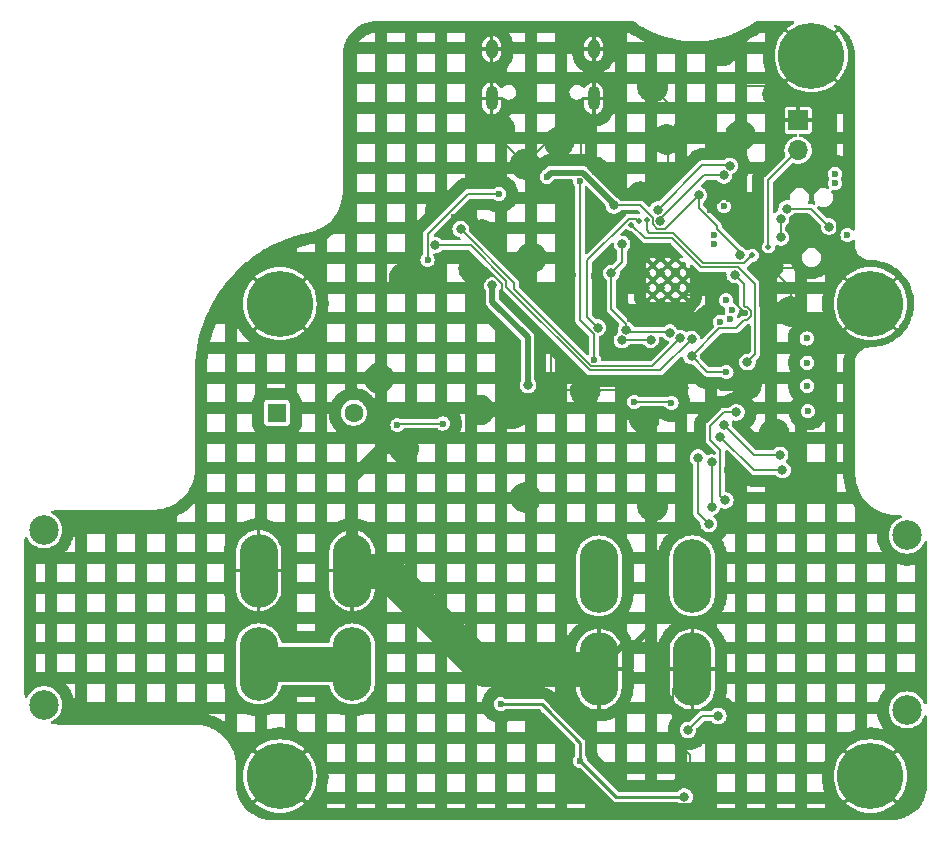
<source format=gbr>
%TF.GenerationSoftware,KiCad,Pcbnew,(6.99.0-874-g7b84e0a7d9-dirty)*%
%TF.CreationDate,2022-02-16T19:00:37-05:00*%
%TF.ProjectId,MotorcycleBatterIsolator,4d6f746f-7263-4796-936c-654261747465,rev?*%
%TF.SameCoordinates,Original*%
%TF.FileFunction,Copper,L4,Bot*%
%TF.FilePolarity,Positive*%
%FSLAX46Y46*%
G04 Gerber Fmt 4.6, Leading zero omitted, Abs format (unit mm)*
G04 Created by KiCad (PCBNEW (6.99.0-874-g7b84e0a7d9-dirty)) date 2022-02-16 19:00:37*
%MOMM*%
%LPD*%
G01*
G04 APERTURE LIST*
%TA.AperFunction,ComponentPad*%
%ADD10C,5.600000*%
%TD*%
%TA.AperFunction,ComponentPad*%
%ADD11O,1.000000X2.100000*%
%TD*%
%TA.AperFunction,ComponentPad*%
%ADD12O,1.000000X1.600000*%
%TD*%
%TA.AperFunction,ComponentPad*%
%ADD13O,3.270000X6.230000*%
%TD*%
%TA.AperFunction,ComponentPad*%
%ADD14C,2.500000*%
%TD*%
%TA.AperFunction,ComponentPad*%
%ADD15R,1.600000X1.600000*%
%TD*%
%TA.AperFunction,ComponentPad*%
%ADD16C,1.600000*%
%TD*%
%TA.AperFunction,ComponentPad*%
%ADD17R,1.700000X1.700000*%
%TD*%
%TA.AperFunction,ComponentPad*%
%ADD18O,1.700000X1.700000*%
%TD*%
%TA.AperFunction,ComponentPad*%
%ADD19C,0.600000*%
%TD*%
%TA.AperFunction,ViaPad*%
%ADD20C,0.600000*%
%TD*%
%TA.AperFunction,ViaPad*%
%ADD21C,0.800000*%
%TD*%
%TA.AperFunction,ViaPad*%
%ADD22C,0.500000*%
%TD*%
%TA.AperFunction,Conductor*%
%ADD23C,0.200000*%
%TD*%
%TA.AperFunction,Conductor*%
%ADD24C,3.000000*%
%TD*%
%TA.AperFunction,Conductor*%
%ADD25C,0.500000*%
%TD*%
%TA.AperFunction,Conductor*%
%ADD26C,1.000000*%
%TD*%
%TA.AperFunction,Conductor*%
%ADD27C,0.250000*%
%TD*%
G04 APERTURE END LIST*
D10*
%TO.P,H4,1,1*%
%TO.N,GND*%
X108000000Y-127000000D03*
%TD*%
D11*
%TO.P,J5,S1,SHIELD*%
%TO.N,GND*%
X134569999Y-109629999D03*
D12*
X134569999Y-105449999D03*
D11*
X125929999Y-109629999D03*
D12*
X125929999Y-105449999D03*
%TD*%
D13*
%TO.P,J1,1,Pin_1*%
%TO.N,/Motorcycle+*%
X114117499Y-157499999D03*
%TO.P,J1,2,Pin_2*%
X106197499Y-157499999D03*
%TO.P,J1,3,Pin_3*%
%TO.N,GND*%
X114117499Y-149599999D03*
%TO.P,J1,4,Pin_4*%
X106197499Y-149599999D03*
D14*
%TO.P,J1,5*%
%TO.N,N/C*%
X88017500Y-160940000D03*
X88017500Y-146160000D03*
%TD*%
D10*
%TO.P,H2,1,1*%
%TO.N,GND*%
X153000000Y-106000000D03*
%TD*%
D15*
%TO.P,BZ1,1,-*%
%TO.N,+12V*%
X107749999Y-136249999D03*
D16*
%TO.P,BZ1,2,+*%
%TO.N,Net-(BZ1-+)*%
X114250000Y-136250000D03*
%TD*%
D10*
%TO.P,H3,1,1*%
%TO.N,GND*%
X158000000Y-167000000D03*
%TD*%
%TO.P,H5,1,1*%
%TO.N,GND*%
X158000000Y-127000000D03*
%TD*%
D17*
%TO.P,TH1,1*%
%TO.N,GND*%
X151874999Y-111474999D03*
D18*
%TO.P,TH1,2*%
%TO.N,/Thermistor*%
X151874999Y-114014999D03*
%TD*%
D13*
%TO.P,J4,1,Pin_1*%
%TO.N,/Battery+*%
X134999999Y-150049999D03*
%TO.P,J4,2,Pin_2*%
X142919999Y-150049999D03*
%TO.P,J4,3,Pin_3*%
%TO.N,GND*%
X134999999Y-157949999D03*
%TO.P,J4,4,Pin_4*%
X142919999Y-157949999D03*
D14*
%TO.P,J4,5*%
%TO.N,N/C*%
X161100000Y-146610000D03*
X161100000Y-161390000D03*
%TD*%
D10*
%TO.P,H1,1,1*%
%TO.N,GND*%
X108000000Y-167000000D03*
%TD*%
D19*
%TO.P,U5,57,GND*%
%TO.N,GND*%
X139575000Y-126285000D03*
X140850000Y-126285000D03*
X142125000Y-126285000D03*
X139575000Y-125010000D03*
X140850000Y-125010000D03*
X142125000Y-125010000D03*
X139575000Y-123735000D03*
X140850000Y-123735000D03*
X142125000Y-123735000D03*
%TD*%
D20*
%TO.N,Net-(U5-GPIO17)*%
X156050000Y-121200000D03*
%TO.N,Net-(U5-GPIO18)*%
X155000000Y-116800000D03*
%TO.N,Net-(U5-GPIO19)*%
X155000000Y-116000000D03*
X145600000Y-118750000D03*
%TO.N,Net-(U5-GPIO18)*%
X144716649Y-121204989D03*
%TO.N,Net-(U5-GPIO17)*%
X144724988Y-121954445D03*
%TO.N,Net-(U5-GPIO12)*%
X152700000Y-136100000D03*
%TO.N,Net-(U5-GPIO14)*%
X152650000Y-132000000D03*
%TO.N,Net-(U5-GPIO15)*%
X152600000Y-129950000D03*
%TO.N,Net-(U5-GPIO13)*%
X152650000Y-133950000D03*
%TO.N,Net-(U5-GPIO15)*%
X145750000Y-126700000D03*
%TO.N,Net-(U5-GPIO14)*%
X146250000Y-127550000D03*
%TO.N,Net-(U5-GPIO13)*%
X146100000Y-128300000D03*
%TO.N,Net-(U5-GPIO12)*%
X145250000Y-128550000D03*
D21*
%TO.N,/GATE_CTRL*%
X145109266Y-161909266D03*
X144550000Y-140450000D03*
X144550000Y-144200000D03*
X142550000Y-163100000D03*
D20*
%TO.N,Net-(J2-VDD)*%
X134600000Y-131750000D03*
X133400000Y-116650000D03*
%TO.N,GND*%
X134700000Y-115850000D03*
X118550000Y-124800000D03*
X130000000Y-129650000D03*
X146029812Y-118135983D03*
X140750000Y-113100000D03*
X147500000Y-133850000D03*
X153600000Y-142650000D03*
D21*
X127650000Y-136300000D03*
D20*
X131450000Y-126600000D03*
X142850000Y-132500000D03*
X147349500Y-127811999D03*
X129300000Y-123100000D03*
X144300000Y-128400000D03*
X144438556Y-119111444D03*
X133850000Y-134350000D03*
X146414017Y-126120188D03*
X134550000Y-124650000D03*
X133500000Y-111650000D03*
X150150000Y-109250000D03*
X138000000Y-133500000D03*
X133150000Y-166900000D03*
X130975000Y-134125000D03*
X131650000Y-113300000D03*
X149850000Y-138000000D03*
X136150000Y-128550000D03*
X145400000Y-105600000D03*
X140850000Y-116450000D03*
X147000000Y-112750000D03*
X124900000Y-136000000D03*
X126600000Y-112200000D03*
X154450000Y-119350000D03*
X125100000Y-121150000D03*
X122750000Y-119650000D03*
X121600000Y-119050000D03*
X132800000Y-124550000D03*
X128750000Y-115200000D03*
X134350000Y-118450000D03*
X145850000Y-141100000D03*
X138850000Y-136700000D03*
X116400000Y-133300000D03*
D21*
X142750000Y-167750000D03*
D20*
X139550000Y-144150000D03*
X118500000Y-139250000D03*
X141300000Y-134150000D03*
X148050000Y-120650000D03*
X138550000Y-117950000D03*
X139550000Y-108650000D03*
X137100000Y-131350000D03*
X128800000Y-143400000D03*
X137650000Y-128300000D03*
X124400000Y-124000000D03*
X151250000Y-127650000D03*
X142700000Y-111900000D03*
X149350000Y-123750000D03*
D21*
%TO.N,+3V3*%
X142850000Y-131450000D03*
X146507915Y-124560500D03*
X129000000Y-133900000D03*
X143450000Y-117800000D03*
X146975897Y-122914251D03*
D20*
X145800000Y-132800000D03*
X130600000Y-116250000D03*
D21*
X137297299Y-129199500D03*
X141000000Y-129450000D03*
X136973533Y-121962732D03*
X125990734Y-125459266D03*
X136262500Y-118687500D03*
X136060000Y-124410000D03*
D20*
%TO.N,+12V*%
X117950000Y-137300000D03*
X121800000Y-137150000D03*
D21*
X144300000Y-145650000D03*
X143400000Y-140050000D03*
D20*
%TO.N,Net-(D10-A)*%
X120500000Y-123300000D03*
X126550000Y-117700000D03*
%TO.N,Net-(D11-K)*%
X141149554Y-135399875D03*
X137999500Y-135308622D03*
D22*
%TO.N,/MotorcycleVoltage3v3*%
X138405974Y-120030183D03*
D21*
X134930438Y-129020940D03*
D22*
%TO.N,/BatteryVoltage3v3*%
X137750000Y-120300000D03*
D21*
X147579224Y-131947757D03*
%TO.N,/DAT0*%
X145599500Y-116150000D03*
X140200427Y-119970923D03*
%TO.N,/DAT1*%
X139976228Y-119047164D03*
X146084102Y-115333473D03*
%TO.N,Net-(J3-Pin_2)*%
X150400000Y-121400000D03*
X150400000Y-119850000D03*
%TO.N,/RST*%
X150900000Y-118950000D03*
X154500500Y-120483020D03*
%TO.N,/Battery+*%
X146650000Y-136200000D03*
X145705000Y-143655000D03*
%TO.N,/BUZZER_CTRL*%
X136954100Y-130084807D03*
X139381090Y-130057653D03*
%TO.N,/SCL*%
X145600000Y-137250000D03*
X150350000Y-139800000D03*
%TO.N,/SDA*%
X150550000Y-141100000D03*
X145300000Y-138250000D03*
%TO.N,Net-(U5-GPIO9)*%
X121149500Y-122050000D03*
X142853736Y-130000359D03*
%TO.N,Net-(U5-GPIO8)*%
X141908545Y-129909987D03*
X123300000Y-120700000D03*
D20*
%TO.N,Net-(Q2-S)*%
X133431885Y-165721244D03*
X126700000Y-160900000D03*
D21*
X142250000Y-168750000D03*
D22*
%TO.N,/Thermistor*%
X149359300Y-122190700D03*
X148000000Y-122900000D03*
X139051426Y-119957761D03*
%TD*%
D23*
%TO.N,GND*%
X146450000Y-114300000D02*
X147000000Y-114850000D01*
X145414017Y-118135983D02*
X146029812Y-118135983D01*
X146029812Y-117470188D02*
X146029812Y-118135983D01*
X148050000Y-120650000D02*
X145977112Y-120650000D01*
X147000000Y-114850000D02*
X147000000Y-116500000D01*
X144438556Y-119111444D02*
X145414017Y-118135983D01*
X140850000Y-116450000D02*
X143000000Y-114300000D01*
X147000000Y-116500000D02*
X146029812Y-117470188D01*
X145977112Y-120650000D02*
X144438556Y-119111444D01*
X143000000Y-114300000D02*
X146450000Y-114300000D01*
%TO.N,+3V3*%
X143450000Y-118900000D02*
X144988556Y-120438556D01*
X144988556Y-120650000D02*
X146975897Y-122637341D01*
X143450000Y-117800000D02*
X143450000Y-118900000D01*
X144988556Y-120438556D02*
X144988556Y-120650000D01*
X146975897Y-122637341D02*
X146975897Y-122914251D01*
%TO.N,/Thermistor*%
X148000000Y-122900000D02*
X147321869Y-123578131D01*
X143811488Y-123561488D02*
X141250000Y-121000000D01*
X147321869Y-123578131D02*
X146938364Y-123578131D01*
X146938364Y-123578131D02*
X146921720Y-123561488D01*
X146921720Y-123561488D02*
X146383653Y-123561488D01*
X146383653Y-123561488D02*
X146383649Y-123561484D01*
X146254962Y-123561488D02*
X143811488Y-123561488D01*
X141250000Y-121000000D02*
X139250000Y-121000000D01*
X146383649Y-123561484D02*
X146254962Y-123561488D01*
X139250000Y-121000000D02*
X139051426Y-120801426D01*
X139051426Y-120801426D02*
X139051426Y-119957761D01*
%TO.N,/BatteryVoltage3v3*%
X137750000Y-120300000D02*
X138922385Y-121472385D01*
X138922385Y-121472385D02*
X141222385Y-121472385D01*
X148198512Y-127389615D02*
X148248512Y-127439614D01*
X141222385Y-121472385D02*
X143677637Y-123927637D01*
X143677637Y-123927637D02*
X146222250Y-123927637D01*
X146222250Y-123927637D02*
X146238887Y-123910999D01*
X146238887Y-123910999D02*
X146776948Y-123910999D01*
X146776948Y-123910999D02*
X148198512Y-125332563D01*
X148248512Y-127439614D02*
X148248512Y-131278469D01*
X148248512Y-131278469D02*
X147579224Y-131947757D01*
X148198512Y-125332563D02*
X148198512Y-127389615D01*
%TO.N,GND*%
X142125000Y-126285000D02*
X145287887Y-126285000D01*
X145287887Y-126285000D02*
X145572388Y-126000499D01*
X146027612Y-126000499D02*
X146280659Y-126253546D01*
X146414017Y-126876516D02*
X146414017Y-126120188D01*
X146280659Y-126253546D02*
X146414017Y-126120188D01*
X147349500Y-127811999D02*
X146414017Y-126876516D01*
X145572388Y-126000499D02*
X146027612Y-126000499D01*
%TO.N,+3V3*%
X142850000Y-131450000D02*
X145200499Y-129099501D01*
X147278622Y-127164008D02*
X147278622Y-125331207D01*
X146589125Y-129099501D02*
X147327126Y-128361500D01*
X147899001Y-128039611D02*
X147899001Y-127584387D01*
X147327126Y-128361500D02*
X147577112Y-128361500D01*
X147577112Y-128361500D02*
X147899001Y-128039611D01*
X145200499Y-129099501D02*
X146589125Y-129099501D01*
X147899001Y-127584387D02*
X147577112Y-127262498D01*
X147577112Y-127262498D02*
X147377112Y-127262498D01*
X147377112Y-127262498D02*
X147278622Y-127164008D01*
X147278622Y-125331207D02*
X146507915Y-124560500D01*
%TO.N,/GATE_CTRL*%
X144550000Y-140450000D02*
X144550000Y-144200000D01*
X143740734Y-161909266D02*
X145109266Y-161909266D01*
X142550000Y-163100000D02*
X143740734Y-161909266D01*
%TO.N,Net-(J2-VDD)*%
X133400000Y-128409036D02*
X134600000Y-129609036D01*
X134600000Y-129609036D02*
X134600000Y-131750000D01*
X133400000Y-116650000D02*
X133400000Y-128409036D01*
D24*
%TO.N,/Motorcycle+*%
X106197500Y-157500000D02*
X114117500Y-157500000D01*
D25*
%TO.N,GND*%
X127650000Y-136300000D02*
X128800000Y-136300000D01*
D23*
X154450000Y-119350000D02*
X155150000Y-120050000D01*
X137100000Y-131350000D02*
X136150000Y-130400000D01*
X125100000Y-121150000D02*
X123600000Y-119650000D01*
D25*
X138150000Y-155700000D02*
X139550000Y-154300000D01*
D23*
X126800000Y-126450000D02*
X126800000Y-125350000D01*
X133500000Y-114650000D02*
X133500000Y-111650000D01*
X154050000Y-123244758D02*
X153349937Y-123944821D01*
X140650000Y-133500000D02*
X141300000Y-134150000D01*
X137650000Y-128210000D02*
X139575000Y-126285000D01*
X133150000Y-166900000D02*
X135650000Y-169400000D01*
X140850000Y-116450000D02*
X140850000Y-113200000D01*
X132800000Y-125250000D02*
X132800000Y-124550000D01*
D26*
X114117500Y-149600000D02*
X114117500Y-141782500D01*
D23*
X143300000Y-168250000D02*
X142800000Y-167750000D01*
X142850000Y-169400000D02*
X143300000Y-168950000D01*
D25*
X127650000Y-136300000D02*
X125200000Y-136300000D01*
D23*
X130975000Y-130625000D02*
X130000000Y-129650000D01*
X119550000Y-123800000D02*
X119550000Y-121000000D01*
X139550000Y-108650000D02*
X139550000Y-108750000D01*
X128750000Y-115200000D02*
X130650000Y-113300000D01*
X133850000Y-134350000D02*
X131200000Y-134350000D01*
X155150000Y-121850000D02*
X154050000Y-122950000D01*
X151250000Y-125650000D02*
X151250000Y-127650000D01*
D24*
X125300000Y-157950000D02*
X116950000Y-149600000D01*
D23*
X136150000Y-130400000D02*
X136150000Y-128550000D01*
D25*
X135000000Y-157950000D02*
X137250000Y-155700000D01*
D23*
X141250000Y-159620000D02*
X142920000Y-157950000D01*
X137650000Y-128300000D02*
X137650000Y-128210000D01*
X147150000Y-112600000D02*
X147150000Y-108600000D01*
X147500000Y-133850000D02*
X144200000Y-133850000D01*
X142750000Y-167750000D02*
X142750000Y-165200000D01*
X139550000Y-108750000D02*
X142700000Y-111900000D01*
X138000000Y-133500000D02*
X140650000Y-133500000D01*
X153349937Y-123944821D02*
X149544821Y-123944821D01*
X130000000Y-129650000D02*
X126800000Y-126450000D01*
X138550000Y-117950000D02*
X136800000Y-117950000D01*
X119550000Y-121000000D02*
X121500000Y-119050000D01*
X141300000Y-134050000D02*
X142850000Y-132500000D01*
X149350000Y-123750000D02*
X151250000Y-125650000D01*
X126800000Y-125350000D02*
X125450000Y-124000000D01*
X131450000Y-126600000D02*
X132800000Y-125250000D01*
X135650000Y-169400000D02*
X142850000Y-169400000D01*
X126600000Y-113050000D02*
X128750000Y-115200000D01*
D25*
X139550000Y-154300000D02*
X139550000Y-144150000D01*
D23*
X134700000Y-115850000D02*
X133500000Y-114650000D01*
X155150000Y-120050000D02*
X155150000Y-121850000D01*
X149500000Y-108600000D02*
X150150000Y-109250000D01*
D25*
X137250000Y-155700000D02*
X138150000Y-155700000D01*
D23*
X126600000Y-112200000D02*
X126600000Y-113050000D01*
X144200000Y-133850000D02*
X142850000Y-132500000D01*
X116400000Y-133300000D02*
X116400000Y-139000000D01*
X142965000Y-128400000D02*
X144300000Y-128400000D01*
X143300000Y-168950000D02*
X143300000Y-168250000D01*
D25*
X125200000Y-136300000D02*
X124900000Y-136000000D01*
D23*
X131200000Y-134350000D02*
X130975000Y-134125000D01*
X137150000Y-134350000D02*
X133850000Y-134350000D01*
X142750000Y-165200000D02*
X141250000Y-163700000D01*
X134550000Y-126950000D02*
X134550000Y-124650000D01*
X123600000Y-119650000D02*
X122750000Y-119650000D01*
D24*
X135000000Y-157950000D02*
X125300000Y-157950000D01*
D25*
X128800000Y-136300000D02*
X130975000Y-134125000D01*
D23*
X130975000Y-134125000D02*
X130975000Y-130625000D01*
X126600000Y-112200000D02*
X125930000Y-111530000D01*
X147000000Y-112750000D02*
X147150000Y-112600000D01*
X138000000Y-133500000D02*
X137150000Y-134350000D01*
X147150000Y-108600000D02*
X149500000Y-108600000D01*
X154050000Y-122950000D02*
X154050000Y-123244758D01*
X136150000Y-128550000D02*
X134550000Y-126950000D01*
X125450000Y-124000000D02*
X124400000Y-124000000D01*
X136800000Y-117950000D02*
X134700000Y-115850000D01*
X141250000Y-163700000D02*
X141250000Y-159620000D01*
X118550000Y-124800000D02*
X119550000Y-123800000D01*
X149544821Y-123944821D02*
X149350000Y-123750000D01*
D26*
X116650000Y-139250000D02*
X118500000Y-139250000D01*
D23*
X130650000Y-113300000D02*
X131650000Y-113300000D01*
X125930000Y-111530000D02*
X125930000Y-109630000D01*
X116400000Y-139000000D02*
X116650000Y-139250000D01*
D24*
X116950000Y-149600000D02*
X114117500Y-149600000D01*
D23*
X140850000Y-113200000D02*
X140750000Y-113100000D01*
X140850000Y-126285000D02*
X142965000Y-128400000D01*
D26*
X114117500Y-141782500D02*
X116650000Y-139250000D01*
D23*
X142800000Y-167750000D02*
X142750000Y-167750000D01*
X121500000Y-119050000D02*
X121600000Y-119050000D01*
X141300000Y-134150000D02*
X141300000Y-134050000D01*
%TO.N,+3V3*%
X136973533Y-123496467D02*
X136973533Y-121962732D01*
D25*
X133639744Y-115900499D02*
X130949501Y-115900499D01*
D23*
X144200000Y-132800000D02*
X142850000Y-131450000D01*
X141000000Y-129450000D02*
X140939502Y-129389502D01*
D25*
X125990734Y-126840734D02*
X125990734Y-125459266D01*
D23*
X136262500Y-118687500D02*
X138503959Y-118687500D01*
X137297299Y-128724412D02*
X137297299Y-129199500D01*
X145800000Y-132800000D02*
X144200000Y-132800000D01*
X138503959Y-118687500D02*
X139550926Y-119734467D01*
D25*
X136262500Y-118523255D02*
X133639744Y-115900499D01*
D23*
X137487301Y-129389502D02*
X137297299Y-129199500D01*
X136060000Y-124410000D02*
X136060000Y-127487113D01*
D25*
X129000000Y-129850000D02*
X125990734Y-126840734D01*
D23*
X140600000Y-120650000D02*
X143450000Y-117800000D01*
X139550926Y-120244557D02*
X139956369Y-120650000D01*
X136060000Y-124410000D02*
X136973533Y-123496467D01*
X139956369Y-120650000D02*
X140600000Y-120650000D01*
X136060000Y-127487113D02*
X137297299Y-128724412D01*
X139550926Y-119734467D02*
X139550926Y-120244557D01*
D25*
X129000000Y-133900000D02*
X129000000Y-129850000D01*
D23*
X140939502Y-129389502D02*
X137487301Y-129389502D01*
D25*
X130949501Y-115900499D02*
X130600000Y-116250000D01*
X136262500Y-118687500D02*
X136262500Y-118523255D01*
D23*
%TO.N,+12V*%
X143400000Y-140050000D02*
X143400000Y-144750000D01*
X117950000Y-137300000D02*
X118100000Y-137150000D01*
X118100000Y-137150000D02*
X121800000Y-137150000D01*
X143400000Y-144750000D02*
X144300000Y-145650000D01*
%TO.N,Net-(D10-A)*%
X123922887Y-117700000D02*
X126550000Y-117700000D01*
X120500000Y-123300000D02*
X120500000Y-121122887D01*
X120500000Y-121122887D02*
X123922887Y-117700000D01*
%TO.N,Net-(D11-K)*%
X141149554Y-135399875D02*
X141049679Y-135300000D01*
X138008122Y-135300000D02*
X137999500Y-135308622D01*
X141049679Y-135300000D02*
X138008122Y-135300000D01*
%TO.N,/MotorcycleVoltage3v3*%
X134000499Y-123343099D02*
X134000499Y-128091001D01*
X138405974Y-120030183D02*
X138176290Y-119800499D01*
X137543099Y-119800499D02*
X134000499Y-123343099D01*
X134000499Y-128091001D02*
X134930438Y-129020940D01*
X138176290Y-119800499D02*
X137543099Y-119800499D01*
%TO.N,/DAT0*%
X143900000Y-116150000D02*
X145599500Y-116150000D01*
X140200427Y-119970923D02*
X140200427Y-119849573D01*
X140200427Y-119849573D02*
X143900000Y-116150000D01*
%TO.N,/DAT1*%
X146000629Y-115250000D02*
X146084102Y-115333473D01*
X143773392Y-115250000D02*
X146000629Y-115250000D01*
X139976228Y-119047164D02*
X143773392Y-115250000D01*
%TO.N,Net-(J3-Pin_2)*%
X150400000Y-121400000D02*
X150400000Y-119850000D01*
%TO.N,/RST*%
X150900000Y-118950000D02*
X152967480Y-118950000D01*
X152967480Y-118950000D02*
X154500500Y-120483020D01*
%TO.N,/Battery+*%
X145300499Y-139400499D02*
X144450000Y-138550000D01*
X145300499Y-143250499D02*
X145300499Y-139400499D01*
X145705000Y-143655000D02*
X145300499Y-143250499D01*
X145600000Y-136200000D02*
X146650000Y-136200000D01*
X144450000Y-137350000D02*
X145600000Y-136200000D01*
X144450000Y-138550000D02*
X144450000Y-137350000D01*
%TO.N,/BUZZER_CTRL*%
X139381090Y-130057653D02*
X136981254Y-130057653D01*
X136981254Y-130057653D02*
X136954100Y-130084807D01*
%TO.N,/SCL*%
X149150000Y-139800000D02*
X148150000Y-139800000D01*
X150350000Y-139800000D02*
X149150000Y-139800000D01*
X148150000Y-139800000D02*
X145600000Y-137250000D01*
%TO.N,/SDA*%
X148150000Y-141100000D02*
X150550000Y-141100000D01*
X145300000Y-138250000D02*
X148150000Y-141100000D01*
%TO.N,Net-(U5-GPIO9)*%
X140205083Y-132649012D02*
X134227616Y-132649012D01*
X127149511Y-125570907D02*
X127149511Y-125055227D01*
X142853736Y-130000359D02*
X140205083Y-132649012D01*
X124144284Y-122050000D02*
X121149500Y-122050000D01*
X127149511Y-125055227D02*
X124144284Y-122050000D01*
X134227616Y-132649012D02*
X127149511Y-125570907D01*
%TO.N,Net-(U5-GPIO8)*%
X139519031Y-132299501D02*
X141908545Y-129909987D01*
X127849022Y-125249022D02*
X127849022Y-125776135D01*
X127849022Y-125776135D02*
X134372388Y-132299501D01*
X134372388Y-132299501D02*
X139519031Y-132299501D01*
X123300000Y-120700000D02*
X127849022Y-125249022D01*
D27*
%TO.N,Net-(Q2-S)*%
X133431885Y-165721244D02*
X133431885Y-164181885D01*
X136460641Y-168750000D02*
X133431885Y-165721244D01*
X130600000Y-161350000D02*
X130150000Y-160900000D01*
X142250000Y-168750000D02*
X136460641Y-168750000D01*
X133431885Y-164181885D02*
X130600000Y-161350000D01*
X130150000Y-160900000D02*
X126700000Y-160900000D01*
D23*
%TO.N,/Thermistor*%
X151875000Y-114015000D02*
X149359300Y-116530700D01*
X149359300Y-116530700D02*
X149359300Y-122190700D01*
%TD*%
%TA.AperFunction,Conductor*%
%TO.N,GND*%
G36*
X137926175Y-103070002D02*
G01*
X137933631Y-103075183D01*
X138047723Y-103160711D01*
X138524083Y-103472158D01*
X138711163Y-103577962D01*
X139017730Y-103751343D01*
X139017740Y-103751348D01*
X139019483Y-103752334D01*
X139021287Y-103753206D01*
X139021298Y-103753212D01*
X139530036Y-103999191D01*
X139531871Y-104000078D01*
X139533741Y-104000838D01*
X139533750Y-104000842D01*
X139784359Y-104102695D01*
X140059127Y-104214367D01*
X140061027Y-104215000D01*
X140061040Y-104215005D01*
X140451744Y-104345214D01*
X140599070Y-104394313D01*
X140601025Y-104394828D01*
X140601040Y-104394832D01*
X141147508Y-104538657D01*
X141147518Y-104538659D01*
X141149466Y-104539172D01*
X141151450Y-104539560D01*
X141151451Y-104539560D01*
X141706024Y-104647950D01*
X141706031Y-104647951D01*
X141708036Y-104648343D01*
X142272469Y-104721376D01*
X142506865Y-104736477D01*
X142838391Y-104757837D01*
X142838404Y-104757837D01*
X142840431Y-104757968D01*
X143409569Y-104757968D01*
X143411596Y-104757837D01*
X143411609Y-104757837D01*
X143743135Y-104736477D01*
X143977531Y-104721376D01*
X144541964Y-104648343D01*
X144543969Y-104647951D01*
X144543976Y-104647950D01*
X145098549Y-104539560D01*
X145098550Y-104539560D01*
X145100534Y-104539172D01*
X145102482Y-104538659D01*
X145102492Y-104538657D01*
X145648960Y-104394832D01*
X145648975Y-104394828D01*
X145650930Y-104394313D01*
X145798256Y-104345214D01*
X146188960Y-104215005D01*
X146188973Y-104215000D01*
X146190873Y-104214367D01*
X146465641Y-104102695D01*
X146716250Y-104000842D01*
X146716259Y-104000838D01*
X146718129Y-104000078D01*
X146719964Y-103999191D01*
X147228702Y-103753212D01*
X147228713Y-103753206D01*
X147230517Y-103752334D01*
X147232260Y-103751348D01*
X147232270Y-103751343D01*
X147538837Y-103577962D01*
X147725917Y-103472158D01*
X148202277Y-103160711D01*
X148316368Y-103075183D01*
X148382873Y-103050327D01*
X148391946Y-103050000D01*
X151440480Y-103050000D01*
X151508601Y-103070002D01*
X151555094Y-103123658D01*
X151565198Y-103193932D01*
X151535704Y-103258512D01*
X151501429Y-103286278D01*
X151351200Y-103369307D01*
X151345214Y-103373068D01*
X151067013Y-103570462D01*
X151061504Y-103574855D01*
X150930046Y-103692333D01*
X150921678Y-103705801D01*
X150927384Y-103715252D01*
X152987188Y-105775056D01*
X153001132Y-105782670D01*
X153002965Y-105782539D01*
X153009580Y-105778288D01*
X155070651Y-103717217D01*
X155078251Y-103703299D01*
X155072026Y-103694184D01*
X154941972Y-103577962D01*
X154904506Y-103517656D01*
X154905592Y-103446668D01*
X154944885Y-103387536D01*
X155009909Y-103359034D01*
X155080020Y-103370211D01*
X155086883Y-103373735D01*
X155313221Y-103498838D01*
X155325176Y-103506350D01*
X155583445Y-103689610D01*
X155594476Y-103698407D01*
X155830601Y-103909425D01*
X155840575Y-103919399D01*
X156051593Y-104155524D01*
X156060390Y-104166555D01*
X156243650Y-104424824D01*
X156251157Y-104436770D01*
X156376936Y-104664329D01*
X156404350Y-104713926D01*
X156410478Y-104726651D01*
X156452464Y-104828000D01*
X156531673Y-105019199D01*
X156536340Y-105032534D01*
X156624021Y-105336810D01*
X156627166Y-105350583D01*
X156680234Y-105662768D01*
X156681817Y-105676807D01*
X156699801Y-105996493D01*
X156700000Y-106003570D01*
X156700000Y-120690769D01*
X156679998Y-120758890D01*
X156626342Y-120805383D01*
X156556068Y-120815487D01*
X156491488Y-120785993D01*
X156484905Y-120779864D01*
X156483305Y-120778264D01*
X156478282Y-120771718D01*
X156352841Y-120675464D01*
X156225053Y-120622532D01*
X156214391Y-120618116D01*
X156206762Y-120614956D01*
X156050000Y-120594318D01*
X155893238Y-120614956D01*
X155885609Y-120618116D01*
X155874947Y-120622532D01*
X155747159Y-120675464D01*
X155621718Y-120771718D01*
X155525464Y-120897159D01*
X155464956Y-121043238D01*
X155444318Y-121200000D01*
X155464956Y-121356762D01*
X155525464Y-121502841D01*
X155621718Y-121628282D01*
X155628264Y-121633305D01*
X155630215Y-121634802D01*
X155747159Y-121724536D01*
X155893238Y-121785044D01*
X155901426Y-121786122D01*
X155971619Y-121795363D01*
X156050000Y-121805682D01*
X156058188Y-121804604D01*
X156198574Y-121786122D01*
X156206762Y-121785044D01*
X156352841Y-121724536D01*
X156469785Y-121634802D01*
X156471736Y-121633305D01*
X156478282Y-121628282D01*
X156483305Y-121621736D01*
X156484905Y-121620136D01*
X156547217Y-121586110D01*
X156618032Y-121591175D01*
X156674868Y-121633722D01*
X156699679Y-121700242D01*
X156700000Y-121709231D01*
X156700000Y-121952529D01*
X156699999Y-121952542D01*
X156699982Y-121952594D01*
X156700000Y-121999891D01*
X156700000Y-122027802D01*
X156700009Y-122027848D01*
X156700009Y-122027859D01*
X156700019Y-122056247D01*
X156700034Y-122102403D01*
X156700809Y-122107285D01*
X156727299Y-122274223D01*
X156732097Y-122304462D01*
X156795361Y-122499022D01*
X156818109Y-122543651D01*
X156883792Y-122672515D01*
X156888268Y-122681297D01*
X156891170Y-122685290D01*
X156891172Y-122685294D01*
X157005620Y-122842794D01*
X157005624Y-122842798D01*
X157008533Y-122846802D01*
X157153198Y-122991467D01*
X157157202Y-122994376D01*
X157157206Y-122994380D01*
X157314706Y-123108828D01*
X157314710Y-123108830D01*
X157318703Y-123111732D01*
X157323100Y-123113973D01*
X157323103Y-123113975D01*
X157380515Y-123143238D01*
X157500978Y-123204639D01*
X157695538Y-123267903D01*
X157700416Y-123268677D01*
X157700420Y-123268678D01*
X157807122Y-123285609D01*
X157897597Y-123299966D01*
X157902548Y-123299968D01*
X157902553Y-123299968D01*
X157952425Y-123299984D01*
X157952440Y-123299985D01*
X157952485Y-123300000D01*
X157996813Y-123300000D01*
X158003196Y-123300162D01*
X158367944Y-123318660D01*
X158380632Y-123319950D01*
X158738490Y-123374772D01*
X158750982Y-123377338D01*
X158966009Y-123433013D01*
X159101460Y-123468084D01*
X159113637Y-123471905D01*
X159324453Y-123549982D01*
X159446576Y-123595211D01*
X159453126Y-123597637D01*
X159464854Y-123602670D01*
X159521809Y-123630608D01*
X159789882Y-123762105D01*
X159801041Y-123768299D01*
X160108266Y-123959793D01*
X160118742Y-123967084D01*
X160176286Y-124011626D01*
X160405023Y-124188682D01*
X160414707Y-124196995D01*
X160572226Y-124346728D01*
X160677100Y-124446418D01*
X160685894Y-124455669D01*
X160919919Y-124728275D01*
X160921711Y-124730363D01*
X160929520Y-124740453D01*
X161131247Y-125030280D01*
X161136332Y-125037586D01*
X161143083Y-125048417D01*
X161318780Y-125364963D01*
X161324393Y-125376404D01*
X161413837Y-125584835D01*
X161467162Y-125709097D01*
X161471595Y-125721066D01*
X161499263Y-125809249D01*
X161555165Y-125987421D01*
X161579973Y-126066491D01*
X161583170Y-126078841D01*
X161591242Y-126118116D01*
X161656046Y-126433456D01*
X161657979Y-126446073D01*
X161694605Y-126806245D01*
X161695251Y-126818992D01*
X161695251Y-127181008D01*
X161694605Y-127193755D01*
X161657979Y-127553927D01*
X161656046Y-127566544D01*
X161625206Y-127716615D01*
X161593085Y-127872918D01*
X161583172Y-127921153D01*
X161579974Y-127933503D01*
X161550029Y-128028946D01*
X161471595Y-128278934D01*
X161467162Y-128290903D01*
X161434093Y-128367963D01*
X161324393Y-128623596D01*
X161318780Y-128635037D01*
X161190283Y-128866546D01*
X161143084Y-128951582D01*
X161136332Y-128962414D01*
X160929820Y-129259118D01*
X160929523Y-129259544D01*
X160921714Y-129269634D01*
X160720454Y-129504073D01*
X160685894Y-129544331D01*
X160677100Y-129553582D01*
X160415995Y-129801781D01*
X160414708Y-129803004D01*
X160405023Y-129811318D01*
X160118742Y-130032916D01*
X160108266Y-130040207D01*
X159801041Y-130231701D01*
X159789882Y-130237895D01*
X159746058Y-130259392D01*
X159488802Y-130385583D01*
X159464856Y-130397329D01*
X159453129Y-130402362D01*
X159425115Y-130412737D01*
X159113637Y-130528095D01*
X159101460Y-130531916D01*
X159021049Y-130552736D01*
X158750982Y-130622662D01*
X158738490Y-130625228D01*
X158380632Y-130680050D01*
X158367944Y-130681340D01*
X158024140Y-130698776D01*
X158003195Y-130699838D01*
X157996813Y-130700000D01*
X157952485Y-130700000D01*
X157952440Y-130700015D01*
X157952425Y-130700016D01*
X157902553Y-130700032D01*
X157902548Y-130700032D01*
X157897597Y-130700034D01*
X157810214Y-130713900D01*
X157700420Y-130731322D01*
X157700416Y-130731323D01*
X157695538Y-130732097D01*
X157500978Y-130795361D01*
X157496570Y-130797608D01*
X157323103Y-130886025D01*
X157323100Y-130886027D01*
X157318703Y-130888268D01*
X157314710Y-130891170D01*
X157314706Y-130891172D01*
X157157206Y-131005620D01*
X157157202Y-131005624D01*
X157153198Y-131008533D01*
X157008533Y-131153198D01*
X157005624Y-131157202D01*
X157005620Y-131157206D01*
X156901568Y-131300400D01*
X156888268Y-131318703D01*
X156886027Y-131323100D01*
X156886025Y-131323103D01*
X156865780Y-131362822D01*
X156795361Y-131500978D01*
X156732097Y-131695538D01*
X156731323Y-131700416D01*
X156731322Y-131700420D01*
X156718027Y-131784206D01*
X156700034Y-131897597D01*
X156700032Y-131902548D01*
X156700032Y-131902553D01*
X156700019Y-131943861D01*
X156700018Y-131943875D01*
X156700000Y-131943920D01*
X156700000Y-131999891D01*
X156699982Y-132047406D01*
X156699999Y-132047458D01*
X156700000Y-132047471D01*
X156700000Y-141312500D01*
X156699995Y-141312515D01*
X156700000Y-141359969D01*
X156700000Y-141387802D01*
X156700003Y-141387816D01*
X156700016Y-141534425D01*
X156734234Y-141881530D01*
X156734837Y-141884560D01*
X156734838Y-141884567D01*
X156754641Y-141984080D01*
X156802306Y-142223611D01*
X156903575Y-142557374D01*
X156904761Y-142560236D01*
X157035882Y-142876746D01*
X157035887Y-142876756D01*
X157037067Y-142879605D01*
X157038522Y-142882328D01*
X157038524Y-142882331D01*
X157198724Y-143182016D01*
X157201496Y-143187202D01*
X157203204Y-143189759D01*
X157203210Y-143189768D01*
X157299722Y-143334200D01*
X157395279Y-143477204D01*
X157397244Y-143479598D01*
X157397246Y-143479601D01*
X157465073Y-143562246D01*
X157616552Y-143746818D01*
X157863182Y-143993448D01*
X157888008Y-144013823D01*
X158110663Y-144196556D01*
X158132796Y-144214721D01*
X158195207Y-144256425D01*
X158420232Y-144406790D01*
X158420241Y-144406796D01*
X158422798Y-144408504D01*
X158425515Y-144409956D01*
X158425521Y-144409960D01*
X158697519Y-144555359D01*
X158730395Y-144572933D01*
X158733244Y-144574113D01*
X158733254Y-144574118D01*
X158901422Y-144643785D01*
X159052626Y-144706425D01*
X159221141Y-144757555D01*
X159383425Y-144806795D01*
X159383431Y-144806797D01*
X159386389Y-144807694D01*
X159595105Y-144849227D01*
X159725433Y-144875162D01*
X159725440Y-144875163D01*
X159728470Y-144875766D01*
X159731552Y-144876070D01*
X159731553Y-144876070D01*
X159786849Y-144881521D01*
X160075575Y-144909984D01*
X160193831Y-144909995D01*
X160193908Y-144909995D01*
X160193920Y-144910000D01*
X160249969Y-144910000D01*
X160297441Y-144910005D01*
X160297485Y-144910005D01*
X160297499Y-144910000D01*
X160519069Y-144910000D01*
X160587190Y-144930002D01*
X160633683Y-144983658D01*
X160643787Y-145053932D01*
X160614293Y-145118512D01*
X160567287Y-145152409D01*
X160398485Y-145222328D01*
X160398481Y-145222330D01*
X160393911Y-145224223D01*
X160185821Y-145351741D01*
X160000241Y-145510241D01*
X159841741Y-145695821D01*
X159714223Y-145903911D01*
X159712330Y-145908481D01*
X159712328Y-145908485D01*
X159622720Y-146124819D01*
X159622718Y-146124825D01*
X159620828Y-146129388D01*
X159619676Y-146134188D01*
X159619674Y-146134193D01*
X159600878Y-146212484D01*
X159563854Y-146366698D01*
X159544706Y-146610000D01*
X159563854Y-146853302D01*
X159589850Y-146961580D01*
X159619526Y-147085187D01*
X159620828Y-147090612D01*
X159622718Y-147095175D01*
X159622720Y-147095181D01*
X159711772Y-147310172D01*
X159714223Y-147316089D01*
X159716809Y-147320309D01*
X159723091Y-147330560D01*
X159841741Y-147524179D01*
X160000241Y-147709759D01*
X160185821Y-147868259D01*
X160393911Y-147995777D01*
X160398481Y-147997670D01*
X160398485Y-147997672D01*
X160614819Y-148087280D01*
X160614825Y-148087282D01*
X160619388Y-148089172D01*
X160624188Y-148090324D01*
X160624193Y-148090326D01*
X160732702Y-148116377D01*
X160856698Y-148146146D01*
X161100000Y-148165294D01*
X161343302Y-148146146D01*
X161467298Y-148116377D01*
X161575807Y-148090326D01*
X161575812Y-148090324D01*
X161580612Y-148089172D01*
X161585175Y-148087282D01*
X161585181Y-148087280D01*
X161801515Y-147997672D01*
X161801519Y-147997670D01*
X161806089Y-147995777D01*
X162014179Y-147868259D01*
X162199759Y-147709759D01*
X162358259Y-147524179D01*
X162476909Y-147330560D01*
X162483191Y-147320309D01*
X162485777Y-147316089D01*
X162491248Y-147302882D01*
X162557591Y-147142713D01*
X162602139Y-147087432D01*
X162669502Y-147065011D01*
X162738294Y-147082569D01*
X162786672Y-147134531D01*
X162800000Y-147190931D01*
X162800000Y-160809069D01*
X162779998Y-160877190D01*
X162726342Y-160923683D01*
X162656068Y-160933787D01*
X162591488Y-160904293D01*
X162557591Y-160857287D01*
X162487672Y-160688485D01*
X162487670Y-160688481D01*
X162485777Y-160683911D01*
X162358259Y-160475821D01*
X162199759Y-160290241D01*
X162014179Y-160131741D01*
X161806089Y-160004223D01*
X161801519Y-160002330D01*
X161801515Y-160002328D01*
X161585181Y-159912720D01*
X161585175Y-159912718D01*
X161580612Y-159910828D01*
X161575812Y-159909676D01*
X161575807Y-159909674D01*
X161467298Y-159883623D01*
X161343302Y-159853854D01*
X161100000Y-159834706D01*
X160856698Y-159853854D01*
X160732702Y-159883623D01*
X160624193Y-159909674D01*
X160624188Y-159909676D01*
X160619388Y-159910828D01*
X160614825Y-159912718D01*
X160614819Y-159912720D01*
X160398485Y-160002328D01*
X160398481Y-160002330D01*
X160393911Y-160004223D01*
X160185821Y-160131741D01*
X160000241Y-160290241D01*
X159841741Y-160475821D01*
X159714223Y-160683911D01*
X159712330Y-160688481D01*
X159712328Y-160688485D01*
X159622720Y-160904819D01*
X159622718Y-160904825D01*
X159620828Y-160909388D01*
X159619676Y-160914188D01*
X159619674Y-160914193D01*
X159612295Y-160944930D01*
X159563854Y-161146698D01*
X159544706Y-161390000D01*
X159563854Y-161633302D01*
X159565009Y-161638111D01*
X159619526Y-161865187D01*
X159620828Y-161870612D01*
X159622718Y-161875175D01*
X159622720Y-161875181D01*
X159709465Y-162084602D01*
X159714223Y-162096089D01*
X159716809Y-162100309D01*
X159723378Y-162111029D01*
X159841741Y-162304179D01*
X160000241Y-162489759D01*
X160185821Y-162648259D01*
X160393911Y-162775777D01*
X160398481Y-162777670D01*
X160398485Y-162777672D01*
X160614819Y-162867280D01*
X160614825Y-162867282D01*
X160619388Y-162869172D01*
X160624188Y-162870324D01*
X160624193Y-162870326D01*
X160697540Y-162887935D01*
X160856698Y-162926146D01*
X161100000Y-162945294D01*
X161343302Y-162926146D01*
X161502460Y-162887935D01*
X161575807Y-162870326D01*
X161575812Y-162870324D01*
X161580612Y-162869172D01*
X161585175Y-162867282D01*
X161585181Y-162867280D01*
X161801515Y-162777672D01*
X161801519Y-162777670D01*
X161806089Y-162775777D01*
X162014179Y-162648259D01*
X162199759Y-162489759D01*
X162358259Y-162304179D01*
X162476622Y-162111029D01*
X162483191Y-162100309D01*
X162485777Y-162096089D01*
X162491275Y-162082817D01*
X162545485Y-161951939D01*
X162557591Y-161922712D01*
X162602139Y-161867432D01*
X162669502Y-161845011D01*
X162738294Y-161862569D01*
X162786672Y-161914531D01*
X162800000Y-161970931D01*
X162800000Y-167746430D01*
X162799801Y-167753507D01*
X162781817Y-168073193D01*
X162780234Y-168087232D01*
X162727166Y-168399417D01*
X162724021Y-168413190D01*
X162636340Y-168717466D01*
X162631674Y-168730799D01*
X162545631Y-168938496D01*
X162510480Y-169023345D01*
X162504352Y-169036070D01*
X162351157Y-169313230D01*
X162343650Y-169325176D01*
X162160390Y-169583445D01*
X162151593Y-169594476D01*
X161940575Y-169830601D01*
X161930601Y-169840575D01*
X161694476Y-170051593D01*
X161683445Y-170060390D01*
X161425176Y-170243650D01*
X161413230Y-170251157D01*
X161136070Y-170404352D01*
X161123349Y-170410478D01*
X160830801Y-170531673D01*
X160817466Y-170536340D01*
X160513190Y-170624021D01*
X160499417Y-170627166D01*
X160187232Y-170680234D01*
X160173193Y-170681817D01*
X159853507Y-170699801D01*
X159846430Y-170700000D01*
X107253570Y-170700000D01*
X107246493Y-170699801D01*
X106926807Y-170681817D01*
X106912768Y-170680234D01*
X106600583Y-170627166D01*
X106586810Y-170624021D01*
X106282534Y-170536340D01*
X106269199Y-170531673D01*
X105976651Y-170410478D01*
X105963930Y-170404352D01*
X105686770Y-170251157D01*
X105674824Y-170243650D01*
X105416555Y-170060390D01*
X105405524Y-170051593D01*
X105169399Y-169840575D01*
X105159425Y-169830601D01*
X104948407Y-169594476D01*
X104939610Y-169583445D01*
X104756350Y-169325176D01*
X104748843Y-169313230D01*
X104739707Y-169296701D01*
X105921749Y-169296701D01*
X105927974Y-169305816D01*
X106061504Y-169425145D01*
X106067013Y-169429538D01*
X106345214Y-169626932D01*
X106351200Y-169630693D01*
X106649745Y-169795694D01*
X106656109Y-169798759D01*
X106971252Y-169929295D01*
X106977919Y-169931628D01*
X107305708Y-170026062D01*
X107312577Y-170027630D01*
X107648879Y-170084770D01*
X107655892Y-170085560D01*
X107996474Y-170104687D01*
X108003526Y-170104687D01*
X108344108Y-170085560D01*
X108351121Y-170084770D01*
X108687423Y-170027630D01*
X108694292Y-170026062D01*
X109022081Y-169931628D01*
X109028748Y-169929295D01*
X109343891Y-169798759D01*
X109350255Y-169795694D01*
X109548730Y-169686000D01*
X111970000Y-169686000D01*
X113496000Y-169686000D01*
X114510000Y-169686000D01*
X116036000Y-169686000D01*
X117050000Y-169686000D01*
X118576000Y-169686000D01*
X119590000Y-169686000D01*
X121116000Y-169686000D01*
X122130000Y-169686000D01*
X123656000Y-169686000D01*
X124670000Y-169686000D01*
X126196000Y-169686000D01*
X127210000Y-169686000D01*
X128736000Y-169686000D01*
X129750000Y-169686000D01*
X131276000Y-169686000D01*
X132290000Y-169686000D01*
X133816000Y-169686000D01*
X144990000Y-169686000D01*
X146516000Y-169686000D01*
X147530000Y-169686000D01*
X149056000Y-169686000D01*
X150070000Y-169686000D01*
X151596000Y-169686000D01*
X152610000Y-169686000D01*
X154136000Y-169686000D01*
X154136000Y-169342000D01*
X152610000Y-169342000D01*
X152610000Y-169686000D01*
X151596000Y-169686000D01*
X151596000Y-169342000D01*
X150070000Y-169342000D01*
X150070000Y-169686000D01*
X149056000Y-169686000D01*
X149056000Y-169342000D01*
X147530000Y-169342000D01*
X147530000Y-169686000D01*
X146516000Y-169686000D01*
X146516000Y-169342000D01*
X144990000Y-169342000D01*
X144990000Y-169686000D01*
X133816000Y-169686000D01*
X133816000Y-169342000D01*
X132290000Y-169342000D01*
X132290000Y-169686000D01*
X131276000Y-169686000D01*
X131276000Y-169342000D01*
X129750000Y-169342000D01*
X129750000Y-169686000D01*
X128736000Y-169686000D01*
X128736000Y-169342000D01*
X127210000Y-169342000D01*
X127210000Y-169686000D01*
X126196000Y-169686000D01*
X126196000Y-169342000D01*
X124670000Y-169342000D01*
X124670000Y-169686000D01*
X123656000Y-169686000D01*
X123656000Y-169342000D01*
X122130000Y-169342000D01*
X122130000Y-169686000D01*
X121116000Y-169686000D01*
X121116000Y-169342000D01*
X119590000Y-169342000D01*
X119590000Y-169686000D01*
X118576000Y-169686000D01*
X118576000Y-169342000D01*
X117050000Y-169342000D01*
X117050000Y-169686000D01*
X116036000Y-169686000D01*
X116036000Y-169342000D01*
X114510000Y-169342000D01*
X114510000Y-169686000D01*
X113496000Y-169686000D01*
X113496000Y-169342000D01*
X111970000Y-169342000D01*
X111970000Y-169686000D01*
X109548730Y-169686000D01*
X109648800Y-169630693D01*
X109654786Y-169626932D01*
X109932987Y-169429538D01*
X109938496Y-169425145D01*
X110069954Y-169307667D01*
X110078322Y-169294199D01*
X110072616Y-169284748D01*
X108012812Y-167224944D01*
X107998868Y-167217330D01*
X107997035Y-167217461D01*
X107990420Y-167221712D01*
X105929349Y-169282783D01*
X105921749Y-169296701D01*
X104739707Y-169296701D01*
X104595648Y-169036070D01*
X104589520Y-169023345D01*
X104554370Y-168938496D01*
X104468326Y-168730799D01*
X104463660Y-168717466D01*
X104375979Y-168413190D01*
X104372834Y-168399417D01*
X104319766Y-168087232D01*
X104318183Y-168073193D01*
X104300199Y-167753507D01*
X104300000Y-167746430D01*
X104300000Y-167003526D01*
X104895313Y-167003526D01*
X104914440Y-167344108D01*
X104915230Y-167351121D01*
X104972370Y-167687423D01*
X104973938Y-167694292D01*
X105068372Y-168022081D01*
X105070705Y-168028748D01*
X105201241Y-168343891D01*
X105204306Y-168350255D01*
X105369307Y-168648800D01*
X105373068Y-168654786D01*
X105570462Y-168932987D01*
X105574855Y-168938496D01*
X105692333Y-169069954D01*
X105705801Y-169078322D01*
X105715252Y-169072616D01*
X107775056Y-167012812D01*
X107781434Y-167001132D01*
X108217330Y-167001132D01*
X108217461Y-167002965D01*
X108221712Y-167009580D01*
X110282783Y-169070651D01*
X110296701Y-169078251D01*
X110305816Y-169072026D01*
X110425145Y-168938496D01*
X110429538Y-168932987D01*
X110626932Y-168654786D01*
X110630693Y-168648800D01*
X110795694Y-168350255D01*
X110798759Y-168343891D01*
X110805341Y-168328000D01*
X111970000Y-168328000D01*
X113496000Y-168328000D01*
X114510000Y-168328000D01*
X116036000Y-168328000D01*
X117050000Y-168328000D01*
X118576000Y-168328000D01*
X119590000Y-168328000D01*
X121116000Y-168328000D01*
X122130000Y-168328000D01*
X123656000Y-168328000D01*
X124670000Y-168328000D01*
X126196000Y-168328000D01*
X127210000Y-168328000D01*
X128736000Y-168328000D01*
X129750000Y-168328000D01*
X131276000Y-168328000D01*
X131276000Y-166802000D01*
X129750000Y-166802000D01*
X129750000Y-168328000D01*
X128736000Y-168328000D01*
X128736000Y-166802000D01*
X127210000Y-166802000D01*
X127210000Y-168328000D01*
X126196000Y-168328000D01*
X126196000Y-166802000D01*
X124670000Y-166802000D01*
X124670000Y-168328000D01*
X123656000Y-168328000D01*
X123656000Y-166802000D01*
X122130000Y-166802000D01*
X122130000Y-168328000D01*
X121116000Y-168328000D01*
X121116000Y-166802000D01*
X119590000Y-166802000D01*
X119590000Y-168328000D01*
X118576000Y-168328000D01*
X118576000Y-166802000D01*
X117050000Y-166802000D01*
X117050000Y-168328000D01*
X116036000Y-168328000D01*
X116036000Y-166802000D01*
X114510000Y-166802000D01*
X114510000Y-168328000D01*
X113496000Y-168328000D01*
X113496000Y-166802000D01*
X112109364Y-166802000D01*
X112117290Y-166943144D01*
X112117438Y-166946675D01*
X112118637Y-166989401D01*
X112118687Y-166992935D01*
X112118687Y-167007065D01*
X112118637Y-167010599D01*
X112117438Y-167053325D01*
X112117290Y-167056856D01*
X112097767Y-167404493D01*
X112097519Y-167408017D01*
X112093927Y-167450606D01*
X112093581Y-167454124D01*
X112091999Y-167468165D01*
X112091554Y-167471671D01*
X112085579Y-167513996D01*
X112085036Y-167517489D01*
X112026713Y-167860754D01*
X112026072Y-167864229D01*
X112017734Y-167906147D01*
X112016996Y-167909603D01*
X112013852Y-167923378D01*
X112013017Y-167926813D01*
X112002340Y-167968204D01*
X112001410Y-167971613D01*
X111970000Y-168080639D01*
X111970000Y-168328000D01*
X110805341Y-168328000D01*
X110929295Y-168028748D01*
X110931628Y-168022081D01*
X111026062Y-167694292D01*
X111027630Y-167687423D01*
X111084770Y-167351121D01*
X111085560Y-167344108D01*
X111104687Y-167003526D01*
X111104687Y-166996474D01*
X111085560Y-166655892D01*
X111084770Y-166648879D01*
X111027630Y-166312577D01*
X111026062Y-166305708D01*
X110931628Y-165977919D01*
X110929295Y-165971252D01*
X110853390Y-165788000D01*
X111970000Y-165788000D01*
X113496000Y-165788000D01*
X114510000Y-165788000D01*
X116036000Y-165788000D01*
X117050000Y-165788000D01*
X118576000Y-165788000D01*
X119590000Y-165788000D01*
X121116000Y-165788000D01*
X122130000Y-165788000D01*
X123656000Y-165788000D01*
X124670000Y-165788000D01*
X126196000Y-165788000D01*
X127210000Y-165788000D01*
X128736000Y-165788000D01*
X129750000Y-165788000D01*
X131276000Y-165788000D01*
X131276000Y-164262000D01*
X129750000Y-164262000D01*
X129750000Y-165788000D01*
X128736000Y-165788000D01*
X128736000Y-164262000D01*
X127210000Y-164262000D01*
X127210000Y-165788000D01*
X126196000Y-165788000D01*
X126196000Y-164262000D01*
X124670000Y-164262000D01*
X124670000Y-165788000D01*
X123656000Y-165788000D01*
X123656000Y-164262000D01*
X122130000Y-164262000D01*
X122130000Y-165788000D01*
X121116000Y-165788000D01*
X121116000Y-164262000D01*
X119590000Y-164262000D01*
X119590000Y-165788000D01*
X118576000Y-165788000D01*
X118576000Y-164262000D01*
X117050000Y-164262000D01*
X117050000Y-165788000D01*
X116036000Y-165788000D01*
X116036000Y-164262000D01*
X114510000Y-164262000D01*
X114510000Y-165788000D01*
X113496000Y-165788000D01*
X113496000Y-164262000D01*
X111970000Y-164262000D01*
X111970000Y-165788000D01*
X110853390Y-165788000D01*
X110798759Y-165656109D01*
X110795694Y-165649745D01*
X110630693Y-165351200D01*
X110626932Y-165345214D01*
X110429538Y-165067013D01*
X110425145Y-165061504D01*
X110307667Y-164930046D01*
X110294199Y-164921678D01*
X110284748Y-164927384D01*
X108224944Y-166987188D01*
X108217330Y-167001132D01*
X107781434Y-167001132D01*
X107782670Y-166998868D01*
X107782539Y-166997035D01*
X107778288Y-166990420D01*
X105717217Y-164929349D01*
X105703299Y-164921749D01*
X105694184Y-164927974D01*
X105574855Y-165061504D01*
X105570462Y-165067013D01*
X105373068Y-165345214D01*
X105369307Y-165351200D01*
X105204306Y-165649745D01*
X105201241Y-165656109D01*
X105070705Y-165971252D01*
X105068372Y-165977919D01*
X104973938Y-166305708D01*
X104972370Y-166312577D01*
X104915230Y-166648879D01*
X104914440Y-166655892D01*
X104895313Y-166996474D01*
X104895313Y-167003526D01*
X104300000Y-167003526D01*
X104300000Y-166237500D01*
X104300005Y-166237485D01*
X104300000Y-166189969D01*
X104300000Y-166162198D01*
X104299997Y-166162184D01*
X104299984Y-166015575D01*
X104265766Y-165668470D01*
X104263307Y-165656109D01*
X104238930Y-165533611D01*
X104197694Y-165326389D01*
X104196748Y-165323269D01*
X104118995Y-165067013D01*
X104096425Y-164992626D01*
X104022353Y-164813826D01*
X103977601Y-164705801D01*
X105921678Y-164705801D01*
X105927384Y-164715252D01*
X107987188Y-166775056D01*
X108001132Y-166782670D01*
X108002965Y-166782539D01*
X108009580Y-166778288D01*
X110070651Y-164717217D01*
X110078251Y-164703299D01*
X110072026Y-164694184D01*
X109938496Y-164574855D01*
X109932987Y-164570462D01*
X109654786Y-164373068D01*
X109648800Y-164369307D01*
X109350255Y-164204306D01*
X109343891Y-164201241D01*
X109028748Y-164070705D01*
X109022081Y-164068372D01*
X108694292Y-163973938D01*
X108687423Y-163972370D01*
X108351121Y-163915230D01*
X108344108Y-163914440D01*
X108003526Y-163895313D01*
X107996474Y-163895313D01*
X107655892Y-163914440D01*
X107648879Y-163915230D01*
X107312577Y-163972370D01*
X107305708Y-163973938D01*
X106977919Y-164068372D01*
X106971252Y-164070705D01*
X106656109Y-164201241D01*
X106649745Y-164204306D01*
X106351200Y-164369307D01*
X106345214Y-164373068D01*
X106067013Y-164570462D01*
X106061504Y-164574855D01*
X105930046Y-164692333D01*
X105921678Y-164705801D01*
X103977601Y-164705801D01*
X103964118Y-164673254D01*
X103964113Y-164673244D01*
X103962933Y-164670395D01*
X103874979Y-164505859D01*
X103799960Y-164365521D01*
X103799956Y-164365515D01*
X103798504Y-164362798D01*
X103796796Y-164360241D01*
X103796790Y-164360232D01*
X103606442Y-164075372D01*
X103604721Y-164072796D01*
X103577741Y-164039921D01*
X103385406Y-163805568D01*
X103383448Y-163803182D01*
X103136818Y-163556552D01*
X102867204Y-163335279D01*
X102752422Y-163258580D01*
X102736589Y-163248000D01*
X104350000Y-163248000D01*
X105876000Y-163248000D01*
X105876000Y-163139364D01*
X109430000Y-163139364D01*
X109692272Y-163248000D01*
X110956000Y-163248000D01*
X111970000Y-163248000D01*
X113496000Y-163248000D01*
X114510000Y-163248000D01*
X116036000Y-163248000D01*
X117050000Y-163248000D01*
X118576000Y-163248000D01*
X119590000Y-163248000D01*
X121116000Y-163248000D01*
X122130000Y-163248000D01*
X123656000Y-163248000D01*
X124670000Y-163248000D01*
X126196000Y-163248000D01*
X127210000Y-163248000D01*
X128736000Y-163248000D01*
X128736000Y-162339500D01*
X127435799Y-162339500D01*
X127398392Y-162357947D01*
X127390882Y-162361350D01*
X127244803Y-162421858D01*
X127237086Y-162424762D01*
X127210000Y-162433956D01*
X127210000Y-163248000D01*
X126196000Y-163248000D01*
X126196000Y-162435993D01*
X126162914Y-162424762D01*
X126155197Y-162421858D01*
X126009118Y-162361350D01*
X126001608Y-162357947D01*
X125912220Y-162313866D01*
X125904949Y-162309980D01*
X125876463Y-162293534D01*
X125869461Y-162289180D01*
X125786579Y-162233801D01*
X125779876Y-162228998D01*
X125654435Y-162132744D01*
X125648061Y-162127513D01*
X125573121Y-162061792D01*
X125567104Y-162056155D01*
X125543845Y-162032896D01*
X125538208Y-162026879D01*
X125472487Y-161951939D01*
X125467256Y-161945565D01*
X125371002Y-161820124D01*
X125366199Y-161813421D01*
X125310820Y-161730539D01*
X125306466Y-161723537D01*
X125305579Y-161722000D01*
X124670000Y-161722000D01*
X124670000Y-163248000D01*
X123656000Y-163248000D01*
X123656000Y-161722000D01*
X122130000Y-161722000D01*
X122130000Y-163248000D01*
X121116000Y-163248000D01*
X121116000Y-161722000D01*
X119590000Y-161722000D01*
X119590000Y-163248000D01*
X118576000Y-163248000D01*
X118576000Y-161722000D01*
X117050000Y-161722000D01*
X117050000Y-163248000D01*
X116036000Y-163248000D01*
X116036000Y-161722000D01*
X115205977Y-161722000D01*
X115018540Y-161791910D01*
X115014296Y-161793407D01*
X114962656Y-161810593D01*
X114958361Y-161811938D01*
X114941112Y-161817002D01*
X114936779Y-161818190D01*
X114884105Y-161831634D01*
X114879728Y-161832668D01*
X114609196Y-161891519D01*
X114604785Y-161892397D01*
X114551278Y-161902051D01*
X114546842Y-161902770D01*
X114529048Y-161905329D01*
X114524583Y-161905890D01*
X114510000Y-161907458D01*
X114510000Y-163248000D01*
X113496000Y-163248000D01*
X113496000Y-161863282D01*
X113355272Y-161832668D01*
X113350895Y-161831634D01*
X113298221Y-161818190D01*
X113293888Y-161817002D01*
X113276639Y-161811938D01*
X113272344Y-161810593D01*
X113220704Y-161793407D01*
X113216460Y-161791910D01*
X113029023Y-161722000D01*
X111970000Y-161722000D01*
X111970000Y-163248000D01*
X110956000Y-163248000D01*
X110956000Y-161722000D01*
X109430000Y-161722000D01*
X109430000Y-163139364D01*
X105876000Y-163139364D01*
X105876000Y-163038459D01*
X106890000Y-163038459D01*
X107028387Y-162998590D01*
X107031796Y-162997660D01*
X107073187Y-162986983D01*
X107076622Y-162986148D01*
X107090397Y-162983004D01*
X107093853Y-162982266D01*
X107135771Y-162973928D01*
X107139246Y-162973287D01*
X107482511Y-162914964D01*
X107486004Y-162914421D01*
X107528329Y-162908446D01*
X107531835Y-162908001D01*
X107545876Y-162906419D01*
X107549394Y-162906073D01*
X107591983Y-162902481D01*
X107595507Y-162902233D01*
X107943144Y-162882710D01*
X107946675Y-162882562D01*
X107989401Y-162881363D01*
X107992935Y-162881313D01*
X108007065Y-162881313D01*
X108010599Y-162881363D01*
X108053325Y-162882562D01*
X108056856Y-162882710D01*
X108404493Y-162902233D01*
X108408017Y-162902481D01*
X108416000Y-162903154D01*
X108416000Y-161722000D01*
X107285977Y-161722000D01*
X107098540Y-161791910D01*
X107094296Y-161793407D01*
X107042656Y-161810593D01*
X107038361Y-161811938D01*
X107021112Y-161817002D01*
X107016779Y-161818190D01*
X106964105Y-161831634D01*
X106959728Y-161832668D01*
X106890000Y-161847837D01*
X106890000Y-163038459D01*
X105876000Y-163038459D01*
X105876000Y-161914039D01*
X105849008Y-161912109D01*
X105844525Y-161911708D01*
X105790417Y-161905890D01*
X105785952Y-161905329D01*
X105768158Y-161902770D01*
X105763722Y-161902051D01*
X105710215Y-161892397D01*
X105705804Y-161891519D01*
X105435272Y-161832668D01*
X105430895Y-161831634D01*
X105378221Y-161818190D01*
X105373888Y-161817002D01*
X105356639Y-161811938D01*
X105352344Y-161810593D01*
X105300704Y-161793407D01*
X105296460Y-161791910D01*
X105109023Y-161722000D01*
X104350000Y-161722000D01*
X104350000Y-163248000D01*
X102736589Y-163248000D01*
X102579768Y-163143210D01*
X102579759Y-163143204D01*
X102577202Y-163141496D01*
X102574485Y-163140044D01*
X102574479Y-163140040D01*
X102272331Y-162978524D01*
X102272328Y-162978522D01*
X102269605Y-162977067D01*
X102266756Y-162975887D01*
X102266746Y-162975882D01*
X102011947Y-162870326D01*
X101947374Y-162843575D01*
X101760591Y-162786902D01*
X101616575Y-162743205D01*
X101616569Y-162743203D01*
X101613611Y-162742306D01*
X101404895Y-162700773D01*
X101274567Y-162674838D01*
X101274560Y-162674837D01*
X101271530Y-162674234D01*
X101268448Y-162673930D01*
X101268447Y-162673930D01*
X101194162Y-162666607D01*
X100924425Y-162640016D01*
X100806169Y-162640005D01*
X100806092Y-162640005D01*
X100806080Y-162640000D01*
X100750031Y-162640000D01*
X100702559Y-162639995D01*
X100702515Y-162639995D01*
X100702501Y-162640000D01*
X89315466Y-162640000D01*
X89315449Y-162639999D01*
X89315388Y-162639979D01*
X89315197Y-162639979D01*
X89271418Y-162639998D01*
X89264349Y-162639803D01*
X88944613Y-162621973D01*
X88930564Y-162620395D01*
X88710502Y-162583080D01*
X88646685Y-162551972D01*
X88609816Y-162491299D01*
X88611602Y-162420325D01*
X88651477Y-162361584D01*
X88683349Y-162342445D01*
X88719015Y-162327672D01*
X88719019Y-162327670D01*
X88723589Y-162325777D01*
X88931679Y-162198259D01*
X89117259Y-162039759D01*
X89275759Y-161854179D01*
X89341129Y-161747505D01*
X101810000Y-161747505D01*
X101811510Y-161747805D01*
X101814534Y-161748445D01*
X101851021Y-161756641D01*
X101854030Y-161757356D01*
X101866023Y-161760361D01*
X101869013Y-161761150D01*
X101905052Y-161771126D01*
X101908022Y-161771987D01*
X102241785Y-161873256D01*
X102244736Y-161874191D01*
X102280265Y-161885932D01*
X102283188Y-161886938D01*
X102294828Y-161891104D01*
X102297724Y-161892181D01*
X102332593Y-161905634D01*
X102335463Y-161906782D01*
X102657694Y-162040274D01*
X102660535Y-162041492D01*
X102694698Y-162056637D01*
X102697506Y-162057923D01*
X102708682Y-162063209D01*
X102711462Y-162064566D01*
X102744888Y-162081392D01*
X102747635Y-162082817D01*
X103055232Y-162247246D01*
X103057938Y-162248735D01*
X103090464Y-162267161D01*
X103093136Y-162268719D01*
X103103740Y-162275075D01*
X103106376Y-162276699D01*
X103137979Y-162296713D01*
X103140569Y-162298398D01*
X103336000Y-162428987D01*
X103336000Y-161722000D01*
X101810000Y-161722000D01*
X101810000Y-161747505D01*
X89341129Y-161747505D01*
X89403277Y-161646089D01*
X89427244Y-161588227D01*
X89494780Y-161425181D01*
X89494782Y-161425175D01*
X89496672Y-161420612D01*
X89504022Y-161390000D01*
X89537759Y-161249476D01*
X89553646Y-161183302D01*
X89572794Y-160940000D01*
X89553646Y-160696698D01*
X89515084Y-160536079D01*
X89497826Y-160464193D01*
X89497824Y-160464188D01*
X89496672Y-160459388D01*
X89494782Y-160454825D01*
X89494780Y-160454819D01*
X89405172Y-160238485D01*
X89405170Y-160238481D01*
X89403277Y-160233911D01*
X89396389Y-160222670D01*
X89356982Y-160158365D01*
X89275759Y-160025821D01*
X89117259Y-159840241D01*
X88931679Y-159681741D01*
X88723589Y-159554223D01*
X88719019Y-159552330D01*
X88719015Y-159552328D01*
X88502681Y-159462720D01*
X88502675Y-159462718D01*
X88498112Y-159460828D01*
X88493312Y-159459676D01*
X88493307Y-159459674D01*
X88384798Y-159433623D01*
X88260802Y-159403854D01*
X88017500Y-159384706D01*
X87774198Y-159403854D01*
X87650202Y-159433623D01*
X87541693Y-159459674D01*
X87541688Y-159459676D01*
X87536888Y-159460828D01*
X87532325Y-159462718D01*
X87532319Y-159462720D01*
X87315985Y-159552328D01*
X87315981Y-159552330D01*
X87311411Y-159554223D01*
X87103321Y-159681741D01*
X86917741Y-159840241D01*
X86759241Y-160025821D01*
X86678018Y-160158365D01*
X86638612Y-160222670D01*
X86631723Y-160233911D01*
X86629830Y-160238481D01*
X86629828Y-160238485D01*
X86615350Y-160273439D01*
X86570802Y-160328720D01*
X86503438Y-160351141D01*
X86434647Y-160333583D01*
X86386269Y-160281621D01*
X86374714Y-160246285D01*
X86337605Y-160027436D01*
X86336027Y-160013387D01*
X86318197Y-159693651D01*
X86318002Y-159686582D01*
X86318021Y-159642803D01*
X86318021Y-159642612D01*
X86318001Y-159642551D01*
X86318000Y-159642534D01*
X86318000Y-159182000D01*
X89888566Y-159182000D01*
X90046811Y-159367282D01*
X90049950Y-159371106D01*
X90086973Y-159418069D01*
X90089956Y-159422010D01*
X90101578Y-159438005D01*
X90104408Y-159442065D01*
X90137666Y-159491836D01*
X90140336Y-159496006D01*
X90267854Y-159704096D01*
X90270356Y-159708365D01*
X90299597Y-159760579D01*
X90301930Y-159764944D01*
X90310906Y-159782561D01*
X90313064Y-159787012D01*
X90338109Y-159841340D01*
X90340092Y-159845872D01*
X90433487Y-160071349D01*
X90435290Y-160075955D01*
X90455992Y-160132068D01*
X90457612Y-160136741D01*
X90463722Y-160155544D01*
X90465159Y-160160280D01*
X90481405Y-160217882D01*
X90482655Y-160222670D01*
X90539629Y-160459980D01*
X90540689Y-160464813D01*
X90552363Y-160523501D01*
X90553233Y-160528373D01*
X90556326Y-160547902D01*
X90557004Y-160552803D01*
X90564036Y-160612218D01*
X90564521Y-160617141D01*
X90571672Y-160708000D01*
X90636000Y-160708000D01*
X91650000Y-160708000D01*
X93176000Y-160708000D01*
X94190000Y-160708000D01*
X95716000Y-160708000D01*
X96730000Y-160708000D01*
X98256000Y-160708000D01*
X99270000Y-160708000D01*
X100796000Y-160708000D01*
X101810000Y-160708000D01*
X103336000Y-160708000D01*
X103336000Y-159701628D01*
X103285981Y-159471696D01*
X103285103Y-159467285D01*
X103275449Y-159413778D01*
X103274730Y-159409342D01*
X103272171Y-159391548D01*
X103271610Y-159387083D01*
X103265792Y-159332975D01*
X103265391Y-159328493D01*
X103254914Y-159182000D01*
X101810000Y-159182000D01*
X101810000Y-160708000D01*
X100796000Y-160708000D01*
X100796000Y-159182000D01*
X99270000Y-159182000D01*
X99270000Y-160708000D01*
X98256000Y-160708000D01*
X98256000Y-159182000D01*
X96730000Y-159182000D01*
X96730000Y-160708000D01*
X95716000Y-160708000D01*
X95716000Y-159182000D01*
X94190000Y-159182000D01*
X94190000Y-160708000D01*
X93176000Y-160708000D01*
X93176000Y-159182000D01*
X91650000Y-159182000D01*
X91650000Y-160708000D01*
X90636000Y-160708000D01*
X90636000Y-159182000D01*
X89888566Y-159182000D01*
X86318000Y-159182000D01*
X86318000Y-159049126D01*
X104262000Y-159049126D01*
X104276807Y-159256154D01*
X104277765Y-159260557D01*
X104277765Y-159260558D01*
X104332207Y-159510820D01*
X104335658Y-159526686D01*
X104337231Y-159530903D01*
X104337232Y-159530907D01*
X104390039Y-159672487D01*
X104432410Y-159786090D01*
X104565095Y-160029083D01*
X104731010Y-160250721D01*
X104926779Y-160446490D01*
X105148417Y-160612405D01*
X105391410Y-160745090D01*
X105408398Y-160751426D01*
X105646593Y-160840268D01*
X105646597Y-160840269D01*
X105650814Y-160841842D01*
X105655217Y-160842800D01*
X105655221Y-160842801D01*
X105880521Y-160891812D01*
X105921346Y-160900693D01*
X106197500Y-160920444D01*
X106473654Y-160900693D01*
X106514479Y-160891812D01*
X106739779Y-160842801D01*
X106739783Y-160842800D01*
X106744186Y-160841842D01*
X106748403Y-160840269D01*
X106748407Y-160840268D01*
X106986602Y-160751426D01*
X107003590Y-160745090D01*
X107071515Y-160708000D01*
X109430000Y-160708000D01*
X110956000Y-160708000D01*
X110956000Y-160314500D01*
X109430000Y-160314500D01*
X109430000Y-160708000D01*
X107071515Y-160708000D01*
X107246583Y-160612405D01*
X107468221Y-160446490D01*
X107663990Y-160250721D01*
X107829905Y-160029083D01*
X107962590Y-159786090D01*
X108004961Y-159672487D01*
X108057768Y-159530907D01*
X108057769Y-159530903D01*
X108059342Y-159526686D01*
X108078493Y-159438650D01*
X108086963Y-159399716D01*
X108120988Y-159337404D01*
X108183300Y-159303379D01*
X108210083Y-159300500D01*
X112104917Y-159300500D01*
X112173038Y-159320502D01*
X112219531Y-159374158D01*
X112228037Y-159399716D01*
X112236507Y-159438650D01*
X112255658Y-159526686D01*
X112257231Y-159530903D01*
X112257232Y-159530907D01*
X112310039Y-159672487D01*
X112352410Y-159786090D01*
X112485095Y-160029083D01*
X112651010Y-160250721D01*
X112846779Y-160446490D01*
X113068417Y-160612405D01*
X113311410Y-160745090D01*
X113328398Y-160751426D01*
X113566593Y-160840268D01*
X113566597Y-160840269D01*
X113570814Y-160841842D01*
X113575217Y-160842800D01*
X113575221Y-160842801D01*
X113800521Y-160891812D01*
X113841346Y-160900693D01*
X114117500Y-160920444D01*
X114393654Y-160900693D01*
X114396840Y-160900000D01*
X126094318Y-160900000D01*
X126114956Y-161056762D01*
X126175464Y-161202841D01*
X126271718Y-161328282D01*
X126397159Y-161424536D01*
X126543238Y-161485044D01*
X126700000Y-161505682D01*
X126708188Y-161504604D01*
X126848574Y-161486122D01*
X126856762Y-161485044D01*
X127002841Y-161424536D01*
X127009394Y-161419508D01*
X127009397Y-161419506D01*
X127097975Y-161351538D01*
X127164195Y-161325937D01*
X127174679Y-161325500D01*
X129921561Y-161325500D01*
X129989682Y-161345502D01*
X130010656Y-161362404D01*
X130147296Y-161499043D01*
X130275444Y-161627191D01*
X130275446Y-161627194D01*
X132969481Y-164321228D01*
X133003505Y-164383539D01*
X133006385Y-164410322D01*
X133006385Y-165246565D01*
X132986383Y-165314686D01*
X132980347Y-165323269D01*
X132912379Y-165411847D01*
X132912377Y-165411850D01*
X132907349Y-165418403D01*
X132846841Y-165564482D01*
X132826203Y-165721244D01*
X132846841Y-165878006D01*
X132907349Y-166024085D01*
X133003603Y-166149526D01*
X133010149Y-166154549D01*
X133020168Y-166162237D01*
X133129044Y-166245780D01*
X133275123Y-166306288D01*
X133321921Y-166312449D01*
X133394011Y-166321940D01*
X133458939Y-166350662D01*
X133466660Y-166357767D01*
X136207421Y-169098528D01*
X136228797Y-169109419D01*
X136245653Y-169119749D01*
X136265060Y-169133850D01*
X136287878Y-169141264D01*
X136306139Y-169148827D01*
X136327515Y-169159719D01*
X136337306Y-169161270D01*
X136337313Y-169161272D01*
X136351210Y-169163473D01*
X136370429Y-169168087D01*
X136383814Y-169172436D01*
X136383821Y-169172437D01*
X136393248Y-169175500D01*
X141628747Y-169175500D01*
X141696868Y-169195502D01*
X141720046Y-169215363D01*
X141721817Y-169217929D01*
X141727523Y-169222984D01*
X141727524Y-169222985D01*
X141823111Y-169307667D01*
X141849148Y-169330734D01*
X141999775Y-169409790D01*
X142164944Y-169450500D01*
X142335056Y-169450500D01*
X142500225Y-169409790D01*
X142650852Y-169330734D01*
X142676890Y-169307667D01*
X142689268Y-169296701D01*
X155921749Y-169296701D01*
X155927974Y-169305816D01*
X156061504Y-169425145D01*
X156067013Y-169429538D01*
X156345214Y-169626932D01*
X156351200Y-169630693D01*
X156649745Y-169795694D01*
X156656109Y-169798759D01*
X156971252Y-169929295D01*
X156977919Y-169931628D01*
X157305708Y-170026062D01*
X157312577Y-170027630D01*
X157648879Y-170084770D01*
X157655892Y-170085560D01*
X157996474Y-170104687D01*
X158003526Y-170104687D01*
X158344108Y-170085560D01*
X158351121Y-170084770D01*
X158687423Y-170027630D01*
X158694292Y-170026062D01*
X159022081Y-169931628D01*
X159028748Y-169929295D01*
X159343891Y-169798759D01*
X159350255Y-169795694D01*
X159648800Y-169630693D01*
X159654786Y-169626932D01*
X159932987Y-169429538D01*
X159938496Y-169425145D01*
X160069954Y-169307667D01*
X160078322Y-169294199D01*
X160072616Y-169284748D01*
X158012812Y-167224944D01*
X157998868Y-167217330D01*
X157997035Y-167217461D01*
X157990420Y-167221712D01*
X155929349Y-169282783D01*
X155921749Y-169296701D01*
X142689268Y-169296701D01*
X142772477Y-169222984D01*
X142778183Y-169217929D01*
X142793664Y-169195502D01*
X142870486Y-169084206D01*
X142874818Y-169077930D01*
X142890692Y-169036074D01*
X142932437Y-168926001D01*
X142932438Y-168925996D01*
X142935140Y-168918872D01*
X142955645Y-168750000D01*
X142935140Y-168581128D01*
X142932438Y-168574004D01*
X142932437Y-168573999D01*
X142877522Y-168429200D01*
X142874818Y-168422070D01*
X142859182Y-168399417D01*
X142809886Y-168328000D01*
X144990000Y-168328000D01*
X146516000Y-168328000D01*
X147530000Y-168328000D01*
X149056000Y-168328000D01*
X150070000Y-168328000D01*
X151596000Y-168328000D01*
X152610000Y-168328000D01*
X154101880Y-168328000D01*
X154096007Y-168309574D01*
X154094980Y-168306190D01*
X153998590Y-167971613D01*
X153997660Y-167968204D01*
X153986983Y-167926813D01*
X153986148Y-167923378D01*
X153983004Y-167909603D01*
X153982266Y-167906147D01*
X153973928Y-167864229D01*
X153973287Y-167860754D01*
X153914964Y-167517489D01*
X153914421Y-167513996D01*
X153908446Y-167471671D01*
X153908001Y-167468165D01*
X153906419Y-167454124D01*
X153906073Y-167450606D01*
X153902481Y-167408017D01*
X153902233Y-167404493D01*
X153882710Y-167056856D01*
X153882562Y-167053325D01*
X153881363Y-167010599D01*
X153881313Y-167007065D01*
X153881313Y-167003526D01*
X154895313Y-167003526D01*
X154914440Y-167344108D01*
X154915230Y-167351121D01*
X154972370Y-167687423D01*
X154973938Y-167694292D01*
X155068372Y-168022081D01*
X155070705Y-168028748D01*
X155201241Y-168343891D01*
X155204306Y-168350255D01*
X155369307Y-168648800D01*
X155373068Y-168654786D01*
X155570462Y-168932987D01*
X155574855Y-168938496D01*
X155692333Y-169069954D01*
X155705801Y-169078322D01*
X155715252Y-169072616D01*
X157775056Y-167012812D01*
X157781434Y-167001132D01*
X158217330Y-167001132D01*
X158217461Y-167002965D01*
X158221712Y-167009580D01*
X160282783Y-169070651D01*
X160296701Y-169078251D01*
X160305816Y-169072026D01*
X160425145Y-168938496D01*
X160429538Y-168932987D01*
X160626932Y-168654786D01*
X160630693Y-168648800D01*
X160795694Y-168350255D01*
X160798759Y-168343891D01*
X160929295Y-168028748D01*
X160931628Y-168022081D01*
X161026062Y-167694292D01*
X161027630Y-167687423D01*
X161084770Y-167351121D01*
X161085560Y-167344108D01*
X161104687Y-167003526D01*
X161104687Y-166996474D01*
X161085560Y-166655892D01*
X161084770Y-166648879D01*
X161027630Y-166312577D01*
X161026062Y-166305708D01*
X160931628Y-165977919D01*
X160929295Y-165971252D01*
X160798759Y-165656109D01*
X160795694Y-165649745D01*
X160630693Y-165351200D01*
X160626932Y-165345214D01*
X160429538Y-165067013D01*
X160425145Y-165061504D01*
X160307667Y-164930046D01*
X160294199Y-164921678D01*
X160284748Y-164927384D01*
X158224944Y-166987188D01*
X158217330Y-167001132D01*
X157781434Y-167001132D01*
X157782670Y-166998868D01*
X157782539Y-166997035D01*
X157778288Y-166990420D01*
X155717217Y-164929349D01*
X155703299Y-164921749D01*
X155694184Y-164927974D01*
X155574855Y-165061504D01*
X155570462Y-165067013D01*
X155373068Y-165345214D01*
X155369307Y-165351200D01*
X155204306Y-165649745D01*
X155201241Y-165656109D01*
X155070705Y-165971252D01*
X155068372Y-165977919D01*
X154973938Y-166305708D01*
X154972370Y-166312577D01*
X154915230Y-166648879D01*
X154914440Y-166655892D01*
X154895313Y-166996474D01*
X154895313Y-167003526D01*
X153881313Y-167003526D01*
X153881313Y-166992935D01*
X153881363Y-166989401D01*
X153882562Y-166946675D01*
X153882710Y-166943144D01*
X153890636Y-166802000D01*
X152610000Y-166802000D01*
X152610000Y-168328000D01*
X151596000Y-168328000D01*
X151596000Y-166802000D01*
X150070000Y-166802000D01*
X150070000Y-168328000D01*
X149056000Y-168328000D01*
X149056000Y-166802000D01*
X147530000Y-166802000D01*
X147530000Y-168328000D01*
X146516000Y-168328000D01*
X146516000Y-166802000D01*
X144990000Y-166802000D01*
X144990000Y-168328000D01*
X142809886Y-168328000D01*
X142782514Y-168288345D01*
X142782512Y-168288343D01*
X142778183Y-168282071D01*
X142650852Y-168169266D01*
X142500225Y-168090210D01*
X142335056Y-168049500D01*
X142164944Y-168049500D01*
X141999775Y-168090210D01*
X141849148Y-168169266D01*
X141721817Y-168282071D01*
X141720888Y-168283417D01*
X141662913Y-168319779D01*
X141628747Y-168324500D01*
X136689079Y-168324500D01*
X136620958Y-168304498D01*
X136599984Y-168287595D01*
X135622889Y-167310500D01*
X137370000Y-167310500D01*
X138896000Y-167310500D01*
X139910000Y-167310500D01*
X141312817Y-167310500D01*
X141371285Y-167275155D01*
X141377914Y-167271416D01*
X141436000Y-167240930D01*
X141436000Y-166802000D01*
X139910000Y-166802000D01*
X139910000Y-167310500D01*
X138896000Y-167310500D01*
X138896000Y-166802000D01*
X137370000Y-166802000D01*
X137370000Y-167310500D01*
X135622889Y-167310500D01*
X134068408Y-165756019D01*
X134034382Y-165693707D01*
X134032581Y-165683370D01*
X134018007Y-165572671D01*
X134018007Y-165572670D01*
X134016929Y-165564482D01*
X133956421Y-165418403D01*
X133951393Y-165411850D01*
X133951391Y-165411847D01*
X133883423Y-165323269D01*
X133857822Y-165257049D01*
X133857385Y-165246565D01*
X133857385Y-164985445D01*
X134871385Y-164985445D01*
X134889832Y-165022852D01*
X134893235Y-165030362D01*
X134953743Y-165176441D01*
X134956647Y-165184158D01*
X134970055Y-165223656D01*
X135534399Y-165788000D01*
X136356000Y-165788000D01*
X137370000Y-165788000D01*
X138896000Y-165788000D01*
X139910000Y-165788000D01*
X141436000Y-165788000D01*
X142450000Y-165788000D01*
X143976000Y-165788000D01*
X144990000Y-165788000D01*
X146516000Y-165788000D01*
X147530000Y-165788000D01*
X149056000Y-165788000D01*
X150070000Y-165788000D01*
X151596000Y-165788000D01*
X152610000Y-165788000D01*
X154067844Y-165788000D01*
X154094980Y-165693809D01*
X154096007Y-165690426D01*
X154108990Y-165649694D01*
X154110110Y-165646342D01*
X154114777Y-165633005D01*
X154115991Y-165629686D01*
X154131231Y-165589763D01*
X154132537Y-165586481D01*
X154136000Y-165578121D01*
X154136000Y-164705801D01*
X155921678Y-164705801D01*
X155927384Y-164715252D01*
X157987188Y-166775056D01*
X158001132Y-166782670D01*
X158002965Y-166782539D01*
X158009580Y-166778288D01*
X160070651Y-164717217D01*
X160078251Y-164703299D01*
X160072026Y-164694184D01*
X159938496Y-164574855D01*
X159932987Y-164570462D01*
X159654786Y-164373068D01*
X159648800Y-164369307D01*
X159350255Y-164204306D01*
X159343891Y-164201241D01*
X159028748Y-164070705D01*
X159022081Y-164068372D01*
X158694292Y-163973938D01*
X158687423Y-163972370D01*
X158351121Y-163915230D01*
X158344108Y-163914440D01*
X158003526Y-163895313D01*
X157996474Y-163895313D01*
X157655892Y-163914440D01*
X157648879Y-163915230D01*
X157312577Y-163972370D01*
X157305708Y-163973938D01*
X156977919Y-164068372D01*
X156971252Y-164070705D01*
X156656109Y-164201241D01*
X156649745Y-164204306D01*
X156351200Y-164369307D01*
X156345214Y-164373068D01*
X156067013Y-164570462D01*
X156061504Y-164574855D01*
X155930046Y-164692333D01*
X155921678Y-164705801D01*
X154136000Y-164705801D01*
X154136000Y-164262000D01*
X152610000Y-164262000D01*
X152610000Y-165788000D01*
X151596000Y-165788000D01*
X151596000Y-164262000D01*
X150070000Y-164262000D01*
X150070000Y-165788000D01*
X149056000Y-165788000D01*
X149056000Y-164262000D01*
X147530000Y-164262000D01*
X147530000Y-165788000D01*
X146516000Y-165788000D01*
X146516000Y-164262000D01*
X144990000Y-164262000D01*
X144990000Y-165788000D01*
X143976000Y-165788000D01*
X143976000Y-164262000D01*
X143815832Y-164262000D01*
X143756129Y-164321703D01*
X143750587Y-164326921D01*
X143623256Y-164439726D01*
X143617410Y-164444598D01*
X143544974Y-164501348D01*
X143538843Y-164505859D01*
X143513846Y-164523113D01*
X143507455Y-164527245D01*
X143428715Y-164574845D01*
X143422086Y-164578584D01*
X143271459Y-164657640D01*
X143264615Y-164660972D01*
X143180705Y-164698737D01*
X143173674Y-164701650D01*
X143145271Y-164712422D01*
X143138075Y-164714905D01*
X143050219Y-164742282D01*
X143042887Y-164744326D01*
X142877718Y-164785036D01*
X142870277Y-164786633D01*
X142779764Y-164803220D01*
X142772239Y-164804365D01*
X142742086Y-164808026D01*
X142734506Y-164808715D01*
X142642663Y-164814270D01*
X142635056Y-164814500D01*
X142464944Y-164814500D01*
X142457337Y-164814270D01*
X142450000Y-164813826D01*
X142450000Y-165788000D01*
X141436000Y-165788000D01*
X141436000Y-164403630D01*
X141349413Y-164326921D01*
X141343871Y-164321703D01*
X141284168Y-164262000D01*
X139910000Y-164262000D01*
X139910000Y-165788000D01*
X138896000Y-165788000D01*
X138896000Y-164262000D01*
X137370000Y-164262000D01*
X137370000Y-165788000D01*
X136356000Y-165788000D01*
X136356000Y-164262000D01*
X134871385Y-164262000D01*
X134871385Y-164985445D01*
X133857385Y-164985445D01*
X133857385Y-164114492D01*
X133849971Y-164091675D01*
X133845357Y-164072455D01*
X133843155Y-164058553D01*
X133841604Y-164048759D01*
X133830713Y-164027383D01*
X133823149Y-164009122D01*
X133818799Y-163995736D01*
X133818798Y-163995735D01*
X133815734Y-163986304D01*
X133805611Y-163972370D01*
X133801634Y-163966897D01*
X133791306Y-163950044D01*
X133780413Y-163928665D01*
X133685105Y-163833357D01*
X133685103Y-163833356D01*
X133099747Y-163248000D01*
X134830000Y-163248000D01*
X136356000Y-163248000D01*
X137370000Y-163248000D01*
X138896000Y-163248000D01*
X139910000Y-163248000D01*
X140840879Y-163248000D01*
X140837749Y-163222226D01*
X140837060Y-163214646D01*
X140831504Y-163122796D01*
X140831274Y-163115188D01*
X140831274Y-163100000D01*
X141844355Y-163100000D01*
X141864860Y-163268872D01*
X141867562Y-163275996D01*
X141867563Y-163276001D01*
X141916721Y-163405619D01*
X141925182Y-163427930D01*
X141929514Y-163434206D01*
X142015474Y-163558739D01*
X142021817Y-163567929D01*
X142149148Y-163680734D01*
X142299775Y-163759790D01*
X142464944Y-163800500D01*
X142635056Y-163800500D01*
X142800225Y-163759790D01*
X142950852Y-163680734D01*
X143078183Y-163567929D01*
X143084527Y-163558739D01*
X143170486Y-163434206D01*
X143174818Y-163427930D01*
X143183279Y-163405619D01*
X143232437Y-163276001D01*
X143232438Y-163275996D01*
X143235140Y-163268872D01*
X143237674Y-163248000D01*
X147530000Y-163248000D01*
X149056000Y-163248000D01*
X150070000Y-163248000D01*
X151596000Y-163248000D01*
X152610000Y-163248000D01*
X154136000Y-163248000D01*
X155150000Y-163248000D01*
X156307728Y-163248000D01*
X156586481Y-163132537D01*
X156589763Y-163131231D01*
X156629686Y-163115991D01*
X156633005Y-163114777D01*
X156646342Y-163110110D01*
X156649694Y-163108990D01*
X156676000Y-163100605D01*
X156676000Y-162896926D01*
X157690000Y-162896926D01*
X157943144Y-162882710D01*
X157946675Y-162882562D01*
X157989401Y-162881363D01*
X157992935Y-162881313D01*
X158007065Y-162881313D01*
X158010599Y-162881363D01*
X158053325Y-162882562D01*
X158056856Y-162882710D01*
X158404493Y-162902233D01*
X158408017Y-162902481D01*
X158450606Y-162906073D01*
X158454124Y-162906419D01*
X158468165Y-162908001D01*
X158471671Y-162908446D01*
X158513996Y-162914421D01*
X158517489Y-162914964D01*
X158860754Y-162973287D01*
X158864229Y-162973928D01*
X158906147Y-162982266D01*
X158909603Y-162983004D01*
X158923378Y-162986148D01*
X158926813Y-162986983D01*
X158968204Y-162997660D01*
X158971613Y-162998590D01*
X159143660Y-163048156D01*
X159070689Y-162962718D01*
X159067550Y-162958894D01*
X159030527Y-162911931D01*
X159027544Y-162907990D01*
X159015922Y-162891995D01*
X159013092Y-162887935D01*
X158979834Y-162838164D01*
X158977164Y-162833994D01*
X158849646Y-162625904D01*
X158847144Y-162621635D01*
X158817903Y-162569421D01*
X158815570Y-162565056D01*
X158806594Y-162547439D01*
X158804436Y-162542988D01*
X158779391Y-162488660D01*
X158777408Y-162484128D01*
X158684013Y-162258651D01*
X158682210Y-162254045D01*
X158661508Y-162197932D01*
X158659888Y-162193259D01*
X158653778Y-162174456D01*
X158652341Y-162169720D01*
X158636095Y-162112118D01*
X158634845Y-162107330D01*
X158577871Y-161870020D01*
X158576811Y-161865187D01*
X158565137Y-161806499D01*
X158564267Y-161801627D01*
X158561174Y-161782098D01*
X158560496Y-161777197D01*
X158553963Y-161722000D01*
X157690000Y-161722000D01*
X157690000Y-162896926D01*
X156676000Y-162896926D01*
X156676000Y-161722000D01*
X155150000Y-161722000D01*
X155150000Y-163248000D01*
X154136000Y-163248000D01*
X154136000Y-161722000D01*
X152610000Y-161722000D01*
X152610000Y-163248000D01*
X151596000Y-163248000D01*
X151596000Y-161722000D01*
X150070000Y-161722000D01*
X150070000Y-163248000D01*
X149056000Y-163248000D01*
X149056000Y-161722000D01*
X147530000Y-161722000D01*
X147530000Y-163248000D01*
X143237674Y-163248000D01*
X143255645Y-163100000D01*
X143247962Y-163036727D01*
X143259607Y-162966692D01*
X143283948Y-162932444D01*
X143869721Y-162346671D01*
X143932033Y-162312645D01*
X143958816Y-162309766D01*
X144468410Y-162309766D01*
X144536531Y-162329768D01*
X144572105Y-162364188D01*
X144581083Y-162377195D01*
X144586789Y-162382250D01*
X144701786Y-162484128D01*
X144708414Y-162490000D01*
X144715161Y-162493541D01*
X144851420Y-162565056D01*
X144859041Y-162569056D01*
X145024210Y-162609766D01*
X145194322Y-162609766D01*
X145359491Y-162569056D01*
X145367113Y-162565056D01*
X145503371Y-162493541D01*
X145510118Y-162490000D01*
X145516747Y-162484128D01*
X145631743Y-162382250D01*
X145637449Y-162377195D01*
X145641884Y-162370771D01*
X145729752Y-162243472D01*
X145734084Y-162237196D01*
X145759674Y-162169720D01*
X145791703Y-162085267D01*
X145791704Y-162085262D01*
X145794406Y-162078138D01*
X145814911Y-161909266D01*
X145812837Y-161892181D01*
X145795325Y-161747963D01*
X145794406Y-161740394D01*
X145791704Y-161733270D01*
X145791703Y-161733265D01*
X145736788Y-161588466D01*
X145734084Y-161581336D01*
X145691870Y-161520179D01*
X145641780Y-161447611D01*
X145641778Y-161447609D01*
X145637449Y-161441337D01*
X145612807Y-161419506D01*
X145515821Y-161333584D01*
X145515819Y-161333583D01*
X145510118Y-161328532D01*
X145359491Y-161249476D01*
X145194322Y-161208766D01*
X145024210Y-161208766D01*
X144859041Y-161249476D01*
X144708414Y-161328532D01*
X144702713Y-161333583D01*
X144702711Y-161333584D01*
X144605725Y-161419506D01*
X144581083Y-161441337D01*
X144576753Y-161447610D01*
X144572105Y-161454344D01*
X144516946Y-161499043D01*
X144468410Y-161508766D01*
X143677301Y-161508766D01*
X143667870Y-161511830D01*
X143667866Y-161511831D01*
X143656381Y-161515563D01*
X143637156Y-161520179D01*
X143625222Y-161522069D01*
X143625221Y-161522069D01*
X143615430Y-161523620D01*
X143606597Y-161528121D01*
X143606593Y-161528122D01*
X143595828Y-161533607D01*
X143577568Y-161541171D01*
X143556644Y-161547970D01*
X143548622Y-161553799D01*
X143548619Y-161553800D01*
X143538850Y-161560898D01*
X143521993Y-161571228D01*
X143511227Y-161576714D01*
X143511226Y-161576715D01*
X143502392Y-161581216D01*
X143479825Y-161603783D01*
X142721012Y-162362595D01*
X142658700Y-162396621D01*
X142631917Y-162399500D01*
X142464944Y-162399500D01*
X142299775Y-162440210D01*
X142149148Y-162519266D01*
X142143447Y-162524317D01*
X142143445Y-162524318D01*
X142090118Y-162571562D01*
X142021817Y-162632071D01*
X142017488Y-162638343D01*
X142017486Y-162638345D01*
X141992917Y-162673939D01*
X141925182Y-162772070D01*
X141922478Y-162779200D01*
X141867563Y-162923999D01*
X141867562Y-162924004D01*
X141864860Y-162931128D01*
X141863941Y-162938697D01*
X141851828Y-163038459D01*
X141844355Y-163100000D01*
X140831274Y-163100000D01*
X140831274Y-163084812D01*
X140831504Y-163077204D01*
X140837060Y-162985354D01*
X140837749Y-162977774D01*
X140858254Y-162808902D01*
X140859399Y-162801378D01*
X140875985Y-162710872D01*
X140877582Y-162703431D01*
X140884851Y-162673939D01*
X140886895Y-162666607D01*
X140914270Y-162578757D01*
X140916753Y-162571562D01*
X140977075Y-162412504D01*
X140979987Y-162405473D01*
X141017751Y-162321562D01*
X141021083Y-162314718D01*
X141035199Y-162287822D01*
X141038939Y-162281191D01*
X141086546Y-162202441D01*
X141090678Y-162196051D01*
X141187313Y-162056052D01*
X141191824Y-162049922D01*
X141248568Y-161977493D01*
X141253440Y-161971646D01*
X141273583Y-161948909D01*
X141278801Y-161943367D01*
X141313607Y-161908561D01*
X141311837Y-161907378D01*
X141267167Y-161876362D01*
X141263520Y-161873732D01*
X141060830Y-161722000D01*
X139910000Y-161722000D01*
X139910000Y-163248000D01*
X138896000Y-163248000D01*
X138896000Y-161722000D01*
X137370000Y-161722000D01*
X137370000Y-163248000D01*
X136356000Y-163248000D01*
X136356000Y-162049567D01*
X136291838Y-162084602D01*
X136287853Y-162086686D01*
X136239222Y-162111029D01*
X136235166Y-162112970D01*
X136218814Y-162120438D01*
X136214689Y-162122234D01*
X136164426Y-162143054D01*
X136160240Y-162144701D01*
X135900904Y-162241429D01*
X135896661Y-162242925D01*
X135845046Y-162260104D01*
X135840754Y-162261448D01*
X135823504Y-162266513D01*
X135819167Y-162267703D01*
X135766463Y-162281155D01*
X135762085Y-162282190D01*
X135491623Y-162341025D01*
X135487210Y-162341902D01*
X135433664Y-162351562D01*
X135429223Y-162352282D01*
X135411429Y-162354840D01*
X135406967Y-162355400D01*
X135352902Y-162361212D01*
X135348424Y-162361613D01*
X135222341Y-162370631D01*
X135206608Y-162370771D01*
X135016953Y-162360606D01*
X135001325Y-162358785D01*
X134989957Y-162356734D01*
X134830000Y-162368173D01*
X134830000Y-163248000D01*
X133099747Y-163248000D01*
X130877194Y-161025446D01*
X130877192Y-161025444D01*
X130427195Y-160575446D01*
X130410237Y-160558488D01*
X130410233Y-160558485D01*
X130403220Y-160551472D01*
X130381837Y-160540577D01*
X130364991Y-160530253D01*
X130353604Y-160521980D01*
X130345581Y-160516151D01*
X130336150Y-160513087D01*
X130336147Y-160513085D01*
X130322763Y-160508736D01*
X130304502Y-160501172D01*
X130291964Y-160494784D01*
X130291963Y-160494784D01*
X130283126Y-160490281D01*
X130259429Y-160486528D01*
X130240210Y-160481914D01*
X130217393Y-160474500D01*
X127174679Y-160474500D01*
X127106558Y-160454498D01*
X127097975Y-160448462D01*
X127009397Y-160380494D01*
X127009392Y-160380491D01*
X127002841Y-160375464D01*
X126856762Y-160314956D01*
X126823136Y-160310529D01*
X126708188Y-160295396D01*
X126700000Y-160294318D01*
X126691812Y-160295396D01*
X126576865Y-160310529D01*
X126543238Y-160314956D01*
X126397159Y-160375464D01*
X126271718Y-160471718D01*
X126175464Y-160597159D01*
X126114956Y-160743238D01*
X126094318Y-160900000D01*
X114396840Y-160900000D01*
X114434479Y-160891812D01*
X114659779Y-160842801D01*
X114659783Y-160842800D01*
X114664186Y-160841842D01*
X114668403Y-160840269D01*
X114668407Y-160840268D01*
X114906602Y-160751426D01*
X114923590Y-160745090D01*
X114991515Y-160708000D01*
X117050000Y-160708000D01*
X118576000Y-160708000D01*
X119590000Y-160708000D01*
X121116000Y-160708000D01*
X122130000Y-160708000D01*
X123656000Y-160708000D01*
X124670000Y-160708000D01*
X125096846Y-160708000D01*
X125109631Y-160610886D01*
X125110974Y-160602751D01*
X125130418Y-160504997D01*
X125132290Y-160496968D01*
X125140803Y-160465196D01*
X125143197Y-160457305D01*
X125175238Y-160362914D01*
X125178142Y-160355197D01*
X125238650Y-160209118D01*
X125242053Y-160201608D01*
X125286134Y-160112220D01*
X125290020Y-160104949D01*
X125306466Y-160076463D01*
X125310820Y-160069461D01*
X125366199Y-159986579D01*
X125371002Y-159979876D01*
X125467256Y-159854435D01*
X125472487Y-159848061D01*
X125538208Y-159773121D01*
X125543845Y-159767104D01*
X125567104Y-159743845D01*
X125573121Y-159738208D01*
X125648061Y-159672487D01*
X125654435Y-159667256D01*
X125779876Y-159571002D01*
X125786579Y-159566199D01*
X125869461Y-159510820D01*
X125876463Y-159506466D01*
X125904949Y-159490020D01*
X125912220Y-159486134D01*
X125964201Y-159460500D01*
X129750000Y-159460500D01*
X130217393Y-159460500D01*
X130227279Y-159460888D01*
X130346485Y-159470270D01*
X130356310Y-159471433D01*
X130395246Y-159477600D01*
X130404949Y-159479530D01*
X130451437Y-159490691D01*
X130451447Y-159490693D01*
X130567730Y-159518610D01*
X130577253Y-159521296D01*
X130614744Y-159533478D01*
X130624025Y-159536902D01*
X130734472Y-159582650D01*
X130734496Y-159582661D01*
X130778677Y-159600962D01*
X130787661Y-159605104D01*
X130822784Y-159623000D01*
X130831415Y-159627834D01*
X130913173Y-159677935D01*
X130974142Y-159715296D01*
X130982368Y-159720792D01*
X131014261Y-159743963D01*
X131022032Y-159750089D01*
X131112962Y-159827751D01*
X131120226Y-159834467D01*
X131276000Y-159990241D01*
X131276000Y-159496855D01*
X133065000Y-159496855D01*
X133065161Y-159501359D01*
X133079482Y-159701595D01*
X133080759Y-159710477D01*
X133137683Y-159972156D01*
X133140207Y-159980753D01*
X133233795Y-160231669D01*
X133237521Y-160239828D01*
X133365857Y-160474858D01*
X133370717Y-160482420D01*
X133531191Y-160696788D01*
X133537074Y-160703577D01*
X133726423Y-160892926D01*
X133733212Y-160898809D01*
X133947580Y-161059283D01*
X133955142Y-161064143D01*
X134190172Y-161192479D01*
X134198331Y-161196205D01*
X134449247Y-161289793D01*
X134457844Y-161292317D01*
X134719523Y-161349241D01*
X134728405Y-161350518D01*
X134831929Y-161357922D01*
X134847135Y-161354615D01*
X134850000Y-161343389D01*
X134850000Y-161341100D01*
X135150000Y-161341100D01*
X135154384Y-161356029D01*
X135165785Y-161358086D01*
X135271595Y-161350518D01*
X135280477Y-161349241D01*
X135542156Y-161292317D01*
X135550753Y-161289793D01*
X135801669Y-161196205D01*
X135809828Y-161192479D01*
X136044858Y-161064143D01*
X136052420Y-161059283D01*
X136266788Y-160898809D01*
X136273577Y-160892926D01*
X136458503Y-160708000D01*
X137661618Y-160708000D01*
X138896000Y-160708000D01*
X138896000Y-159496855D01*
X140985000Y-159496855D01*
X140985161Y-159501359D01*
X140999482Y-159701595D01*
X141000759Y-159710477D01*
X141057683Y-159972156D01*
X141060207Y-159980753D01*
X141153795Y-160231669D01*
X141157521Y-160239828D01*
X141285857Y-160474858D01*
X141290717Y-160482420D01*
X141451191Y-160696788D01*
X141457074Y-160703577D01*
X141646423Y-160892926D01*
X141653212Y-160898809D01*
X141867580Y-161059283D01*
X141875142Y-161064143D01*
X142110172Y-161192479D01*
X142118331Y-161196205D01*
X142369247Y-161289793D01*
X142377844Y-161292317D01*
X142639523Y-161349241D01*
X142648405Y-161350518D01*
X142751929Y-161357922D01*
X142767135Y-161354615D01*
X142770000Y-161343389D01*
X142770000Y-161341100D01*
X143070000Y-161341100D01*
X143074384Y-161356029D01*
X143085785Y-161358086D01*
X143191595Y-161350518D01*
X143200477Y-161349241D01*
X143462156Y-161292317D01*
X143470753Y-161289793D01*
X143721669Y-161196205D01*
X143729828Y-161192479D01*
X143964858Y-161064143D01*
X143972420Y-161059283D01*
X144186788Y-160898809D01*
X144193577Y-160892926D01*
X144382926Y-160703577D01*
X144388809Y-160696788D01*
X144549283Y-160482420D01*
X144554143Y-160474858D01*
X144644207Y-160309918D01*
X145738497Y-160309918D01*
X145739971Y-160310529D01*
X145823881Y-160348294D01*
X145830725Y-160351626D01*
X145981352Y-160430682D01*
X145987981Y-160434421D01*
X146066721Y-160482021D01*
X146073112Y-160486153D01*
X146098109Y-160503407D01*
X146104240Y-160507918D01*
X146176676Y-160564668D01*
X146182522Y-160569540D01*
X146309853Y-160682345D01*
X146315395Y-160687563D01*
X146335832Y-160708000D01*
X146516000Y-160708000D01*
X147530000Y-160708000D01*
X149056000Y-160708000D01*
X150070000Y-160708000D01*
X151596000Y-160708000D01*
X152610000Y-160708000D01*
X154136000Y-160708000D01*
X155150000Y-160708000D01*
X156676000Y-160708000D01*
X157690000Y-160708000D01*
X158626363Y-160708000D01*
X158634845Y-160672671D01*
X158636095Y-160667882D01*
X158652341Y-160610280D01*
X158653778Y-160605544D01*
X158659888Y-160586741D01*
X158661508Y-160582068D01*
X158682210Y-160525955D01*
X158684013Y-160521349D01*
X158777408Y-160295872D01*
X158779391Y-160291340D01*
X158804436Y-160237012D01*
X158806594Y-160232561D01*
X158815570Y-160214944D01*
X158817903Y-160210579D01*
X158847144Y-160158365D01*
X158849646Y-160154096D01*
X158977164Y-159946006D01*
X158979834Y-159941836D01*
X159013092Y-159892065D01*
X159015922Y-159888005D01*
X159027544Y-159872010D01*
X159030527Y-159868069D01*
X159067550Y-159821106D01*
X159070689Y-159817282D01*
X159216000Y-159647144D01*
X159216000Y-159182000D01*
X157690000Y-159182000D01*
X157690000Y-160708000D01*
X156676000Y-160708000D01*
X156676000Y-159182000D01*
X155150000Y-159182000D01*
X155150000Y-160708000D01*
X154136000Y-160708000D01*
X154136000Y-159182000D01*
X152610000Y-159182000D01*
X152610000Y-160708000D01*
X151596000Y-160708000D01*
X151596000Y-159182000D01*
X150070000Y-159182000D01*
X150070000Y-160708000D01*
X149056000Y-160708000D01*
X149056000Y-159182000D01*
X147530000Y-159182000D01*
X147530000Y-160708000D01*
X146516000Y-160708000D01*
X146516000Y-159182000D01*
X145869000Y-159182000D01*
X145869000Y-159499112D01*
X145868980Y-159501359D01*
X145868495Y-159528553D01*
X145868435Y-159530803D01*
X145868114Y-159539792D01*
X145868013Y-159542043D01*
X145866556Y-159569210D01*
X145866416Y-159571451D01*
X145851613Y-159778422D01*
X145851212Y-159782900D01*
X145845400Y-159836967D01*
X145844840Y-159841429D01*
X145842282Y-159859223D01*
X145841562Y-159863664D01*
X145831902Y-159917210D01*
X145831025Y-159921623D01*
X145772190Y-160192085D01*
X145771155Y-160196463D01*
X145757703Y-160249167D01*
X145756513Y-160253504D01*
X145751448Y-160270754D01*
X145750104Y-160275046D01*
X145738497Y-160309918D01*
X144644207Y-160309918D01*
X144682479Y-160239828D01*
X144686205Y-160231669D01*
X144779793Y-159980753D01*
X144782317Y-159972156D01*
X144839241Y-159710477D01*
X144840518Y-159701595D01*
X144854839Y-159501359D01*
X144855000Y-159496855D01*
X144855000Y-158118115D01*
X144850525Y-158102876D01*
X144849135Y-158101671D01*
X144841452Y-158100000D01*
X143088115Y-158100000D01*
X143072876Y-158104475D01*
X143071671Y-158105865D01*
X143070000Y-158113548D01*
X143070000Y-161341100D01*
X142770000Y-161341100D01*
X142770000Y-158118115D01*
X142765525Y-158102876D01*
X142764135Y-158101671D01*
X142756452Y-158100000D01*
X141003115Y-158100000D01*
X140987876Y-158104475D01*
X140986671Y-158105865D01*
X140985000Y-158113548D01*
X140985000Y-159496855D01*
X138896000Y-159496855D01*
X138896000Y-159182000D01*
X137949000Y-159182000D01*
X137949000Y-159499112D01*
X137948980Y-159501359D01*
X137948495Y-159528553D01*
X137948435Y-159530803D01*
X137948114Y-159539792D01*
X137948013Y-159542043D01*
X137946556Y-159569210D01*
X137946416Y-159571451D01*
X137931613Y-159778422D01*
X137931212Y-159782900D01*
X137925400Y-159836967D01*
X137924840Y-159841429D01*
X137922282Y-159859223D01*
X137921562Y-159863664D01*
X137911902Y-159917210D01*
X137911025Y-159921623D01*
X137852190Y-160192085D01*
X137851155Y-160196463D01*
X137837703Y-160249167D01*
X137836513Y-160253504D01*
X137831448Y-160270754D01*
X137830104Y-160275046D01*
X137812925Y-160326661D01*
X137811429Y-160330904D01*
X137714701Y-160590240D01*
X137713054Y-160594426D01*
X137692234Y-160644689D01*
X137690438Y-160648814D01*
X137682970Y-160665166D01*
X137681029Y-160669222D01*
X137661618Y-160708000D01*
X136458503Y-160708000D01*
X136462926Y-160703577D01*
X136468809Y-160696788D01*
X136629283Y-160482420D01*
X136634143Y-160474858D01*
X136762479Y-160239828D01*
X136766205Y-160231669D01*
X136859793Y-159980753D01*
X136862317Y-159972156D01*
X136919241Y-159710477D01*
X136920518Y-159701595D01*
X136934839Y-159501359D01*
X136935000Y-159496855D01*
X136935000Y-158118115D01*
X136930525Y-158102876D01*
X136929135Y-158101671D01*
X136921452Y-158100000D01*
X135168115Y-158100000D01*
X135152876Y-158104475D01*
X135151671Y-158105865D01*
X135150000Y-158113548D01*
X135150000Y-161341100D01*
X134850000Y-161341100D01*
X134850000Y-158118115D01*
X134845525Y-158102876D01*
X134844135Y-158101671D01*
X134836452Y-158100000D01*
X133083115Y-158100000D01*
X133067876Y-158104475D01*
X133066671Y-158105865D01*
X133065000Y-158113548D01*
X133065000Y-159496855D01*
X131276000Y-159496855D01*
X131276000Y-159182000D01*
X129750000Y-159182000D01*
X129750000Y-159460500D01*
X125964201Y-159460500D01*
X126001608Y-159442053D01*
X126009118Y-159438650D01*
X126155197Y-159378142D01*
X126162914Y-159375238D01*
X126196000Y-159364007D01*
X126196000Y-159182000D01*
X124670000Y-159182000D01*
X124670000Y-160708000D01*
X123656000Y-160708000D01*
X123656000Y-159182000D01*
X122130000Y-159182000D01*
X122130000Y-160708000D01*
X121116000Y-160708000D01*
X121116000Y-159182000D01*
X119590000Y-159182000D01*
X119590000Y-160708000D01*
X118576000Y-160708000D01*
X118576000Y-159182000D01*
X117060086Y-159182000D01*
X117050000Y-159323026D01*
X117050000Y-160708000D01*
X114991515Y-160708000D01*
X115166583Y-160612405D01*
X115388221Y-160446490D01*
X115583990Y-160250721D01*
X115749905Y-160029083D01*
X115882590Y-159786090D01*
X115924961Y-159672487D01*
X115977768Y-159530907D01*
X115977769Y-159530903D01*
X115979342Y-159526686D01*
X115982794Y-159510820D01*
X116037235Y-159260558D01*
X116037235Y-159260557D01*
X116038193Y-159256154D01*
X116053000Y-159049126D01*
X116053000Y-158168000D01*
X117067000Y-158168000D01*
X118576000Y-158168000D01*
X119590000Y-158168000D01*
X121116000Y-158168000D01*
X122130000Y-158168000D01*
X123656000Y-158168000D01*
X124670000Y-158168000D01*
X126196000Y-158168000D01*
X127210000Y-158168000D01*
X128736000Y-158168000D01*
X129750000Y-158168000D01*
X131276000Y-158168000D01*
X131276000Y-157969380D01*
X137931516Y-157969380D01*
X137947718Y-158082069D01*
X137949000Y-158100000D01*
X137949000Y-158168000D01*
X138896000Y-158168000D01*
X138896000Y-157969380D01*
X145851516Y-157969380D01*
X145867718Y-158082069D01*
X145869000Y-158100000D01*
X145869000Y-158168000D01*
X146516000Y-158168000D01*
X147530000Y-158168000D01*
X149056000Y-158168000D01*
X150070000Y-158168000D01*
X151596000Y-158168000D01*
X152610000Y-158168000D01*
X154136000Y-158168000D01*
X155150000Y-158168000D01*
X156676000Y-158168000D01*
X157690000Y-158168000D01*
X159216000Y-158168000D01*
X160230000Y-158168000D01*
X161756000Y-158168000D01*
X161756000Y-156642000D01*
X160230000Y-156642000D01*
X160230000Y-158168000D01*
X159216000Y-158168000D01*
X159216000Y-156642000D01*
X157690000Y-156642000D01*
X157690000Y-158168000D01*
X156676000Y-158168000D01*
X156676000Y-156642000D01*
X155150000Y-156642000D01*
X155150000Y-158168000D01*
X154136000Y-158168000D01*
X154136000Y-156642000D01*
X152610000Y-156642000D01*
X152610000Y-158168000D01*
X151596000Y-158168000D01*
X151596000Y-156642000D01*
X150070000Y-156642000D01*
X150070000Y-158168000D01*
X149056000Y-158168000D01*
X149056000Y-156642000D01*
X147530000Y-156642000D01*
X147530000Y-158168000D01*
X146516000Y-158168000D01*
X146516000Y-156642000D01*
X145869000Y-156642000D01*
X145869000Y-157800000D01*
X145868278Y-157813468D01*
X145851516Y-157969380D01*
X138896000Y-157969380D01*
X138896000Y-157781885D01*
X140985000Y-157781885D01*
X140989475Y-157797124D01*
X140990865Y-157798329D01*
X140998548Y-157800000D01*
X142751885Y-157800000D01*
X142767124Y-157795525D01*
X142768329Y-157794135D01*
X142770000Y-157786452D01*
X142770000Y-157781885D01*
X143070000Y-157781885D01*
X143074475Y-157797124D01*
X143075865Y-157798329D01*
X143083548Y-157800000D01*
X144836885Y-157800000D01*
X144852124Y-157795525D01*
X144853329Y-157794135D01*
X144855000Y-157786452D01*
X144855000Y-156403145D01*
X144854839Y-156398638D01*
X144840518Y-156198405D01*
X144839241Y-156189523D01*
X144782317Y-155927844D01*
X144779793Y-155919247D01*
X144686205Y-155668331D01*
X144682479Y-155660172D01*
X144554143Y-155425142D01*
X144549283Y-155417580D01*
X144388809Y-155203212D01*
X144382926Y-155196423D01*
X144193577Y-155007074D01*
X144186788Y-155001191D01*
X143972420Y-154840717D01*
X143964858Y-154835857D01*
X143729828Y-154707521D01*
X143721669Y-154703795D01*
X143470753Y-154610207D01*
X143462156Y-154607683D01*
X143200477Y-154550759D01*
X143191595Y-154549482D01*
X143088071Y-154542078D01*
X143072865Y-154545385D01*
X143070000Y-154556611D01*
X143070000Y-157781885D01*
X142770000Y-157781885D01*
X142770000Y-154558900D01*
X142765616Y-154543971D01*
X142754215Y-154541914D01*
X142648405Y-154549482D01*
X142639523Y-154550759D01*
X142377844Y-154607683D01*
X142369247Y-154610207D01*
X142118331Y-154703795D01*
X142110172Y-154707521D01*
X141875142Y-154835857D01*
X141867580Y-154840717D01*
X141653212Y-155001191D01*
X141646423Y-155007074D01*
X141457074Y-155196423D01*
X141451191Y-155203212D01*
X141290717Y-155417580D01*
X141285857Y-155425142D01*
X141157521Y-155660172D01*
X141153795Y-155668331D01*
X141060207Y-155919247D01*
X141057683Y-155927844D01*
X141000759Y-156189523D01*
X140999482Y-156198405D01*
X140985161Y-156398638D01*
X140985000Y-156403145D01*
X140985000Y-157781885D01*
X138896000Y-157781885D01*
X138896000Y-156642000D01*
X137949000Y-156642000D01*
X137949000Y-157800000D01*
X137948278Y-157813468D01*
X137931516Y-157969380D01*
X131276000Y-157969380D01*
X131276000Y-157781885D01*
X133065000Y-157781885D01*
X133069475Y-157797124D01*
X133070865Y-157798329D01*
X133078548Y-157800000D01*
X134831885Y-157800000D01*
X134847124Y-157795525D01*
X134848329Y-157794135D01*
X134850000Y-157786452D01*
X134850000Y-157781885D01*
X135150000Y-157781885D01*
X135154475Y-157797124D01*
X135155865Y-157798329D01*
X135163548Y-157800000D01*
X136916885Y-157800000D01*
X136932124Y-157795525D01*
X136933329Y-157794135D01*
X136935000Y-157786452D01*
X136935000Y-156403145D01*
X136934839Y-156398638D01*
X136920518Y-156198405D01*
X136919241Y-156189523D01*
X136862317Y-155927844D01*
X136859793Y-155919247D01*
X136766205Y-155668331D01*
X136762479Y-155660172D01*
X136634143Y-155425142D01*
X136629283Y-155417580D01*
X136468809Y-155203212D01*
X136462926Y-155196423D01*
X136273577Y-155007074D01*
X136266788Y-155001191D01*
X136052420Y-154840717D01*
X136044858Y-154835857D01*
X135823571Y-154715025D01*
X137370000Y-154715025D01*
X137443732Y-154813520D01*
X137446362Y-154817167D01*
X137477378Y-154861837D01*
X137479877Y-154865576D01*
X137489597Y-154880700D01*
X137491961Y-154884528D01*
X137519725Y-154931321D01*
X137521952Y-154935231D01*
X137654602Y-155178162D01*
X137656686Y-155182147D01*
X137681029Y-155230778D01*
X137682970Y-155234834D01*
X137690438Y-155251186D01*
X137692234Y-155255311D01*
X137713054Y-155305574D01*
X137714701Y-155309760D01*
X137811429Y-155569096D01*
X137812925Y-155573339D01*
X137830104Y-155624954D01*
X137831058Y-155628000D01*
X138896000Y-155628000D01*
X139910000Y-155628000D01*
X140088942Y-155628000D01*
X140089896Y-155624954D01*
X140107075Y-155573339D01*
X140108571Y-155569096D01*
X140205299Y-155309760D01*
X140206946Y-155305574D01*
X140227766Y-155255311D01*
X140229562Y-155251186D01*
X140237030Y-155234834D01*
X140238971Y-155230778D01*
X140263314Y-155182147D01*
X140265398Y-155178162D01*
X140398048Y-154935231D01*
X140400275Y-154931321D01*
X140428039Y-154884528D01*
X140430403Y-154880700D01*
X140440123Y-154865576D01*
X140442622Y-154861837D01*
X140473638Y-154817167D01*
X140476268Y-154813520D01*
X140642141Y-154591940D01*
X140644901Y-154588386D01*
X140679046Y-154546016D01*
X140681932Y-154542564D01*
X140693705Y-154528978D01*
X140696710Y-154525632D01*
X140733762Y-154485837D01*
X140736884Y-154482603D01*
X140850000Y-154369487D01*
X144990000Y-154369487D01*
X145103116Y-154482603D01*
X145106238Y-154485837D01*
X145143290Y-154525632D01*
X145146295Y-154528978D01*
X145158068Y-154542564D01*
X145160954Y-154546016D01*
X145195099Y-154588386D01*
X145197859Y-154591940D01*
X145363732Y-154813520D01*
X145366362Y-154817167D01*
X145397378Y-154861837D01*
X145399877Y-154865576D01*
X145409597Y-154880700D01*
X145411961Y-154884528D01*
X145439725Y-154931321D01*
X145441952Y-154935231D01*
X145574602Y-155178162D01*
X145576686Y-155182147D01*
X145601029Y-155230778D01*
X145602970Y-155234834D01*
X145610438Y-155251186D01*
X145612234Y-155255311D01*
X145633054Y-155305574D01*
X145634701Y-155309760D01*
X145731429Y-155569096D01*
X145732925Y-155573339D01*
X145750104Y-155624954D01*
X145751058Y-155628000D01*
X146516000Y-155628000D01*
X147530000Y-155628000D01*
X149056000Y-155628000D01*
X150070000Y-155628000D01*
X151596000Y-155628000D01*
X152610000Y-155628000D01*
X154136000Y-155628000D01*
X155150000Y-155628000D01*
X156676000Y-155628000D01*
X157690000Y-155628000D01*
X159216000Y-155628000D01*
X160230000Y-155628000D01*
X161756000Y-155628000D01*
X161756000Y-154102000D01*
X160230000Y-154102000D01*
X160230000Y-155628000D01*
X159216000Y-155628000D01*
X159216000Y-154102000D01*
X157690000Y-154102000D01*
X157690000Y-155628000D01*
X156676000Y-155628000D01*
X156676000Y-154102000D01*
X155150000Y-154102000D01*
X155150000Y-155628000D01*
X154136000Y-155628000D01*
X154136000Y-154102000D01*
X152610000Y-154102000D01*
X152610000Y-155628000D01*
X151596000Y-155628000D01*
X151596000Y-154102000D01*
X150070000Y-154102000D01*
X150070000Y-155628000D01*
X149056000Y-155628000D01*
X149056000Y-154102000D01*
X147530000Y-154102000D01*
X147530000Y-155628000D01*
X146516000Y-155628000D01*
X146516000Y-154102000D01*
X144990000Y-154102000D01*
X144990000Y-154369487D01*
X140850000Y-154369487D01*
X140932603Y-154286884D01*
X140935837Y-154283762D01*
X140975632Y-154246710D01*
X140978978Y-154243705D01*
X140992564Y-154231932D01*
X140996016Y-154229046D01*
X141038386Y-154194901D01*
X141041940Y-154192141D01*
X141162354Y-154102000D01*
X139910000Y-154102000D01*
X139910000Y-155628000D01*
X138896000Y-155628000D01*
X138896000Y-154102000D01*
X137370000Y-154102000D01*
X137370000Y-154715025D01*
X135823571Y-154715025D01*
X135809828Y-154707521D01*
X135801669Y-154703795D01*
X135550753Y-154610207D01*
X135542156Y-154607683D01*
X135280477Y-154550759D01*
X135271595Y-154549482D01*
X135168071Y-154542078D01*
X135152865Y-154545385D01*
X135150000Y-154556611D01*
X135150000Y-157781885D01*
X134850000Y-157781885D01*
X134850000Y-154558900D01*
X134845616Y-154543971D01*
X134834215Y-154541914D01*
X134728405Y-154549482D01*
X134719523Y-154550759D01*
X134457844Y-154607683D01*
X134449247Y-154610207D01*
X134198331Y-154703795D01*
X134190172Y-154707521D01*
X133955142Y-154835857D01*
X133947580Y-154840717D01*
X133733212Y-155001191D01*
X133726423Y-155007074D01*
X133537074Y-155196423D01*
X133531191Y-155203212D01*
X133370717Y-155417580D01*
X133365857Y-155425142D01*
X133237521Y-155660172D01*
X133233795Y-155668331D01*
X133140207Y-155919247D01*
X133137683Y-155927844D01*
X133080759Y-156189523D01*
X133079482Y-156198405D01*
X133065161Y-156398638D01*
X133065000Y-156403145D01*
X133065000Y-157781885D01*
X131276000Y-157781885D01*
X131276000Y-156642000D01*
X129750000Y-156642000D01*
X129750000Y-158168000D01*
X128736000Y-158168000D01*
X128736000Y-156642000D01*
X127210000Y-156642000D01*
X127210000Y-158168000D01*
X126196000Y-158168000D01*
X126196000Y-156642000D01*
X124670000Y-156642000D01*
X124670000Y-158168000D01*
X123656000Y-158168000D01*
X123656000Y-156642000D01*
X122130000Y-156642000D01*
X122130000Y-158168000D01*
X121116000Y-158168000D01*
X121116000Y-156642000D01*
X119590000Y-156642000D01*
X119590000Y-158168000D01*
X118576000Y-158168000D01*
X118576000Y-156642000D01*
X117067000Y-156642000D01*
X117067000Y-158168000D01*
X116053000Y-158168000D01*
X116053000Y-155950874D01*
X116038193Y-155743846D01*
X116012992Y-155628000D01*
X117050000Y-155628000D01*
X118576000Y-155628000D01*
X119590000Y-155628000D01*
X121116000Y-155628000D01*
X122130000Y-155628000D01*
X123656000Y-155628000D01*
X124670000Y-155628000D01*
X126196000Y-155628000D01*
X127210000Y-155628000D01*
X128736000Y-155628000D01*
X129750000Y-155628000D01*
X131276000Y-155628000D01*
X131276000Y-155298201D01*
X132290000Y-155298201D01*
X132307766Y-155255311D01*
X132309562Y-155251186D01*
X132317030Y-155234834D01*
X132318971Y-155230778D01*
X132343314Y-155182147D01*
X132345398Y-155178162D01*
X132478048Y-154935231D01*
X132480275Y-154931321D01*
X132508039Y-154884528D01*
X132510403Y-154880700D01*
X132520123Y-154865576D01*
X132522622Y-154861837D01*
X132553638Y-154817167D01*
X132556268Y-154813520D01*
X132722141Y-154591940D01*
X132724901Y-154588386D01*
X132759046Y-154546016D01*
X132761932Y-154542564D01*
X132773705Y-154528978D01*
X132776710Y-154525632D01*
X132813762Y-154485837D01*
X132816884Y-154482603D01*
X133012603Y-154286884D01*
X133015837Y-154283762D01*
X133055632Y-154246710D01*
X133058978Y-154243705D01*
X133072564Y-154231932D01*
X133076016Y-154229046D01*
X133118386Y-154194901D01*
X133121940Y-154192141D01*
X133242354Y-154102000D01*
X132290000Y-154102000D01*
X132290000Y-155298201D01*
X131276000Y-155298201D01*
X131276000Y-154102000D01*
X129750000Y-154102000D01*
X129750000Y-155628000D01*
X128736000Y-155628000D01*
X128736000Y-154102000D01*
X127210000Y-154102000D01*
X127210000Y-155628000D01*
X126196000Y-155628000D01*
X126196000Y-154102000D01*
X124670000Y-154102000D01*
X124670000Y-155628000D01*
X123656000Y-155628000D01*
X123656000Y-154102000D01*
X122130000Y-154102000D01*
X122130000Y-155628000D01*
X121116000Y-155628000D01*
X121116000Y-154102000D01*
X119590000Y-154102000D01*
X119590000Y-155628000D01*
X118576000Y-155628000D01*
X118576000Y-154102000D01*
X117050000Y-154102000D01*
X117050000Y-155628000D01*
X116012992Y-155628000D01*
X116012523Y-155625842D01*
X115980301Y-155477721D01*
X115980300Y-155477717D01*
X115979342Y-155473314D01*
X115958555Y-155417580D01*
X115884163Y-155218128D01*
X115882590Y-155213910D01*
X115749905Y-154970917D01*
X115583990Y-154749279D01*
X115388221Y-154553510D01*
X115166583Y-154387595D01*
X114923590Y-154254910D01*
X114820453Y-154216442D01*
X114668407Y-154159732D01*
X114668403Y-154159731D01*
X114664186Y-154158158D01*
X114659783Y-154157200D01*
X114659779Y-154157199D01*
X114398058Y-154100265D01*
X114398057Y-154100265D01*
X114393654Y-154099307D01*
X114117500Y-154079556D01*
X113841346Y-154099307D01*
X113836943Y-154100265D01*
X113836942Y-154100265D01*
X113575221Y-154157199D01*
X113575217Y-154157200D01*
X113570814Y-154158158D01*
X113566597Y-154159731D01*
X113566593Y-154159732D01*
X113414547Y-154216442D01*
X113311410Y-154254910D01*
X113068417Y-154387595D01*
X112846779Y-154553510D01*
X112651010Y-154749279D01*
X112485095Y-154970917D01*
X112352410Y-155213910D01*
X112350837Y-155218128D01*
X112276446Y-155417580D01*
X112255658Y-155473314D01*
X112254700Y-155477718D01*
X112228037Y-155600284D01*
X112194012Y-155662596D01*
X112131700Y-155696621D01*
X112104917Y-155699500D01*
X108210083Y-155699500D01*
X108141962Y-155679498D01*
X108095469Y-155625842D01*
X108086963Y-155600284D01*
X108060300Y-155477718D01*
X108059342Y-155473314D01*
X108038555Y-155417580D01*
X107964163Y-155218128D01*
X107962590Y-155213910D01*
X107829905Y-154970917D01*
X107663990Y-154749279D01*
X107600211Y-154685500D01*
X109430000Y-154685500D01*
X110956000Y-154685500D01*
X110956000Y-154102000D01*
X109430000Y-154102000D01*
X109430000Y-154685500D01*
X107600211Y-154685500D01*
X107468221Y-154553510D01*
X107246583Y-154387595D01*
X107003590Y-154254910D01*
X106900453Y-154216442D01*
X106748407Y-154159732D01*
X106748403Y-154159731D01*
X106744186Y-154158158D01*
X106739783Y-154157200D01*
X106739779Y-154157199D01*
X106478058Y-154100265D01*
X106478057Y-154100265D01*
X106473654Y-154099307D01*
X106197500Y-154079556D01*
X105921346Y-154099307D01*
X105916943Y-154100265D01*
X105916942Y-154100265D01*
X105655221Y-154157199D01*
X105655217Y-154157200D01*
X105650814Y-154158158D01*
X105646597Y-154159731D01*
X105646593Y-154159732D01*
X105494547Y-154216442D01*
X105391410Y-154254910D01*
X105148417Y-154387595D01*
X104926779Y-154553510D01*
X104731010Y-154749279D01*
X104565095Y-154970917D01*
X104432410Y-155213910D01*
X104430837Y-155218128D01*
X104356446Y-155417580D01*
X104335658Y-155473314D01*
X104334700Y-155477717D01*
X104334699Y-155477721D01*
X104302477Y-155625842D01*
X104276807Y-155743846D01*
X104262000Y-155950874D01*
X104262000Y-159049126D01*
X86318000Y-159049126D01*
X86318000Y-158168000D01*
X87332000Y-158168000D01*
X88096000Y-158168000D01*
X89110000Y-158168000D01*
X90636000Y-158168000D01*
X91650000Y-158168000D01*
X93176000Y-158168000D01*
X94190000Y-158168000D01*
X95716000Y-158168000D01*
X96730000Y-158168000D01*
X98256000Y-158168000D01*
X99270000Y-158168000D01*
X100796000Y-158168000D01*
X101810000Y-158168000D01*
X103248000Y-158168000D01*
X103248000Y-156642000D01*
X101810000Y-156642000D01*
X101810000Y-158168000D01*
X100796000Y-158168000D01*
X100796000Y-156642000D01*
X99270000Y-156642000D01*
X99270000Y-158168000D01*
X98256000Y-158168000D01*
X98256000Y-156642000D01*
X96730000Y-156642000D01*
X96730000Y-158168000D01*
X95716000Y-158168000D01*
X95716000Y-156642000D01*
X94190000Y-156642000D01*
X94190000Y-158168000D01*
X93176000Y-158168000D01*
X93176000Y-156642000D01*
X91650000Y-156642000D01*
X91650000Y-158168000D01*
X90636000Y-158168000D01*
X90636000Y-156642000D01*
X89110000Y-156642000D01*
X89110000Y-158168000D01*
X88096000Y-158168000D01*
X88096000Y-156642000D01*
X87332000Y-156642000D01*
X87332000Y-158168000D01*
X86318000Y-158168000D01*
X86318000Y-155628000D01*
X87332000Y-155628000D01*
X88096000Y-155628000D01*
X89110000Y-155628000D01*
X90636000Y-155628000D01*
X91650000Y-155628000D01*
X93176000Y-155628000D01*
X94190000Y-155628000D01*
X95716000Y-155628000D01*
X96730000Y-155628000D01*
X98256000Y-155628000D01*
X99270000Y-155628000D01*
X100796000Y-155628000D01*
X101810000Y-155628000D01*
X103269988Y-155628000D01*
X103271610Y-155612917D01*
X103272171Y-155608452D01*
X103274730Y-155590658D01*
X103275449Y-155586222D01*
X103285103Y-155532715D01*
X103285981Y-155528304D01*
X103336000Y-155298372D01*
X103336000Y-154102000D01*
X101810000Y-154102000D01*
X101810000Y-155628000D01*
X100796000Y-155628000D01*
X100796000Y-154102000D01*
X99270000Y-154102000D01*
X99270000Y-155628000D01*
X98256000Y-155628000D01*
X98256000Y-154102000D01*
X96730000Y-154102000D01*
X96730000Y-155628000D01*
X95716000Y-155628000D01*
X95716000Y-154102000D01*
X94190000Y-154102000D01*
X94190000Y-155628000D01*
X93176000Y-155628000D01*
X93176000Y-154102000D01*
X91650000Y-154102000D01*
X91650000Y-155628000D01*
X90636000Y-155628000D01*
X90636000Y-154102000D01*
X89110000Y-154102000D01*
X89110000Y-155628000D01*
X88096000Y-155628000D01*
X88096000Y-154102000D01*
X87332000Y-154102000D01*
X87332000Y-155628000D01*
X86318000Y-155628000D01*
X86318000Y-153088000D01*
X87332000Y-153088000D01*
X88096000Y-153088000D01*
X89110000Y-153088000D01*
X90636000Y-153088000D01*
X91650000Y-153088000D01*
X93176000Y-153088000D01*
X94190000Y-153088000D01*
X95716000Y-153088000D01*
X96730000Y-153088000D01*
X98256000Y-153088000D01*
X99270000Y-153088000D01*
X100796000Y-153088000D01*
X101810000Y-153088000D01*
X103336000Y-153088000D01*
X109430000Y-153088000D01*
X110956000Y-153088000D01*
X117050000Y-153088000D01*
X118576000Y-153088000D01*
X119590000Y-153088000D01*
X121116000Y-153088000D01*
X122130000Y-153088000D01*
X123656000Y-153088000D01*
X124670000Y-153088000D01*
X126196000Y-153088000D01*
X127210000Y-153088000D01*
X128736000Y-153088000D01*
X129750000Y-153088000D01*
X131276000Y-153088000D01*
X131276000Y-151599126D01*
X133064500Y-151599126D01*
X133079307Y-151806154D01*
X133080265Y-151810557D01*
X133080265Y-151810558D01*
X133126196Y-152021696D01*
X133138158Y-152076686D01*
X133139731Y-152080903D01*
X133139732Y-152080907D01*
X133196442Y-152232953D01*
X133234910Y-152336090D01*
X133367595Y-152579083D01*
X133533510Y-152800721D01*
X133729279Y-152996490D01*
X133950917Y-153162405D01*
X134193910Y-153295090D01*
X134297047Y-153333558D01*
X134449093Y-153390268D01*
X134449097Y-153390269D01*
X134453314Y-153391842D01*
X134457717Y-153392800D01*
X134457721Y-153392801D01*
X134719442Y-153449735D01*
X134723846Y-153450693D01*
X135000000Y-153470444D01*
X135276154Y-153450693D01*
X135280558Y-153449735D01*
X135542279Y-153392801D01*
X135542283Y-153392800D01*
X135546686Y-153391842D01*
X135550903Y-153390269D01*
X135550907Y-153390268D01*
X135702953Y-153333558D01*
X135806090Y-153295090D01*
X136049083Y-153162405D01*
X136148477Y-153088000D01*
X137508842Y-153088000D01*
X138896000Y-153088000D01*
X138896000Y-151599126D01*
X140984500Y-151599126D01*
X140999307Y-151806154D01*
X141000265Y-151810557D01*
X141000265Y-151810558D01*
X141046196Y-152021696D01*
X141058158Y-152076686D01*
X141059731Y-152080903D01*
X141059732Y-152080907D01*
X141116442Y-152232953D01*
X141154910Y-152336090D01*
X141287595Y-152579083D01*
X141453510Y-152800721D01*
X141649279Y-152996490D01*
X141870917Y-153162405D01*
X142113910Y-153295090D01*
X142217047Y-153333558D01*
X142369093Y-153390268D01*
X142369097Y-153390269D01*
X142373314Y-153391842D01*
X142377717Y-153392800D01*
X142377721Y-153392801D01*
X142639442Y-153449735D01*
X142643846Y-153450693D01*
X142920000Y-153470444D01*
X143196154Y-153450693D01*
X143200558Y-153449735D01*
X143462279Y-153392801D01*
X143462283Y-153392800D01*
X143466686Y-153391842D01*
X143470903Y-153390269D01*
X143470907Y-153390268D01*
X143622953Y-153333558D01*
X143726090Y-153295090D01*
X143969083Y-153162405D01*
X144068477Y-153088000D01*
X145428842Y-153088000D01*
X146516000Y-153088000D01*
X147530000Y-153088000D01*
X149056000Y-153088000D01*
X150070000Y-153088000D01*
X151596000Y-153088000D01*
X152610000Y-153088000D01*
X154136000Y-153088000D01*
X155150000Y-153088000D01*
X156676000Y-153088000D01*
X157690000Y-153088000D01*
X159216000Y-153088000D01*
X160230000Y-153088000D01*
X161756000Y-153088000D01*
X161756000Y-151562000D01*
X160230000Y-151562000D01*
X160230000Y-153088000D01*
X159216000Y-153088000D01*
X159216000Y-151562000D01*
X157690000Y-151562000D01*
X157690000Y-153088000D01*
X156676000Y-153088000D01*
X156676000Y-151562000D01*
X155150000Y-151562000D01*
X155150000Y-153088000D01*
X154136000Y-153088000D01*
X154136000Y-151562000D01*
X152610000Y-151562000D01*
X152610000Y-153088000D01*
X151596000Y-153088000D01*
X151596000Y-151562000D01*
X150070000Y-151562000D01*
X150070000Y-153088000D01*
X149056000Y-153088000D01*
X149056000Y-151562000D01*
X147530000Y-151562000D01*
X147530000Y-153088000D01*
X146516000Y-153088000D01*
X146516000Y-151562000D01*
X145869500Y-151562000D01*
X145869500Y-151599126D01*
X145869480Y-151601373D01*
X145868995Y-151628567D01*
X145868935Y-151630817D01*
X145868614Y-151639806D01*
X145868513Y-151642057D01*
X145867056Y-151669224D01*
X145866916Y-151671465D01*
X145852109Y-151878493D01*
X145851708Y-151882975D01*
X145845890Y-151937083D01*
X145845329Y-151941548D01*
X145842770Y-151959342D01*
X145842051Y-151963778D01*
X145832397Y-152017285D01*
X145831519Y-152021696D01*
X145772668Y-152292228D01*
X145771634Y-152296605D01*
X145758190Y-152349279D01*
X145757002Y-152353612D01*
X145751938Y-152370861D01*
X145750593Y-152375156D01*
X145733407Y-152426796D01*
X145731910Y-152431040D01*
X145635158Y-152690444D01*
X145633511Y-152694629D01*
X145612689Y-152744899D01*
X145610893Y-152749026D01*
X145603424Y-152765380D01*
X145601481Y-152769440D01*
X145577137Y-152818069D01*
X145575054Y-152822051D01*
X145442369Y-153065044D01*
X145440144Y-153068952D01*
X145428842Y-153088000D01*
X144068477Y-153088000D01*
X144190721Y-152996490D01*
X144386490Y-152800721D01*
X144552405Y-152579083D01*
X144685090Y-152336090D01*
X144723558Y-152232953D01*
X144780268Y-152080907D01*
X144780269Y-152080903D01*
X144781842Y-152076686D01*
X144793805Y-152021696D01*
X144839735Y-151810558D01*
X144839735Y-151810557D01*
X144840693Y-151806154D01*
X144855500Y-151599126D01*
X144855500Y-150548000D01*
X145869500Y-150548000D01*
X146516000Y-150548000D01*
X147530000Y-150548000D01*
X149056000Y-150548000D01*
X150070000Y-150548000D01*
X151596000Y-150548000D01*
X152610000Y-150548000D01*
X154136000Y-150548000D01*
X155150000Y-150548000D01*
X156676000Y-150548000D01*
X157690000Y-150548000D01*
X159216000Y-150548000D01*
X159216000Y-149025428D01*
X160230000Y-149025428D01*
X160230000Y-150548000D01*
X161756000Y-150548000D01*
X161756000Y-149089879D01*
X161580020Y-149132129D01*
X161575187Y-149133189D01*
X161516499Y-149144863D01*
X161511627Y-149145733D01*
X161492098Y-149148826D01*
X161487197Y-149149504D01*
X161427782Y-149156536D01*
X161422859Y-149157021D01*
X161179557Y-149176169D01*
X161174618Y-149176460D01*
X161114833Y-149178809D01*
X161109886Y-149178906D01*
X161090114Y-149178906D01*
X161085167Y-149178809D01*
X161025382Y-149176460D01*
X161020443Y-149176169D01*
X160777141Y-149157021D01*
X160772218Y-149156536D01*
X160712803Y-149149504D01*
X160707902Y-149148826D01*
X160688373Y-149145733D01*
X160683501Y-149144863D01*
X160624813Y-149133189D01*
X160619980Y-149132129D01*
X160382670Y-149075155D01*
X160377882Y-149073905D01*
X160320280Y-149057659D01*
X160315544Y-149056222D01*
X160296741Y-149050112D01*
X160292068Y-149048492D01*
X160235955Y-149027790D01*
X160231349Y-149025987D01*
X160230000Y-149025428D01*
X159216000Y-149025428D01*
X159216000Y-149022000D01*
X157690000Y-149022000D01*
X157690000Y-150548000D01*
X156676000Y-150548000D01*
X156676000Y-149022000D01*
X155150000Y-149022000D01*
X155150000Y-150548000D01*
X154136000Y-150548000D01*
X154136000Y-149022000D01*
X152610000Y-149022000D01*
X152610000Y-150548000D01*
X151596000Y-150548000D01*
X151596000Y-149022000D01*
X150070000Y-149022000D01*
X150070000Y-150548000D01*
X149056000Y-150548000D01*
X149056000Y-149022000D01*
X147530000Y-149022000D01*
X147530000Y-150548000D01*
X146516000Y-150548000D01*
X146516000Y-149022000D01*
X145869500Y-149022000D01*
X145869500Y-150548000D01*
X144855500Y-150548000D01*
X144855500Y-148500874D01*
X144840693Y-148293846D01*
X144808563Y-148146146D01*
X144782801Y-148027721D01*
X144782800Y-148027717D01*
X144781842Y-148023314D01*
X144776131Y-148008000D01*
X144713292Y-147839523D01*
X144685090Y-147763910D01*
X144552405Y-147520917D01*
X144386490Y-147299279D01*
X144190721Y-147103510D01*
X144006495Y-146965601D01*
X145400487Y-146965601D01*
X145410024Y-146980441D01*
X145412388Y-146984268D01*
X145440144Y-147031048D01*
X145442369Y-147034956D01*
X145575054Y-147277949D01*
X145577137Y-147281931D01*
X145601481Y-147330560D01*
X145603424Y-147334620D01*
X145610893Y-147350974D01*
X145612689Y-147355101D01*
X145633511Y-147405371D01*
X145635158Y-147409556D01*
X145731910Y-147668960D01*
X145733407Y-147673204D01*
X145750593Y-147724844D01*
X145751938Y-147729139D01*
X145757002Y-147746388D01*
X145758190Y-147750721D01*
X145771634Y-147803395D01*
X145772668Y-147807772D01*
X145816225Y-148008000D01*
X146516000Y-148008000D01*
X147530000Y-148008000D01*
X149056000Y-148008000D01*
X150070000Y-148008000D01*
X151596000Y-148008000D01*
X152610000Y-148008000D01*
X154136000Y-148008000D01*
X155150000Y-148008000D01*
X156676000Y-148008000D01*
X157690000Y-148008000D01*
X158948979Y-148008000D01*
X158849646Y-147845904D01*
X158847144Y-147841635D01*
X158817903Y-147789421D01*
X158815570Y-147785056D01*
X158806594Y-147767439D01*
X158804436Y-147762988D01*
X158779391Y-147708660D01*
X158777408Y-147704128D01*
X158684013Y-147478651D01*
X158682210Y-147474045D01*
X158661508Y-147417932D01*
X158659888Y-147413259D01*
X158653778Y-147394456D01*
X158652341Y-147389720D01*
X158636095Y-147332118D01*
X158634845Y-147327330D01*
X158577871Y-147090020D01*
X158576811Y-147085187D01*
X158565137Y-147026499D01*
X158564267Y-147021627D01*
X158561174Y-147002098D01*
X158560496Y-146997197D01*
X158553464Y-146937782D01*
X158552979Y-146932859D01*
X158533831Y-146689557D01*
X158533540Y-146684618D01*
X158531191Y-146624833D01*
X158531094Y-146619886D01*
X158531094Y-146600114D01*
X158531191Y-146595167D01*
X158533540Y-146535382D01*
X158533831Y-146530443D01*
X158537644Y-146482000D01*
X157690000Y-146482000D01*
X157690000Y-148008000D01*
X156676000Y-148008000D01*
X156676000Y-146482000D01*
X155150000Y-146482000D01*
X155150000Y-148008000D01*
X154136000Y-148008000D01*
X154136000Y-146482000D01*
X152610000Y-146482000D01*
X152610000Y-148008000D01*
X151596000Y-148008000D01*
X151596000Y-146482000D01*
X150070000Y-146482000D01*
X150070000Y-148008000D01*
X149056000Y-148008000D01*
X149056000Y-146482000D01*
X147530000Y-146482000D01*
X147530000Y-148008000D01*
X146516000Y-148008000D01*
X146516000Y-146482000D01*
X145803087Y-146482000D01*
X145763454Y-146547559D01*
X145759322Y-146553949D01*
X145662687Y-146693948D01*
X145658176Y-146700078D01*
X145601432Y-146772507D01*
X145596560Y-146778354D01*
X145576417Y-146801091D01*
X145571199Y-146806633D01*
X145506129Y-146871703D01*
X145500587Y-146876921D01*
X145400487Y-146965601D01*
X144006495Y-146965601D01*
X143969083Y-146937595D01*
X143726090Y-146804910D01*
X143622953Y-146766442D01*
X143470907Y-146709732D01*
X143470903Y-146709731D01*
X143466686Y-146708158D01*
X143462283Y-146707200D01*
X143462279Y-146707199D01*
X143200558Y-146650265D01*
X143200557Y-146650265D01*
X143196154Y-146649307D01*
X142920000Y-146629556D01*
X142643846Y-146649307D01*
X142639443Y-146650265D01*
X142639442Y-146650265D01*
X142377721Y-146707199D01*
X142377717Y-146707200D01*
X142373314Y-146708158D01*
X142369097Y-146709731D01*
X142369093Y-146709732D01*
X142217047Y-146766442D01*
X142113910Y-146804910D01*
X141870917Y-146937595D01*
X141649279Y-147103510D01*
X141453510Y-147299279D01*
X141287595Y-147520917D01*
X141154910Y-147763910D01*
X141126708Y-147839523D01*
X141063870Y-148008000D01*
X141058158Y-148023314D01*
X141057200Y-148027717D01*
X141057199Y-148027721D01*
X141031437Y-148146146D01*
X140999307Y-148293846D01*
X140984500Y-148500874D01*
X140984500Y-151599126D01*
X138896000Y-151599126D01*
X138896000Y-151562000D01*
X137949500Y-151562000D01*
X137949500Y-151599126D01*
X137949480Y-151601373D01*
X137948995Y-151628567D01*
X137948935Y-151630817D01*
X137948614Y-151639806D01*
X137948513Y-151642057D01*
X137947056Y-151669224D01*
X137946916Y-151671465D01*
X137932109Y-151878493D01*
X137931708Y-151882975D01*
X137925890Y-151937083D01*
X137925329Y-151941548D01*
X137922770Y-151959342D01*
X137922051Y-151963778D01*
X137912397Y-152017285D01*
X137911519Y-152021696D01*
X137852668Y-152292228D01*
X137851634Y-152296605D01*
X137838190Y-152349279D01*
X137837002Y-152353612D01*
X137831938Y-152370861D01*
X137830593Y-152375156D01*
X137813407Y-152426796D01*
X137811910Y-152431040D01*
X137715158Y-152690444D01*
X137713511Y-152694629D01*
X137692689Y-152744899D01*
X137690893Y-152749026D01*
X137683424Y-152765380D01*
X137681481Y-152769440D01*
X137657137Y-152818069D01*
X137655054Y-152822051D01*
X137522369Y-153065044D01*
X137520144Y-153068952D01*
X137508842Y-153088000D01*
X136148477Y-153088000D01*
X136270721Y-152996490D01*
X136466490Y-152800721D01*
X136632405Y-152579083D01*
X136765090Y-152336090D01*
X136803558Y-152232953D01*
X136860268Y-152080907D01*
X136860269Y-152080903D01*
X136861842Y-152076686D01*
X136873805Y-152021696D01*
X136919735Y-151810558D01*
X136919735Y-151810557D01*
X136920693Y-151806154D01*
X136935500Y-151599126D01*
X136935500Y-150548000D01*
X137949500Y-150548000D01*
X138896000Y-150548000D01*
X138896000Y-149022000D01*
X137949500Y-149022000D01*
X137949500Y-150548000D01*
X136935500Y-150548000D01*
X136935500Y-148500874D01*
X136920693Y-148293846D01*
X136888563Y-148146146D01*
X136862801Y-148027721D01*
X136862800Y-148027717D01*
X136861842Y-148023314D01*
X136856131Y-148008000D01*
X136793292Y-147839523D01*
X136765090Y-147763910D01*
X136632405Y-147520917D01*
X136466490Y-147299279D01*
X136270721Y-147103510D01*
X136049083Y-146937595D01*
X135823087Y-146814191D01*
X137370000Y-146814191D01*
X137444155Y-146913251D01*
X137446787Y-146916901D01*
X137477807Y-146961580D01*
X137480305Y-146965318D01*
X137490024Y-146980441D01*
X137492388Y-146984268D01*
X137520144Y-147031048D01*
X137522369Y-147034956D01*
X137655054Y-147277949D01*
X137657137Y-147281931D01*
X137681481Y-147330560D01*
X137683424Y-147334620D01*
X137690893Y-147350974D01*
X137692689Y-147355101D01*
X137713511Y-147405371D01*
X137715158Y-147409556D01*
X137811910Y-147668960D01*
X137813407Y-147673204D01*
X137830593Y-147724844D01*
X137831938Y-147729139D01*
X137837002Y-147746388D01*
X137838190Y-147750721D01*
X137851634Y-147803395D01*
X137852668Y-147807772D01*
X137896225Y-148008000D01*
X138896000Y-148008000D01*
X139910000Y-148008000D01*
X140023775Y-148008000D01*
X140067332Y-147807772D01*
X140068366Y-147803395D01*
X140081810Y-147750721D01*
X140082998Y-147746388D01*
X140088062Y-147729139D01*
X140089407Y-147724844D01*
X140106593Y-147673204D01*
X140108090Y-147668960D01*
X140204842Y-147409556D01*
X140206489Y-147405371D01*
X140227311Y-147355101D01*
X140229107Y-147350974D01*
X140236576Y-147334620D01*
X140238519Y-147330560D01*
X140262863Y-147281931D01*
X140264946Y-147277949D01*
X140397631Y-147034956D01*
X140399856Y-147031048D01*
X140427612Y-146984268D01*
X140429976Y-146980441D01*
X140439695Y-146965318D01*
X140442193Y-146961580D01*
X140473213Y-146916901D01*
X140475845Y-146913251D01*
X140641760Y-146691613D01*
X140644521Y-146688059D01*
X140678668Y-146645687D01*
X140681553Y-146642235D01*
X140693326Y-146628649D01*
X140696331Y-146625303D01*
X140733383Y-146585508D01*
X140736505Y-146582274D01*
X140836779Y-146482000D01*
X139910000Y-146482000D01*
X139910000Y-148008000D01*
X138896000Y-148008000D01*
X138896000Y-146482000D01*
X137370000Y-146482000D01*
X137370000Y-146814191D01*
X135823087Y-146814191D01*
X135806090Y-146804910D01*
X135702953Y-146766442D01*
X135550907Y-146709732D01*
X135550903Y-146709731D01*
X135546686Y-146708158D01*
X135542283Y-146707200D01*
X135542279Y-146707199D01*
X135280558Y-146650265D01*
X135280557Y-146650265D01*
X135276154Y-146649307D01*
X135000000Y-146629556D01*
X134723846Y-146649307D01*
X134719443Y-146650265D01*
X134719442Y-146650265D01*
X134457721Y-146707199D01*
X134457717Y-146707200D01*
X134453314Y-146708158D01*
X134449097Y-146709731D01*
X134449093Y-146709732D01*
X134297047Y-146766442D01*
X134193910Y-146804910D01*
X133950917Y-146937595D01*
X133729279Y-147103510D01*
X133533510Y-147299279D01*
X133367595Y-147520917D01*
X133234910Y-147763910D01*
X133206708Y-147839523D01*
X133143870Y-148008000D01*
X133138158Y-148023314D01*
X133137200Y-148027717D01*
X133137199Y-148027721D01*
X133111437Y-148146146D01*
X133079307Y-148293846D01*
X133064500Y-148500874D01*
X133064500Y-151599126D01*
X131276000Y-151599126D01*
X131276000Y-151562000D01*
X129750000Y-151562000D01*
X129750000Y-153088000D01*
X128736000Y-153088000D01*
X128736000Y-151562000D01*
X127210000Y-151562000D01*
X127210000Y-153088000D01*
X126196000Y-153088000D01*
X126196000Y-151562000D01*
X124670000Y-151562000D01*
X124670000Y-153088000D01*
X123656000Y-153088000D01*
X123656000Y-151562000D01*
X122130000Y-151562000D01*
X122130000Y-153088000D01*
X121116000Y-153088000D01*
X121116000Y-151562000D01*
X119590000Y-151562000D01*
X119590000Y-153088000D01*
X118576000Y-153088000D01*
X118576000Y-151562000D01*
X117050000Y-151562000D01*
X117050000Y-153088000D01*
X110956000Y-153088000D01*
X110956000Y-151562000D01*
X109430000Y-151562000D01*
X109430000Y-153088000D01*
X103336000Y-153088000D01*
X103336000Y-151799287D01*
X103286475Y-151571623D01*
X103285598Y-151567210D01*
X103284658Y-151562000D01*
X101810000Y-151562000D01*
X101810000Y-153088000D01*
X100796000Y-153088000D01*
X100796000Y-151562000D01*
X99270000Y-151562000D01*
X99270000Y-153088000D01*
X98256000Y-153088000D01*
X98256000Y-151562000D01*
X96730000Y-151562000D01*
X96730000Y-153088000D01*
X95716000Y-153088000D01*
X95716000Y-151562000D01*
X94190000Y-151562000D01*
X94190000Y-153088000D01*
X93176000Y-153088000D01*
X93176000Y-151562000D01*
X91650000Y-151562000D01*
X91650000Y-153088000D01*
X90636000Y-153088000D01*
X90636000Y-151562000D01*
X89110000Y-151562000D01*
X89110000Y-153088000D01*
X88096000Y-153088000D01*
X88096000Y-151562000D01*
X87332000Y-151562000D01*
X87332000Y-153088000D01*
X86318000Y-153088000D01*
X86318000Y-151146855D01*
X104262500Y-151146855D01*
X104262661Y-151151362D01*
X104276982Y-151351595D01*
X104278259Y-151360477D01*
X104335183Y-151622156D01*
X104337707Y-151630753D01*
X104431295Y-151881669D01*
X104435021Y-151889828D01*
X104563357Y-152124858D01*
X104568217Y-152132420D01*
X104728691Y-152346788D01*
X104734574Y-152353577D01*
X104923923Y-152542926D01*
X104930712Y-152548809D01*
X105145080Y-152709283D01*
X105152642Y-152714143D01*
X105387672Y-152842479D01*
X105395831Y-152846205D01*
X105646747Y-152939793D01*
X105655344Y-152942317D01*
X105917023Y-152999241D01*
X105925905Y-153000518D01*
X106029429Y-153007922D01*
X106044635Y-153004615D01*
X106047500Y-152993389D01*
X106047500Y-152991100D01*
X106347500Y-152991100D01*
X106351884Y-153006029D01*
X106363285Y-153008086D01*
X106469095Y-153000518D01*
X106477977Y-152999241D01*
X106739656Y-152942317D01*
X106748253Y-152939793D01*
X106999169Y-152846205D01*
X107007328Y-152842479D01*
X107242358Y-152714143D01*
X107249920Y-152709283D01*
X107464288Y-152548809D01*
X107471077Y-152542926D01*
X107660426Y-152353577D01*
X107666309Y-152346788D01*
X107826783Y-152132420D01*
X107831643Y-152124858D01*
X107959979Y-151889828D01*
X107963705Y-151881669D01*
X108057293Y-151630753D01*
X108059817Y-151622156D01*
X108116741Y-151360477D01*
X108118018Y-151351595D01*
X108132339Y-151151362D01*
X108132500Y-151146855D01*
X112182500Y-151146855D01*
X112182661Y-151151362D01*
X112196982Y-151351595D01*
X112198259Y-151360477D01*
X112255183Y-151622156D01*
X112257707Y-151630753D01*
X112351295Y-151881669D01*
X112355021Y-151889828D01*
X112483357Y-152124858D01*
X112488217Y-152132420D01*
X112648691Y-152346788D01*
X112654574Y-152353577D01*
X112843923Y-152542926D01*
X112850712Y-152548809D01*
X113065080Y-152709283D01*
X113072642Y-152714143D01*
X113307672Y-152842479D01*
X113315831Y-152846205D01*
X113566747Y-152939793D01*
X113575344Y-152942317D01*
X113837023Y-152999241D01*
X113845905Y-153000518D01*
X113949429Y-153007922D01*
X113964635Y-153004615D01*
X113967500Y-152993389D01*
X113967500Y-152991100D01*
X114267500Y-152991100D01*
X114271884Y-153006029D01*
X114283285Y-153008086D01*
X114389095Y-153000518D01*
X114397977Y-152999241D01*
X114659656Y-152942317D01*
X114668253Y-152939793D01*
X114919169Y-152846205D01*
X114927328Y-152842479D01*
X115162358Y-152714143D01*
X115169920Y-152709283D01*
X115384288Y-152548809D01*
X115391077Y-152542926D01*
X115580426Y-152353577D01*
X115586309Y-152346788D01*
X115746783Y-152132420D01*
X115751643Y-152124858D01*
X115879979Y-151889828D01*
X115883705Y-151881669D01*
X115977293Y-151630753D01*
X115979817Y-151622156D01*
X116036741Y-151360477D01*
X116038018Y-151351595D01*
X116052339Y-151151362D01*
X116052500Y-151146855D01*
X116052500Y-149768115D01*
X116048025Y-149752876D01*
X116046635Y-149751671D01*
X116038952Y-149750000D01*
X114285615Y-149750000D01*
X114270376Y-149754475D01*
X114269171Y-149755865D01*
X114267500Y-149763548D01*
X114267500Y-152991100D01*
X113967500Y-152991100D01*
X113967500Y-149768115D01*
X113963025Y-149752876D01*
X113961635Y-149751671D01*
X113953952Y-149750000D01*
X112200615Y-149750000D01*
X112185376Y-149754475D01*
X112184171Y-149755865D01*
X112182500Y-149763548D01*
X112182500Y-151146855D01*
X108132500Y-151146855D01*
X108132500Y-150548000D01*
X109430000Y-150548000D01*
X110956000Y-150548000D01*
X110956000Y-149626222D01*
X117050000Y-149626222D01*
X117065218Y-149732069D01*
X117066500Y-149750000D01*
X117066500Y-150548000D01*
X118576000Y-150548000D01*
X119590000Y-150548000D01*
X121116000Y-150548000D01*
X122130000Y-150548000D01*
X123656000Y-150548000D01*
X124670000Y-150548000D01*
X126196000Y-150548000D01*
X127210000Y-150548000D01*
X128736000Y-150548000D01*
X129750000Y-150548000D01*
X131276000Y-150548000D01*
X131276000Y-149022000D01*
X129750000Y-149022000D01*
X129750000Y-150548000D01*
X128736000Y-150548000D01*
X128736000Y-149022000D01*
X127210000Y-149022000D01*
X127210000Y-150548000D01*
X126196000Y-150548000D01*
X126196000Y-149022000D01*
X124670000Y-149022000D01*
X124670000Y-150548000D01*
X123656000Y-150548000D01*
X123656000Y-149022000D01*
X122130000Y-149022000D01*
X122130000Y-150548000D01*
X121116000Y-150548000D01*
X121116000Y-149022000D01*
X119590000Y-149022000D01*
X119590000Y-150548000D01*
X118576000Y-150548000D01*
X118576000Y-149022000D01*
X117066500Y-149022000D01*
X117066500Y-149450000D01*
X117065778Y-149463468D01*
X117050000Y-149610231D01*
X117050000Y-149626222D01*
X110956000Y-149626222D01*
X110956000Y-149431885D01*
X112182500Y-149431885D01*
X112186975Y-149447124D01*
X112188365Y-149448329D01*
X112196048Y-149450000D01*
X113949385Y-149450000D01*
X113964624Y-149445525D01*
X113965829Y-149444135D01*
X113967500Y-149436452D01*
X113967500Y-149431885D01*
X114267500Y-149431885D01*
X114271975Y-149447124D01*
X114273365Y-149448329D01*
X114281048Y-149450000D01*
X116034385Y-149450000D01*
X116049624Y-149445525D01*
X116050829Y-149444135D01*
X116052500Y-149436452D01*
X116052500Y-148053145D01*
X116052339Y-148048638D01*
X116038018Y-147848405D01*
X116036741Y-147839523D01*
X116024659Y-147783980D01*
X117050000Y-147783980D01*
X117063916Y-147978549D01*
X117064056Y-147980790D01*
X117065513Y-148007957D01*
X117065515Y-148008000D01*
X118576000Y-148008000D01*
X119590000Y-148008000D01*
X121116000Y-148008000D01*
X122130000Y-148008000D01*
X123656000Y-148008000D01*
X124670000Y-148008000D01*
X126196000Y-148008000D01*
X127210000Y-148008000D01*
X128736000Y-148008000D01*
X129750000Y-148008000D01*
X131276000Y-148008000D01*
X131276000Y-146482000D01*
X129750000Y-146482000D01*
X129750000Y-148008000D01*
X128736000Y-148008000D01*
X128736000Y-146482000D01*
X127210000Y-146482000D01*
X127210000Y-148008000D01*
X126196000Y-148008000D01*
X126196000Y-146482000D01*
X124670000Y-146482000D01*
X124670000Y-148008000D01*
X123656000Y-148008000D01*
X123656000Y-146482000D01*
X122130000Y-146482000D01*
X122130000Y-148008000D01*
X121116000Y-148008000D01*
X121116000Y-146482000D01*
X119590000Y-146482000D01*
X119590000Y-148008000D01*
X118576000Y-148008000D01*
X118576000Y-146482000D01*
X117050000Y-146482000D01*
X117050000Y-147783980D01*
X116024659Y-147783980D01*
X115979817Y-147577844D01*
X115977293Y-147569247D01*
X115883705Y-147318331D01*
X115879979Y-147310172D01*
X115751643Y-147075142D01*
X115746783Y-147067580D01*
X115586309Y-146853212D01*
X115580426Y-146846423D01*
X115391077Y-146657074D01*
X115384288Y-146651191D01*
X115169920Y-146490717D01*
X115162358Y-146485857D01*
X114927328Y-146357521D01*
X114919169Y-146353795D01*
X114668253Y-146260207D01*
X114659656Y-146257683D01*
X114397977Y-146200759D01*
X114389095Y-146199482D01*
X114285571Y-146192078D01*
X114270365Y-146195385D01*
X114267500Y-146206611D01*
X114267500Y-149431885D01*
X113967500Y-149431885D01*
X113967500Y-146208900D01*
X113963116Y-146193971D01*
X113951715Y-146191914D01*
X113845905Y-146199482D01*
X113837023Y-146200759D01*
X113575344Y-146257683D01*
X113566747Y-146260207D01*
X113315831Y-146353795D01*
X113307672Y-146357521D01*
X113072642Y-146485857D01*
X113065080Y-146490717D01*
X112850712Y-146651191D01*
X112843923Y-146657074D01*
X112654574Y-146846423D01*
X112648691Y-146853212D01*
X112488217Y-147067580D01*
X112483357Y-147075142D01*
X112355021Y-147310172D01*
X112351295Y-147318331D01*
X112257707Y-147569247D01*
X112255183Y-147577844D01*
X112198259Y-147839523D01*
X112196982Y-147848405D01*
X112182661Y-148048638D01*
X112182500Y-148053145D01*
X112182500Y-149431885D01*
X110956000Y-149431885D01*
X110956000Y-149022000D01*
X109430000Y-149022000D01*
X109430000Y-150548000D01*
X108132500Y-150548000D01*
X108132500Y-149768115D01*
X108128025Y-149752876D01*
X108126635Y-149751671D01*
X108118952Y-149750000D01*
X106365615Y-149750000D01*
X106350376Y-149754475D01*
X106349171Y-149755865D01*
X106347500Y-149763548D01*
X106347500Y-152991100D01*
X106047500Y-152991100D01*
X106047500Y-149768115D01*
X106043025Y-149752876D01*
X106041635Y-149751671D01*
X106033952Y-149750000D01*
X104280615Y-149750000D01*
X104265376Y-149754475D01*
X104264171Y-149755865D01*
X104262500Y-149763548D01*
X104262500Y-151146855D01*
X86318000Y-151146855D01*
X86318000Y-150548000D01*
X87332000Y-150548000D01*
X88096000Y-150548000D01*
X89110000Y-150548000D01*
X90636000Y-150548000D01*
X91650000Y-150548000D01*
X93176000Y-150548000D01*
X94190000Y-150548000D01*
X95716000Y-150548000D01*
X96730000Y-150548000D01*
X98256000Y-150548000D01*
X99270000Y-150548000D01*
X100796000Y-150548000D01*
X101810000Y-150548000D01*
X103248500Y-150548000D01*
X103248500Y-149750000D01*
X103249222Y-149736532D01*
X103265984Y-149580620D01*
X103249782Y-149467931D01*
X103248500Y-149450000D01*
X103248500Y-149431885D01*
X104262500Y-149431885D01*
X104266975Y-149447124D01*
X104268365Y-149448329D01*
X104276048Y-149450000D01*
X106029385Y-149450000D01*
X106044624Y-149445525D01*
X106045829Y-149444135D01*
X106047500Y-149436452D01*
X106047500Y-149431885D01*
X106347500Y-149431885D01*
X106351975Y-149447124D01*
X106353365Y-149448329D01*
X106361048Y-149450000D01*
X108114385Y-149450000D01*
X108129624Y-149445525D01*
X108130829Y-149444135D01*
X108132500Y-149436452D01*
X108132500Y-148053145D01*
X108132339Y-148048638D01*
X108129433Y-148008000D01*
X109430000Y-148008000D01*
X110956000Y-148008000D01*
X110956000Y-146482000D01*
X109430000Y-146482000D01*
X109430000Y-148008000D01*
X108129433Y-148008000D01*
X108118018Y-147848405D01*
X108116741Y-147839523D01*
X108059817Y-147577844D01*
X108057293Y-147569247D01*
X107963705Y-147318331D01*
X107959979Y-147310172D01*
X107831643Y-147075142D01*
X107826783Y-147067580D01*
X107666309Y-146853212D01*
X107660426Y-146846423D01*
X107471077Y-146657074D01*
X107464288Y-146651191D01*
X107249920Y-146490717D01*
X107242358Y-146485857D01*
X107007328Y-146357521D01*
X106999169Y-146353795D01*
X106748253Y-146260207D01*
X106739656Y-146257683D01*
X106477977Y-146200759D01*
X106469095Y-146199482D01*
X106365571Y-146192078D01*
X106350365Y-146195385D01*
X106347500Y-146206611D01*
X106347500Y-149431885D01*
X106047500Y-149431885D01*
X106047500Y-146208900D01*
X106043116Y-146193971D01*
X106031715Y-146191914D01*
X105925905Y-146199482D01*
X105917023Y-146200759D01*
X105655344Y-146257683D01*
X105646747Y-146260207D01*
X105395831Y-146353795D01*
X105387672Y-146357521D01*
X105152642Y-146485857D01*
X105145080Y-146490717D01*
X104930712Y-146651191D01*
X104923923Y-146657074D01*
X104734574Y-146846423D01*
X104728691Y-146853212D01*
X104568217Y-147067580D01*
X104563357Y-147075142D01*
X104435021Y-147310172D01*
X104431295Y-147318331D01*
X104337707Y-147569247D01*
X104335183Y-147577844D01*
X104278259Y-147839523D01*
X104276982Y-147848405D01*
X104262661Y-148048638D01*
X104262500Y-148053145D01*
X104262500Y-149431885D01*
X103248500Y-149431885D01*
X103248500Y-149022000D01*
X101810000Y-149022000D01*
X101810000Y-150548000D01*
X100796000Y-150548000D01*
X100796000Y-149022000D01*
X99270000Y-149022000D01*
X99270000Y-150548000D01*
X98256000Y-150548000D01*
X98256000Y-149022000D01*
X96730000Y-149022000D01*
X96730000Y-150548000D01*
X95716000Y-150548000D01*
X95716000Y-149022000D01*
X94190000Y-149022000D01*
X94190000Y-150548000D01*
X93176000Y-150548000D01*
X93176000Y-149022000D01*
X91650000Y-149022000D01*
X91650000Y-150548000D01*
X90636000Y-150548000D01*
X90636000Y-149022000D01*
X89110000Y-149022000D01*
X89110000Y-150548000D01*
X88096000Y-150548000D01*
X88096000Y-149022000D01*
X87332000Y-149022000D01*
X87332000Y-150548000D01*
X86318000Y-150548000D01*
X86318000Y-148008000D01*
X89800618Y-148008000D01*
X90636000Y-148008000D01*
X91650000Y-148008000D01*
X93176000Y-148008000D01*
X94190000Y-148008000D01*
X95716000Y-148008000D01*
X96730000Y-148008000D01*
X98256000Y-148008000D01*
X99270000Y-148008000D01*
X100796000Y-148008000D01*
X101810000Y-148008000D01*
X103249485Y-148008000D01*
X103249487Y-148007957D01*
X103250944Y-147980790D01*
X103251084Y-147978549D01*
X103265887Y-147771578D01*
X103266288Y-147767100D01*
X103272100Y-147713033D01*
X103272660Y-147708571D01*
X103275218Y-147690777D01*
X103275938Y-147686336D01*
X103285598Y-147632790D01*
X103286475Y-147628377D01*
X103336000Y-147400713D01*
X103336000Y-146482000D01*
X101810000Y-146482000D01*
X101810000Y-148008000D01*
X100796000Y-148008000D01*
X100796000Y-146482000D01*
X99270000Y-146482000D01*
X99270000Y-148008000D01*
X98256000Y-148008000D01*
X98256000Y-146482000D01*
X96730000Y-146482000D01*
X96730000Y-148008000D01*
X95716000Y-148008000D01*
X95716000Y-146482000D01*
X94190000Y-146482000D01*
X94190000Y-148008000D01*
X93176000Y-148008000D01*
X93176000Y-146482000D01*
X91650000Y-146482000D01*
X91650000Y-148008000D01*
X90636000Y-148008000D01*
X90636000Y-146482000D01*
X90564589Y-146482000D01*
X90564521Y-146482859D01*
X90564036Y-146487782D01*
X90557004Y-146547197D01*
X90556326Y-146552098D01*
X90553233Y-146571627D01*
X90552363Y-146576499D01*
X90540689Y-146635187D01*
X90539629Y-146640020D01*
X90482655Y-146877330D01*
X90481405Y-146882118D01*
X90465159Y-146939720D01*
X90463722Y-146944456D01*
X90457612Y-146963259D01*
X90455992Y-146967932D01*
X90435290Y-147024045D01*
X90433487Y-147028651D01*
X90340092Y-147254128D01*
X90338109Y-147258660D01*
X90313064Y-147312988D01*
X90310906Y-147317439D01*
X90301930Y-147335056D01*
X90299597Y-147339421D01*
X90270356Y-147391635D01*
X90267854Y-147395904D01*
X90140336Y-147603994D01*
X90137666Y-147608164D01*
X90104408Y-147657935D01*
X90101578Y-147661995D01*
X90089956Y-147677990D01*
X90086973Y-147681931D01*
X90049950Y-147728894D01*
X90046811Y-147732718D01*
X89888311Y-147918298D01*
X89885024Y-147921998D01*
X89844409Y-147965934D01*
X89840980Y-147969499D01*
X89826999Y-147983480D01*
X89823434Y-147986909D01*
X89800618Y-148008000D01*
X86318000Y-148008000D01*
X86318000Y-147457466D01*
X86318001Y-147457449D01*
X86318021Y-147457388D01*
X86318004Y-147417932D01*
X86318002Y-147413418D01*
X86318197Y-147406349D01*
X86336027Y-147086613D01*
X86337605Y-147072564D01*
X86374714Y-146853715D01*
X86405823Y-146789896D01*
X86466496Y-146753028D01*
X86537470Y-146754814D01*
X86596212Y-146794689D01*
X86615350Y-146826561D01*
X86626598Y-146853715D01*
X86631723Y-146866089D01*
X86634309Y-146870309D01*
X86641546Y-146882118D01*
X86759241Y-147074179D01*
X86917741Y-147259759D01*
X87103321Y-147418259D01*
X87311411Y-147545777D01*
X87315981Y-147547670D01*
X87315985Y-147547672D01*
X87532319Y-147637280D01*
X87532325Y-147637282D01*
X87536888Y-147639172D01*
X87541688Y-147640324D01*
X87541693Y-147640326D01*
X87615040Y-147657935D01*
X87774198Y-147696146D01*
X88017500Y-147715294D01*
X88260802Y-147696146D01*
X88419960Y-147657935D01*
X88493307Y-147640326D01*
X88493312Y-147640324D01*
X88498112Y-147639172D01*
X88502675Y-147637282D01*
X88502681Y-147637280D01*
X88719015Y-147547672D01*
X88719019Y-147547670D01*
X88723589Y-147545777D01*
X88931679Y-147418259D01*
X89117259Y-147259759D01*
X89275759Y-147074179D01*
X89393454Y-146882118D01*
X89400691Y-146870309D01*
X89403277Y-146866089D01*
X89406582Y-146858111D01*
X89494780Y-146645181D01*
X89494782Y-146645175D01*
X89496672Y-146640612D01*
X89497975Y-146635187D01*
X89552491Y-146408111D01*
X89553646Y-146403302D01*
X89572794Y-146160000D01*
X89553646Y-145916698D01*
X89501630Y-145700038D01*
X89497826Y-145684193D01*
X89497824Y-145684188D01*
X89496672Y-145679388D01*
X89494782Y-145674825D01*
X89494780Y-145674819D01*
X89409113Y-145468000D01*
X99270000Y-145468000D01*
X100796000Y-145468000D01*
X101810000Y-145468000D01*
X103336000Y-145468000D01*
X104350000Y-145468000D01*
X104900898Y-145468000D01*
X104905661Y-145465399D01*
X104909647Y-145463314D01*
X104958278Y-145438971D01*
X104962334Y-145437030D01*
X104978686Y-145429562D01*
X104982811Y-145427766D01*
X105033074Y-145406946D01*
X105037260Y-145405299D01*
X105296596Y-145308571D01*
X105300839Y-145307075D01*
X105352454Y-145289896D01*
X105356746Y-145288552D01*
X105373996Y-145283487D01*
X105378333Y-145282297D01*
X105431037Y-145268845D01*
X105435415Y-145267810D01*
X105504999Y-145252673D01*
X106890000Y-145252673D01*
X106959585Y-145267810D01*
X106963963Y-145268845D01*
X107016667Y-145282297D01*
X107021004Y-145283487D01*
X107038254Y-145288552D01*
X107042546Y-145289896D01*
X107094161Y-145307075D01*
X107098404Y-145308571D01*
X107357740Y-145405299D01*
X107361926Y-145406946D01*
X107412189Y-145427766D01*
X107416314Y-145429562D01*
X107432666Y-145437030D01*
X107436722Y-145438971D01*
X107485353Y-145463314D01*
X107489339Y-145465399D01*
X107494102Y-145468000D01*
X108416000Y-145468000D01*
X109430000Y-145468000D01*
X110956000Y-145468000D01*
X111970000Y-145468000D01*
X112820898Y-145468000D01*
X112825661Y-145465399D01*
X112829647Y-145463314D01*
X112878278Y-145438971D01*
X112882334Y-145437030D01*
X112898686Y-145429562D01*
X112902811Y-145427766D01*
X112953074Y-145406946D01*
X112957260Y-145405299D01*
X113216596Y-145308571D01*
X113220839Y-145307075D01*
X113272454Y-145289896D01*
X113276746Y-145288552D01*
X113293996Y-145283487D01*
X113298333Y-145282297D01*
X113351037Y-145268845D01*
X113355415Y-145267810D01*
X113496000Y-145237228D01*
X113496000Y-145193045D01*
X114510000Y-145193045D01*
X114524467Y-145194600D01*
X114528929Y-145195160D01*
X114546723Y-145197718D01*
X114551164Y-145198438D01*
X114604710Y-145208098D01*
X114609123Y-145208975D01*
X114879585Y-145267810D01*
X114883963Y-145268845D01*
X114936667Y-145282297D01*
X114941004Y-145283487D01*
X114958254Y-145288552D01*
X114962546Y-145289896D01*
X115014161Y-145307075D01*
X115018404Y-145308571D01*
X115277740Y-145405299D01*
X115281926Y-145406946D01*
X115332189Y-145427766D01*
X115336314Y-145429562D01*
X115352666Y-145437030D01*
X115356722Y-145438971D01*
X115405353Y-145463314D01*
X115409339Y-145465399D01*
X115414102Y-145468000D01*
X116036000Y-145468000D01*
X117050000Y-145468000D01*
X118576000Y-145468000D01*
X119590000Y-145468000D01*
X121116000Y-145468000D01*
X122130000Y-145468000D01*
X123656000Y-145468000D01*
X124670000Y-145468000D01*
X126196000Y-145468000D01*
X127210000Y-145468000D01*
X128736000Y-145468000D01*
X129750000Y-145468000D01*
X131276000Y-145468000D01*
X132290000Y-145468000D01*
X133816000Y-145468000D01*
X134830000Y-145468000D01*
X136356000Y-145468000D01*
X137370000Y-145468000D01*
X138896000Y-145468000D01*
X139910000Y-145468000D01*
X141436000Y-145468000D01*
X141436000Y-143942000D01*
X140828262Y-143942000D01*
X140846458Y-144138374D01*
X140846458Y-144161626D01*
X140826520Y-144376796D01*
X140822247Y-144399652D01*
X140763110Y-144607494D01*
X140754711Y-144629175D01*
X140658391Y-144822612D01*
X140646150Y-144842381D01*
X140515926Y-145014826D01*
X140500262Y-145032009D01*
X140340568Y-145177589D01*
X140322013Y-145191601D01*
X140138288Y-145305359D01*
X140117473Y-145315724D01*
X139915974Y-145393785D01*
X139910000Y-145395485D01*
X139910000Y-145468000D01*
X138896000Y-145468000D01*
X138896000Y-145264671D01*
X138777988Y-145191601D01*
X138759432Y-145177589D01*
X138599738Y-145032009D01*
X138584074Y-145014826D01*
X138453850Y-144842381D01*
X138441609Y-144822612D01*
X138345289Y-144629175D01*
X138336890Y-144607494D01*
X138277753Y-144399652D01*
X138273480Y-144376796D01*
X138253542Y-144161626D01*
X138253542Y-144138374D01*
X138271738Y-143942000D01*
X137370000Y-143942000D01*
X137370000Y-145468000D01*
X136356000Y-145468000D01*
X136356000Y-143942000D01*
X134830000Y-143942000D01*
X134830000Y-145468000D01*
X133816000Y-145468000D01*
X133816000Y-143942000D01*
X132290000Y-143942000D01*
X132290000Y-145468000D01*
X131276000Y-145468000D01*
X131276000Y-143942000D01*
X129973428Y-143942000D01*
X129908391Y-144072612D01*
X129896150Y-144092381D01*
X129765926Y-144264826D01*
X129750261Y-144282009D01*
X129750000Y-144282247D01*
X129750000Y-145468000D01*
X128736000Y-145468000D01*
X128736000Y-144692000D01*
X128691954Y-144692000D01*
X128668801Y-144689855D01*
X128456389Y-144650148D01*
X128434026Y-144643785D01*
X128232527Y-144565724D01*
X128211712Y-144555359D01*
X128027987Y-144441601D01*
X128009432Y-144427589D01*
X127849738Y-144282009D01*
X127834074Y-144264826D01*
X127703850Y-144092381D01*
X127691609Y-144072612D01*
X127626572Y-143942000D01*
X127210000Y-143942000D01*
X127210000Y-145468000D01*
X126196000Y-145468000D01*
X126196000Y-143942000D01*
X124670000Y-143942000D01*
X124670000Y-145468000D01*
X123656000Y-145468000D01*
X123656000Y-143942000D01*
X122130000Y-143942000D01*
X122130000Y-145468000D01*
X121116000Y-145468000D01*
X121116000Y-143942000D01*
X119590000Y-143942000D01*
X119590000Y-145468000D01*
X118576000Y-145468000D01*
X118576000Y-143942000D01*
X117050000Y-143942000D01*
X117050000Y-145468000D01*
X116036000Y-145468000D01*
X116036000Y-143942000D01*
X114510000Y-143942000D01*
X114510000Y-145193045D01*
X113496000Y-145193045D01*
X113496000Y-143942000D01*
X111970000Y-143942000D01*
X111970000Y-145468000D01*
X110956000Y-145468000D01*
X110956000Y-143942000D01*
X109430000Y-143942000D01*
X109430000Y-145468000D01*
X108416000Y-145468000D01*
X108416000Y-143942000D01*
X106890000Y-143942000D01*
X106890000Y-145252673D01*
X105504999Y-145252673D01*
X105705877Y-145208975D01*
X105710290Y-145208098D01*
X105763836Y-145198438D01*
X105768277Y-145197718D01*
X105786071Y-145195160D01*
X105790533Y-145194600D01*
X105844598Y-145188788D01*
X105849076Y-145188387D01*
X105876000Y-145186461D01*
X105876000Y-143942000D01*
X104350000Y-143942000D01*
X104350000Y-145468000D01*
X103336000Y-145468000D01*
X103336000Y-143942000D01*
X101810000Y-143942000D01*
X101810000Y-145468000D01*
X100796000Y-145468000D01*
X100796000Y-143942000D01*
X100683675Y-143942000D01*
X100683278Y-143942472D01*
X100658829Y-143970813D01*
X100656779Y-143973131D01*
X100648476Y-143982291D01*
X100646373Y-143984555D01*
X100620610Y-144011613D01*
X100618453Y-144013823D01*
X100371823Y-144260453D01*
X100369613Y-144262610D01*
X100342555Y-144288373D01*
X100340291Y-144290476D01*
X100331131Y-144298779D01*
X100328813Y-144300829D01*
X100300472Y-144325278D01*
X100298104Y-144327271D01*
X100028490Y-144548544D01*
X100026076Y-144550476D01*
X99996609Y-144573473D01*
X99994151Y-144575344D01*
X99984220Y-144582710D01*
X99981714Y-144584521D01*
X99951124Y-144606067D01*
X99948571Y-144607819D01*
X99658569Y-144801602D01*
X99655979Y-144803287D01*
X99624376Y-144823301D01*
X99621740Y-144824925D01*
X99611136Y-144831281D01*
X99608464Y-144832839D01*
X99575938Y-144851265D01*
X99573232Y-144852754D01*
X99270000Y-145014850D01*
X99270000Y-145468000D01*
X89409113Y-145468000D01*
X89405172Y-145458485D01*
X89405170Y-145458481D01*
X89403277Y-145453911D01*
X89275759Y-145245821D01*
X89117259Y-145060241D01*
X88931679Y-144901741D01*
X88723589Y-144774223D01*
X88719019Y-144772330D01*
X88719015Y-144772328D01*
X88683349Y-144757555D01*
X88628068Y-144713007D01*
X88605647Y-144645643D01*
X88623205Y-144576852D01*
X88675167Y-144528474D01*
X88710500Y-144516920D01*
X88930565Y-144479605D01*
X88944613Y-144478027D01*
X89264349Y-144460197D01*
X89271418Y-144460002D01*
X89315197Y-144460021D01*
X89315388Y-144460021D01*
X89315449Y-144460001D01*
X89315466Y-144460000D01*
X97220501Y-144460000D01*
X97220515Y-144460005D01*
X97220559Y-144460005D01*
X97268031Y-144460000D01*
X97295802Y-144460000D01*
X97295815Y-144459997D01*
X97295958Y-144459997D01*
X97442425Y-144459984D01*
X97771038Y-144427589D01*
X97786447Y-144426070D01*
X97786448Y-144426070D01*
X97789530Y-144425766D01*
X97792560Y-144425163D01*
X97792567Y-144425162D01*
X97922895Y-144399227D01*
X98131611Y-144357694D01*
X98134569Y-144356797D01*
X98134575Y-144356795D01*
X98288646Y-144310047D01*
X98465374Y-144256425D01*
X98603664Y-144199135D01*
X98784746Y-144124118D01*
X98784756Y-144124113D01*
X98787605Y-144122933D01*
X98790331Y-144121476D01*
X99092479Y-143959960D01*
X99092485Y-143959956D01*
X99095202Y-143958504D01*
X99097759Y-143956796D01*
X99097768Y-143956790D01*
X99308010Y-143816303D01*
X99385204Y-143764721D01*
X99404354Y-143749005D01*
X99652432Y-143545406D01*
X99654818Y-143543448D01*
X99901448Y-143296818D01*
X100122721Y-143027204D01*
X100189010Y-142928000D01*
X101810000Y-142928000D01*
X103336000Y-142928000D01*
X104350000Y-142928000D01*
X105876000Y-142928000D01*
X106890000Y-142928000D01*
X108416000Y-142928000D01*
X109430000Y-142928000D01*
X110956000Y-142928000D01*
X111970000Y-142928000D01*
X113496000Y-142928000D01*
X114510000Y-142928000D01*
X116036000Y-142928000D01*
X117050000Y-142928000D01*
X118576000Y-142928000D01*
X119590000Y-142928000D01*
X121116000Y-142928000D01*
X122130000Y-142928000D01*
X123656000Y-142928000D01*
X124670000Y-142928000D01*
X126196000Y-142928000D01*
X127210000Y-142928000D01*
X127592509Y-142928000D01*
X127595289Y-142920825D01*
X127691609Y-142727388D01*
X127703850Y-142707619D01*
X127834074Y-142535174D01*
X127849738Y-142517991D01*
X127849999Y-142517753D01*
X129750000Y-142517753D01*
X129750261Y-142517991D01*
X129765926Y-142535174D01*
X129896150Y-142707619D01*
X129908391Y-142727388D01*
X130004711Y-142920825D01*
X130007491Y-142928000D01*
X131276000Y-142928000D01*
X132290000Y-142928000D01*
X133816000Y-142928000D01*
X134830000Y-142928000D01*
X136356000Y-142928000D01*
X137370000Y-142928000D01*
X138896000Y-142928000D01*
X138896000Y-142904516D01*
X139910000Y-142904516D01*
X139915975Y-142906216D01*
X139972206Y-142928000D01*
X141436000Y-142928000D01*
X141436000Y-141402000D01*
X139910000Y-141402000D01*
X139910000Y-142904516D01*
X138896000Y-142904516D01*
X138896000Y-141402000D01*
X137370000Y-141402000D01*
X137370000Y-142928000D01*
X136356000Y-142928000D01*
X136356000Y-141402000D01*
X134830000Y-141402000D01*
X134830000Y-142928000D01*
X133816000Y-142928000D01*
X133816000Y-141402000D01*
X132290000Y-141402000D01*
X132290000Y-142928000D01*
X131276000Y-142928000D01*
X131276000Y-141402000D01*
X129750000Y-141402000D01*
X129750000Y-142517753D01*
X127849999Y-142517753D01*
X128009432Y-142372411D01*
X128027987Y-142358399D01*
X128211712Y-142244641D01*
X128232527Y-142234276D01*
X128434026Y-142156215D01*
X128456389Y-142149852D01*
X128668801Y-142110145D01*
X128691954Y-142108000D01*
X128736000Y-142108000D01*
X128736000Y-141402000D01*
X127210000Y-141402000D01*
X127210000Y-142928000D01*
X126196000Y-142928000D01*
X126196000Y-141402000D01*
X124670000Y-141402000D01*
X124670000Y-142928000D01*
X123656000Y-142928000D01*
X123656000Y-141402000D01*
X122130000Y-141402000D01*
X122130000Y-142928000D01*
X121116000Y-142928000D01*
X121116000Y-141402000D01*
X119590000Y-141402000D01*
X119590000Y-142928000D01*
X118576000Y-142928000D01*
X118576000Y-141402000D01*
X117050000Y-141402000D01*
X117050000Y-142928000D01*
X116036000Y-142928000D01*
X116036000Y-141402000D01*
X114510000Y-141402000D01*
X114510000Y-142928000D01*
X113496000Y-142928000D01*
X113496000Y-141402000D01*
X111970000Y-141402000D01*
X111970000Y-142928000D01*
X110956000Y-142928000D01*
X110956000Y-141402000D01*
X109430000Y-141402000D01*
X109430000Y-142928000D01*
X108416000Y-142928000D01*
X108416000Y-141402000D01*
X106890000Y-141402000D01*
X106890000Y-142928000D01*
X105876000Y-142928000D01*
X105876000Y-141402000D01*
X104350000Y-141402000D01*
X104350000Y-142928000D01*
X103336000Y-142928000D01*
X103336000Y-141402000D01*
X101810000Y-141402000D01*
X101810000Y-142928000D01*
X100189010Y-142928000D01*
X100212272Y-142893188D01*
X100314790Y-142739768D01*
X100314796Y-142739759D01*
X100316504Y-142737202D01*
X100321751Y-142727388D01*
X100479476Y-142432331D01*
X100479478Y-142432328D01*
X100480933Y-142429605D01*
X100482113Y-142426756D01*
X100482118Y-142426746D01*
X100613239Y-142110236D01*
X100614425Y-142107374D01*
X100683885Y-141878447D01*
X100714795Y-141776575D01*
X100714797Y-141776569D01*
X100715694Y-141773611D01*
X100766061Y-141520502D01*
X100783162Y-141434567D01*
X100783163Y-141434560D01*
X100783766Y-141431530D01*
X100817984Y-141084425D01*
X100817995Y-140966093D01*
X100818000Y-140966080D01*
X100818000Y-140909969D01*
X100818005Y-140862515D01*
X100818000Y-140862500D01*
X100818000Y-140388000D01*
X101832000Y-140388000D01*
X103336000Y-140388000D01*
X104350000Y-140388000D01*
X105876000Y-140388000D01*
X106890000Y-140388000D01*
X108416000Y-140388000D01*
X109430000Y-140388000D01*
X110956000Y-140388000D01*
X111970000Y-140388000D01*
X113496000Y-140388000D01*
X114510000Y-140388000D01*
X116036000Y-140388000D01*
X117050000Y-140388000D01*
X117883676Y-140388000D01*
X119590000Y-140388000D01*
X121116000Y-140388000D01*
X122130000Y-140388000D01*
X123656000Y-140388000D01*
X124670000Y-140388000D01*
X126196000Y-140388000D01*
X127210000Y-140388000D01*
X128736000Y-140388000D01*
X129750000Y-140388000D01*
X131276000Y-140388000D01*
X132290000Y-140388000D01*
X133816000Y-140388000D01*
X134830000Y-140388000D01*
X136356000Y-140388000D01*
X137370000Y-140388000D01*
X138896000Y-140388000D01*
X139910000Y-140388000D01*
X141436000Y-140388000D01*
X141436000Y-140050000D01*
X142694355Y-140050000D01*
X142714860Y-140218872D01*
X142717562Y-140225996D01*
X142717563Y-140226001D01*
X142738978Y-140282468D01*
X142775182Y-140377930D01*
X142779514Y-140384206D01*
X142850521Y-140487076D01*
X142871817Y-140517929D01*
X142887521Y-140531841D01*
X142957053Y-140593441D01*
X142994779Y-140653585D01*
X142999500Y-140687754D01*
X142999500Y-144813433D01*
X143002564Y-144822864D01*
X143002565Y-144822868D01*
X143006297Y-144834353D01*
X143010913Y-144853578D01*
X143014354Y-144875304D01*
X143018855Y-144884137D01*
X143018856Y-144884141D01*
X143024341Y-144894906D01*
X143031905Y-144913166D01*
X143038704Y-144934090D01*
X143051639Y-144951893D01*
X143061965Y-144968745D01*
X143071950Y-144988342D01*
X143094503Y-145010895D01*
X143094516Y-145010909D01*
X143351418Y-145267810D01*
X143566052Y-145482444D01*
X143600077Y-145544757D01*
X143602038Y-145586727D01*
X143594355Y-145650000D01*
X143614860Y-145818872D01*
X143617562Y-145825996D01*
X143617563Y-145826001D01*
X143648845Y-145908485D01*
X143675182Y-145977930D01*
X143771817Y-146117929D01*
X143777523Y-146122984D01*
X143871919Y-146206611D01*
X143899148Y-146230734D01*
X144049775Y-146309790D01*
X144214944Y-146350500D01*
X144385056Y-146350500D01*
X144550225Y-146309790D01*
X144700852Y-146230734D01*
X144728082Y-146206611D01*
X144822477Y-146122984D01*
X144828183Y-146117929D01*
X144924818Y-145977930D01*
X144951155Y-145908485D01*
X144982437Y-145826001D01*
X144982438Y-145825996D01*
X144985140Y-145818872D01*
X145005645Y-145650000D01*
X144985140Y-145481128D01*
X144982438Y-145474004D01*
X144982437Y-145473999D01*
X144980162Y-145468000D01*
X147530000Y-145468000D01*
X149056000Y-145468000D01*
X150070000Y-145468000D01*
X151596000Y-145468000D01*
X152610000Y-145468000D01*
X154136000Y-145468000D01*
X155150000Y-145468000D01*
X156676000Y-145468000D01*
X156676000Y-144199135D01*
X156611456Y-144120490D01*
X156609524Y-144118076D01*
X156586527Y-144088609D01*
X156584656Y-144086151D01*
X156577290Y-144076220D01*
X156575479Y-144073714D01*
X156553933Y-144043124D01*
X156552182Y-144040571D01*
X156486315Y-143942000D01*
X155150000Y-143942000D01*
X155150000Y-145468000D01*
X154136000Y-145468000D01*
X154136000Y-143942000D01*
X152610000Y-143942000D01*
X152610000Y-145468000D01*
X151596000Y-145468000D01*
X151596000Y-143942000D01*
X150070000Y-143942000D01*
X150070000Y-145468000D01*
X149056000Y-145468000D01*
X149056000Y-143942000D01*
X147530000Y-143942000D01*
X147530000Y-145468000D01*
X144980162Y-145468000D01*
X144927522Y-145329200D01*
X144924818Y-145322070D01*
X144898186Y-145283487D01*
X144832514Y-145188345D01*
X144832512Y-145188343D01*
X144828183Y-145182071D01*
X144717194Y-145083744D01*
X144679469Y-145023601D01*
X144680249Y-144952608D01*
X144719286Y-144893307D01*
X144770595Y-144867093D01*
X144800225Y-144859790D01*
X144851576Y-144832839D01*
X144911092Y-144801602D01*
X144950852Y-144780734D01*
X144958202Y-144774223D01*
X145072477Y-144672984D01*
X145078183Y-144667929D01*
X145090457Y-144650148D01*
X145170486Y-144534206D01*
X145174818Y-144527930D01*
X145193594Y-144478421D01*
X145232436Y-144376003D01*
X145232437Y-144376000D01*
X145235140Y-144368872D01*
X145235949Y-144369179D01*
X145268494Y-144313278D01*
X145331716Y-144280974D01*
X145402366Y-144287979D01*
X145413666Y-144293214D01*
X145454775Y-144314790D01*
X145619944Y-144355500D01*
X145790056Y-144355500D01*
X145955225Y-144314790D01*
X145964316Y-144310019D01*
X146099105Y-144239275D01*
X146105852Y-144235734D01*
X146127629Y-144216442D01*
X146227477Y-144127984D01*
X146233183Y-144122929D01*
X146310020Y-144011613D01*
X146325486Y-143989206D01*
X146329818Y-143982930D01*
X146334413Y-143970813D01*
X146387437Y-143831001D01*
X146387438Y-143830996D01*
X146390140Y-143823872D01*
X146409272Y-143666304D01*
X146409726Y-143662569D01*
X146410645Y-143655000D01*
X146390140Y-143486128D01*
X146387438Y-143479004D01*
X146387437Y-143478999D01*
X146332522Y-143334200D01*
X146329818Y-143327070D01*
X146310446Y-143299005D01*
X146237514Y-143193345D01*
X146237512Y-143193343D01*
X146233183Y-143187071D01*
X146105852Y-143074266D01*
X145955225Y-142995210D01*
X145796845Y-142956173D01*
X145735491Y-142920451D01*
X145703190Y-142857228D01*
X145700999Y-142833835D01*
X145700999Y-142375187D01*
X147530000Y-142375187D01*
X147530000Y-142928000D01*
X149056000Y-142928000D01*
X155150000Y-142928000D01*
X155960004Y-142928000D01*
X155952181Y-142907724D01*
X155951104Y-142904828D01*
X155946938Y-142893188D01*
X155945932Y-142890265D01*
X155934191Y-142854736D01*
X155933256Y-142851785D01*
X155831987Y-142518022D01*
X155831126Y-142515052D01*
X155821150Y-142479013D01*
X155820361Y-142476023D01*
X155817356Y-142464030D01*
X155816641Y-142461021D01*
X155808445Y-142424534D01*
X155807805Y-142421510D01*
X155739733Y-142079429D01*
X155739167Y-142076388D01*
X155732769Y-142039531D01*
X155732277Y-142036478D01*
X155730462Y-142024248D01*
X155730046Y-142021184D01*
X155725467Y-141984080D01*
X155725126Y-141981008D01*
X155690908Y-141633903D01*
X155690642Y-141630823D01*
X155687888Y-141593535D01*
X155687698Y-141590450D01*
X155687090Y-141578100D01*
X155686976Y-141575009D01*
X155686054Y-141537609D01*
X155686016Y-141534515D01*
X155686004Y-141402000D01*
X155150000Y-141402000D01*
X155150000Y-142928000D01*
X149056000Y-142928000D01*
X149056000Y-142514500D01*
X148086567Y-142514500D01*
X148076682Y-142514112D01*
X147957479Y-142504731D01*
X147947653Y-142503568D01*
X147908716Y-142497401D01*
X147899012Y-142495470D01*
X147782744Y-142467556D01*
X147740104Y-142457319D01*
X147730583Y-142454634D01*
X147693090Y-142442452D01*
X147683809Y-142439028D01*
X147573341Y-142393272D01*
X147573312Y-142393259D01*
X147532816Y-142376485D01*
X147530000Y-142375187D01*
X145700999Y-142375187D01*
X145700999Y-139521582D01*
X145721001Y-139453461D01*
X145774657Y-139406968D01*
X145844931Y-139396864D01*
X145909511Y-139426358D01*
X145916094Y-139432487D01*
X147889091Y-141405484D01*
X147889095Y-141405487D01*
X147911658Y-141428050D01*
X147920497Y-141432554D01*
X147920499Y-141432555D01*
X147931258Y-141438037D01*
X147948114Y-141448365D01*
X147965911Y-141461296D01*
X147986832Y-141468094D01*
X148005092Y-141475658D01*
X148015859Y-141481144D01*
X148015863Y-141481145D01*
X148024696Y-141485646D01*
X148034487Y-141487197D01*
X148034488Y-141487197D01*
X148046422Y-141489087D01*
X148065647Y-141493703D01*
X148077132Y-141497435D01*
X148077136Y-141497436D01*
X148086567Y-141500500D01*
X149909144Y-141500500D01*
X149977265Y-141520502D01*
X150012839Y-141554922D01*
X150021817Y-141567929D01*
X150027523Y-141572984D01*
X150096287Y-141633903D01*
X150149148Y-141680734D01*
X150299775Y-141759790D01*
X150464944Y-141800500D01*
X150635056Y-141800500D01*
X150800225Y-141759790D01*
X150950852Y-141680734D01*
X151003714Y-141633903D01*
X151072477Y-141572984D01*
X151078183Y-141567929D01*
X151099177Y-141537515D01*
X151170486Y-141434206D01*
X151174818Y-141427930D01*
X151235140Y-141268872D01*
X151255645Y-141100000D01*
X151247235Y-141030734D01*
X151236059Y-140938697D01*
X151235140Y-140931128D01*
X151232438Y-140924004D01*
X151232437Y-140923999D01*
X151177522Y-140779200D01*
X151174818Y-140772070D01*
X151118015Y-140689777D01*
X151082514Y-140638345D01*
X151082512Y-140638343D01*
X151078183Y-140632071D01*
X151017582Y-140578383D01*
X150956555Y-140524318D01*
X150956553Y-140524317D01*
X150950852Y-140519266D01*
X150944104Y-140515724D01*
X150944102Y-140515723D01*
X150888695Y-140486643D01*
X150837672Y-140437275D01*
X150826100Y-140388000D01*
X152610000Y-140388000D01*
X154136000Y-140388000D01*
X155150000Y-140388000D01*
X155686000Y-140388000D01*
X155686000Y-138862000D01*
X155150000Y-138862000D01*
X155150000Y-140388000D01*
X154136000Y-140388000D01*
X154136000Y-138862000D01*
X152610000Y-138862000D01*
X152610000Y-140388000D01*
X150826100Y-140388000D01*
X150821440Y-140368159D01*
X150845151Y-140301239D01*
X150863695Y-140280765D01*
X150872476Y-140272986D01*
X150872480Y-140272981D01*
X150878183Y-140267929D01*
X150917270Y-140211303D01*
X150970486Y-140134206D01*
X150974818Y-140127930D01*
X151007243Y-140042431D01*
X151032437Y-139976001D01*
X151032438Y-139975996D01*
X151035140Y-139968872D01*
X151046660Y-139873999D01*
X151054726Y-139807569D01*
X151055645Y-139800000D01*
X151049735Y-139751323D01*
X151036059Y-139638697D01*
X151035140Y-139631128D01*
X151032438Y-139624004D01*
X151032437Y-139623999D01*
X150977522Y-139479200D01*
X150974818Y-139472070D01*
X150922907Y-139396864D01*
X150882514Y-139338345D01*
X150882512Y-139338343D01*
X150878183Y-139332071D01*
X150798667Y-139261626D01*
X150756555Y-139224318D01*
X150756553Y-139224317D01*
X150750852Y-139219266D01*
X150600225Y-139140210D01*
X150435056Y-139099500D01*
X150264944Y-139099500D01*
X150099775Y-139140210D01*
X149949148Y-139219266D01*
X149943447Y-139224317D01*
X149943445Y-139224318D01*
X149901333Y-139261626D01*
X149821817Y-139332071D01*
X149817487Y-139338344D01*
X149812839Y-139345078D01*
X149757680Y-139389777D01*
X149709144Y-139399500D01*
X148368083Y-139399500D01*
X148299962Y-139379498D01*
X148278988Y-139362595D01*
X146377730Y-137461337D01*
X147811740Y-137461337D01*
X148198403Y-137848000D01*
X148566549Y-137848000D01*
X148573480Y-137773204D01*
X148577753Y-137750348D01*
X148636890Y-137542506D01*
X148645289Y-137520825D01*
X148741609Y-137327388D01*
X148753850Y-137307619D01*
X148884074Y-137135174D01*
X148899738Y-137117991D01*
X149056000Y-136975540D01*
X149056000Y-136726745D01*
X150070000Y-136726745D01*
X150193611Y-136749852D01*
X150215974Y-136756215D01*
X150417473Y-136834276D01*
X150438288Y-136844641D01*
X150622013Y-136958399D01*
X150640568Y-136972411D01*
X150800262Y-137117991D01*
X150815926Y-137135174D01*
X150946150Y-137307619D01*
X150958391Y-137327388D01*
X151054711Y-137520825D01*
X151063110Y-137542506D01*
X151122247Y-137750348D01*
X151126520Y-137773204D01*
X151133451Y-137848000D01*
X151596000Y-137848000D01*
X152610000Y-137848000D01*
X154136000Y-137848000D01*
X155150000Y-137848000D01*
X155686000Y-137848000D01*
X155686000Y-136322000D01*
X155150000Y-136322000D01*
X155150000Y-137848000D01*
X154136000Y-137848000D01*
X154136000Y-136842896D01*
X154113866Y-136887780D01*
X154109980Y-136895051D01*
X154093534Y-136923537D01*
X154089180Y-136930539D01*
X154033801Y-137013421D01*
X154028998Y-137020124D01*
X153932744Y-137145565D01*
X153927513Y-137151939D01*
X153861792Y-137226879D01*
X153856155Y-137232896D01*
X153832896Y-137256155D01*
X153826879Y-137261792D01*
X153751939Y-137327513D01*
X153745565Y-137332744D01*
X153620124Y-137428998D01*
X153613421Y-137433801D01*
X153530539Y-137489180D01*
X153523537Y-137493534D01*
X153495051Y-137509980D01*
X153487780Y-137513866D01*
X153398392Y-137557947D01*
X153390882Y-137561350D01*
X153244803Y-137621858D01*
X153237086Y-137624762D01*
X153142695Y-137656803D01*
X153134804Y-137659197D01*
X153103032Y-137667710D01*
X153095003Y-137669582D01*
X152997249Y-137689026D01*
X152989114Y-137690369D01*
X152832352Y-137711007D01*
X152824147Y-137711815D01*
X152724687Y-137718334D01*
X152716446Y-137718604D01*
X152683554Y-137718604D01*
X152675313Y-137718334D01*
X152610000Y-137714053D01*
X152610000Y-137848000D01*
X151596000Y-137848000D01*
X151596000Y-137281856D01*
X151573121Y-137261792D01*
X151567104Y-137256155D01*
X151543845Y-137232896D01*
X151538208Y-137226879D01*
X151472487Y-137151939D01*
X151467256Y-137145565D01*
X151371002Y-137020124D01*
X151366199Y-137013421D01*
X151310820Y-136930539D01*
X151306466Y-136923537D01*
X151290020Y-136895051D01*
X151286134Y-136887780D01*
X151242053Y-136798392D01*
X151238650Y-136790882D01*
X151178142Y-136644803D01*
X151175238Y-136637086D01*
X151143197Y-136542695D01*
X151140803Y-136534804D01*
X151132290Y-136503032D01*
X151130418Y-136495003D01*
X151110974Y-136397249D01*
X151109631Y-136389114D01*
X151100795Y-136322000D01*
X150070000Y-136322000D01*
X150070000Y-136726745D01*
X149056000Y-136726745D01*
X149056000Y-136322000D01*
X148362272Y-136322000D01*
X148362251Y-136322226D01*
X148341746Y-136491098D01*
X148340601Y-136498622D01*
X148324015Y-136589128D01*
X148322418Y-136596569D01*
X148315149Y-136626061D01*
X148313105Y-136633393D01*
X148285730Y-136721243D01*
X148283247Y-136728438D01*
X148222925Y-136887496D01*
X148220013Y-136894527D01*
X148182249Y-136978438D01*
X148178917Y-136985282D01*
X148164801Y-137012178D01*
X148161061Y-137018809D01*
X148113454Y-137097559D01*
X148109322Y-137103949D01*
X148012687Y-137243948D01*
X148008176Y-137250078D01*
X147951432Y-137322507D01*
X147946560Y-137328354D01*
X147926417Y-137351091D01*
X147921199Y-137356633D01*
X147856129Y-137421703D01*
X147850587Y-137426921D01*
X147811740Y-137461337D01*
X146377730Y-137461337D01*
X146333948Y-137417555D01*
X146299922Y-137355243D01*
X146297962Y-137313272D01*
X146298649Y-137307619D01*
X146305645Y-137250000D01*
X146304043Y-137236802D01*
X146287580Y-137101227D01*
X146285140Y-137081128D01*
X146265852Y-137030269D01*
X146260398Y-136959484D01*
X146294080Y-136896985D01*
X146356205Y-136862619D01*
X146413817Y-136863251D01*
X146564944Y-136900500D01*
X146735056Y-136900500D01*
X146900225Y-136859790D01*
X146931673Y-136843285D01*
X147044105Y-136784275D01*
X147050852Y-136780734D01*
X147078529Y-136756215D01*
X147172477Y-136672984D01*
X147178183Y-136667929D01*
X147187480Y-136654461D01*
X147270486Y-136534206D01*
X147274818Y-136527930D01*
X147279109Y-136516616D01*
X147332437Y-136376001D01*
X147332438Y-136375996D01*
X147335140Y-136368872D01*
X147349747Y-136248574D01*
X147354726Y-136207569D01*
X147355645Y-136200000D01*
X147343503Y-136100000D01*
X152094318Y-136100000D01*
X152114956Y-136256762D01*
X152175464Y-136402841D01*
X152271718Y-136528282D01*
X152397159Y-136624536D01*
X152543238Y-136685044D01*
X152700000Y-136705682D01*
X152708188Y-136704604D01*
X152848574Y-136686122D01*
X152856762Y-136685044D01*
X153002841Y-136624536D01*
X153128282Y-136528282D01*
X153224536Y-136402841D01*
X153285044Y-136256762D01*
X153305682Y-136100000D01*
X153285044Y-135943238D01*
X153224536Y-135797159D01*
X153128282Y-135671718D01*
X153002841Y-135575464D01*
X152856762Y-135514956D01*
X152700000Y-135494318D01*
X152543238Y-135514956D01*
X152397159Y-135575464D01*
X152271718Y-135671718D01*
X152175464Y-135797159D01*
X152114956Y-135943238D01*
X152094318Y-136100000D01*
X147343503Y-136100000D01*
X147335140Y-136031128D01*
X147332438Y-136024004D01*
X147332437Y-136023999D01*
X147277522Y-135879200D01*
X147274818Y-135872070D01*
X147256505Y-135845539D01*
X147182514Y-135738345D01*
X147182512Y-135738343D01*
X147178183Y-135732071D01*
X147142547Y-135700500D01*
X147056555Y-135624318D01*
X147056553Y-135624317D01*
X147050852Y-135619266D01*
X146967395Y-135575464D01*
X146906976Y-135543753D01*
X146906974Y-135543752D01*
X146900225Y-135540210D01*
X146735056Y-135499500D01*
X146564944Y-135499500D01*
X146399775Y-135540210D01*
X146393026Y-135543752D01*
X146393024Y-135543753D01*
X146332605Y-135575464D01*
X146249148Y-135619266D01*
X146243447Y-135624317D01*
X146243445Y-135624318D01*
X146157453Y-135700500D01*
X146121817Y-135732071D01*
X146117487Y-135738344D01*
X146112839Y-135745078D01*
X146057680Y-135789777D01*
X146009144Y-135799500D01*
X145536567Y-135799500D01*
X145527136Y-135802564D01*
X145527132Y-135802565D01*
X145515647Y-135806297D01*
X145496422Y-135810913D01*
X145484488Y-135812803D01*
X145484487Y-135812803D01*
X145474696Y-135814354D01*
X145465863Y-135818855D01*
X145465859Y-135818856D01*
X145455092Y-135824342D01*
X145436832Y-135831906D01*
X145415911Y-135838704D01*
X145407888Y-135844533D01*
X145398113Y-135851635D01*
X145381258Y-135861963D01*
X145370499Y-135867445D01*
X145370497Y-135867446D01*
X145361658Y-135871950D01*
X145339095Y-135894513D01*
X145339091Y-135894516D01*
X144144516Y-137089091D01*
X144144513Y-137089095D01*
X144121950Y-137111658D01*
X144117446Y-137120498D01*
X144111965Y-137131255D01*
X144101639Y-137148107D01*
X144088704Y-137165910D01*
X144084394Y-137179175D01*
X144081907Y-137186830D01*
X144074341Y-137205094D01*
X144068856Y-137215859D01*
X144068855Y-137215863D01*
X144064354Y-137224696D01*
X144062803Y-137234487D01*
X144062803Y-137234488D01*
X144060913Y-137246422D01*
X144056297Y-137265647D01*
X144052565Y-137277132D01*
X144052564Y-137277136D01*
X144049500Y-137286567D01*
X144049500Y-138613433D01*
X144052564Y-138622864D01*
X144052565Y-138622868D01*
X144056297Y-138634353D01*
X144060913Y-138653578D01*
X144064354Y-138675304D01*
X144068855Y-138684137D01*
X144068856Y-138684141D01*
X144074341Y-138694906D01*
X144081905Y-138713166D01*
X144088704Y-138734090D01*
X144101639Y-138751893D01*
X144111965Y-138768745D01*
X144121950Y-138788342D01*
X144144503Y-138810895D01*
X144144516Y-138810909D01*
X144863094Y-139529486D01*
X144897119Y-139591799D01*
X144899999Y-139618582D01*
X144899999Y-139653975D01*
X144879997Y-139722096D01*
X144826341Y-139768589D01*
X144756067Y-139778693D01*
X144743846Y-139776314D01*
X144642452Y-139751323D01*
X144642453Y-139751323D01*
X144635056Y-139749500D01*
X144464944Y-139749500D01*
X144299775Y-139790210D01*
X144281122Y-139800000D01*
X144217947Y-139833157D01*
X144148334Y-139847103D01*
X144082231Y-139821199D01*
X144041580Y-139766268D01*
X144027523Y-139729203D01*
X144024818Y-139722070D01*
X143977815Y-139653975D01*
X143932514Y-139588345D01*
X143932512Y-139588343D01*
X143928183Y-139582071D01*
X143835151Y-139499652D01*
X143806555Y-139474318D01*
X143806553Y-139474317D01*
X143800852Y-139469266D01*
X143719099Y-139426358D01*
X143656976Y-139393753D01*
X143656974Y-139393752D01*
X143650225Y-139390210D01*
X143485056Y-139349500D01*
X143314944Y-139349500D01*
X143149775Y-139390210D01*
X143143026Y-139393752D01*
X143143024Y-139393753D01*
X143080901Y-139426358D01*
X142999148Y-139469266D01*
X142993447Y-139474317D01*
X142993445Y-139474318D01*
X142964849Y-139499652D01*
X142871817Y-139582071D01*
X142867488Y-139588343D01*
X142867486Y-139588345D01*
X142822185Y-139653975D01*
X142775182Y-139722070D01*
X142772478Y-139729200D01*
X142717563Y-139873999D01*
X142717562Y-139874004D01*
X142714860Y-139881128D01*
X142694355Y-140050000D01*
X141436000Y-140050000D01*
X141436000Y-138862000D01*
X139910000Y-138862000D01*
X139910000Y-140388000D01*
X138896000Y-140388000D01*
X138896000Y-138862000D01*
X137370000Y-138862000D01*
X137370000Y-140388000D01*
X136356000Y-140388000D01*
X136356000Y-138862000D01*
X134830000Y-138862000D01*
X134830000Y-140388000D01*
X133816000Y-140388000D01*
X133816000Y-138862000D01*
X132290000Y-138862000D01*
X132290000Y-140388000D01*
X131276000Y-140388000D01*
X131276000Y-138862000D01*
X129750000Y-138862000D01*
X129750000Y-140388000D01*
X128736000Y-140388000D01*
X128736000Y-138862000D01*
X127210000Y-138862000D01*
X127210000Y-140388000D01*
X126196000Y-140388000D01*
X126196000Y-138862000D01*
X124670000Y-138862000D01*
X124670000Y-140388000D01*
X123656000Y-140388000D01*
X123656000Y-138862000D01*
X122130000Y-138862000D01*
X122130000Y-140388000D01*
X121116000Y-140388000D01*
X121116000Y-138862000D01*
X119732883Y-138862000D01*
X119772247Y-139000348D01*
X119776520Y-139023204D01*
X119796458Y-139238374D01*
X119796458Y-139261626D01*
X119776520Y-139476796D01*
X119772247Y-139499652D01*
X119713110Y-139707494D01*
X119704711Y-139729175D01*
X119608391Y-139922612D01*
X119596150Y-139942381D01*
X119590000Y-139950525D01*
X119590000Y-140388000D01*
X117883676Y-140388000D01*
X117727987Y-140291601D01*
X117709432Y-140277589D01*
X117549738Y-140132009D01*
X117534074Y-140114826D01*
X117403850Y-139942381D01*
X117391609Y-139922612D01*
X117295289Y-139729175D01*
X117286890Y-139707494D01*
X117227753Y-139499652D01*
X117223480Y-139476796D01*
X117203542Y-139261626D01*
X117203542Y-139238374D01*
X117223480Y-139023204D01*
X117227753Y-139000348D01*
X117267117Y-138862000D01*
X117050000Y-138862000D01*
X117050000Y-140388000D01*
X116036000Y-140388000D01*
X116036000Y-138862000D01*
X114510000Y-138862000D01*
X114510000Y-140388000D01*
X113496000Y-140388000D01*
X113496000Y-138862000D01*
X111970000Y-138862000D01*
X111970000Y-140388000D01*
X110956000Y-140388000D01*
X110956000Y-138862000D01*
X109430000Y-138862000D01*
X109430000Y-140388000D01*
X108416000Y-140388000D01*
X108416000Y-138862000D01*
X106890000Y-138862000D01*
X106890000Y-140388000D01*
X105876000Y-140388000D01*
X105876000Y-138862000D01*
X104350000Y-138862000D01*
X104350000Y-140388000D01*
X103336000Y-140388000D01*
X103336000Y-138862000D01*
X101832000Y-138862000D01*
X101832000Y-140388000D01*
X100818000Y-140388000D01*
X100818000Y-137848000D01*
X101832000Y-137848000D01*
X103336000Y-137848000D01*
X104350000Y-137848000D01*
X105876000Y-137848000D01*
X109596117Y-137848000D01*
X110956000Y-137848000D01*
X111970000Y-137848000D01*
X112864263Y-137848000D01*
X112750108Y-137743934D01*
X112745898Y-137739914D01*
X112696123Y-137690138D01*
X112692103Y-137685928D01*
X112676439Y-137668745D01*
X112672618Y-137664354D01*
X112627660Y-137610212D01*
X112624047Y-137605650D01*
X112501138Y-137442892D01*
X112497739Y-137438168D01*
X112457971Y-137380115D01*
X112454794Y-137375240D01*
X112442553Y-137355471D01*
X112439603Y-137350452D01*
X112405345Y-137288949D01*
X112402630Y-137283798D01*
X112311721Y-137101227D01*
X112309248Y-137095958D01*
X112280816Y-137031566D01*
X112278588Y-137026187D01*
X112270189Y-137004506D01*
X112268212Y-136999031D01*
X112245849Y-136932306D01*
X112244128Y-136926748D01*
X112188313Y-136730581D01*
X112186850Y-136724949D01*
X112170737Y-136656447D01*
X112169536Y-136650752D01*
X112165263Y-136627896D01*
X112164325Y-136622150D01*
X112154598Y-136552425D01*
X112153927Y-136546642D01*
X112135109Y-136343559D01*
X112134706Y-136337751D01*
X112133978Y-136322000D01*
X111970000Y-136322000D01*
X111970000Y-137848000D01*
X110956000Y-137848000D01*
X110956000Y-136322000D01*
X109864499Y-136322000D01*
X109864500Y-137094865D01*
X109864448Y-137098501D01*
X109863179Y-137142455D01*
X109863021Y-137146087D01*
X109862182Y-137160608D01*
X109861920Y-137164238D01*
X109858112Y-137208099D01*
X109857745Y-137211722D01*
X109854830Y-137236848D01*
X109853388Y-137246196D01*
X109831732Y-137358445D01*
X109829593Y-137367658D01*
X109819696Y-137404031D01*
X109816872Y-137413055D01*
X109778678Y-137520778D01*
X109775186Y-137529566D01*
X109729807Y-137632340D01*
X109724619Y-137642758D01*
X109656189Y-137765613D01*
X109650062Y-137775509D01*
X109623893Y-137813710D01*
X109616879Y-137822998D01*
X109596117Y-137848000D01*
X105876000Y-137848000D01*
X105876000Y-137813554D01*
X105849938Y-137775509D01*
X105843811Y-137765613D01*
X105775381Y-137642758D01*
X105770193Y-137632340D01*
X105724814Y-137529566D01*
X105721321Y-137520776D01*
X105683118Y-137413023D01*
X105680294Y-137403995D01*
X105670397Y-137367616D01*
X105668258Y-137358403D01*
X105646607Y-137246150D01*
X105645166Y-137236802D01*
X105642252Y-137211675D01*
X105641885Y-137208057D01*
X105638082Y-137164248D01*
X105637820Y-137160622D01*
X105636981Y-137146107D01*
X105636824Y-137142474D01*
X105635554Y-137098502D01*
X105635501Y-137094864D01*
X105635500Y-136322000D01*
X104350000Y-136322000D01*
X104350000Y-137848000D01*
X103336000Y-137848000D01*
X103336000Y-136322000D01*
X101832000Y-136322000D01*
X101832000Y-137848000D01*
X100818000Y-137848000D01*
X100818000Y-135405135D01*
X106649500Y-135405135D01*
X106649501Y-137094864D01*
X106649919Y-137098470D01*
X106649920Y-137098479D01*
X106650635Y-137104641D01*
X106652415Y-137119991D01*
X106656242Y-137128658D01*
X106656243Y-137128662D01*
X106676853Y-137175339D01*
X106697794Y-137222765D01*
X106777235Y-137302206D01*
X106880009Y-137347585D01*
X106894467Y-137349262D01*
X106901530Y-137350082D01*
X106901534Y-137350082D01*
X106905135Y-137350500D01*
X107749419Y-137350500D01*
X108594864Y-137350499D01*
X108598475Y-137350080D01*
X108598479Y-137350080D01*
X108610576Y-137348677D01*
X108610577Y-137348677D01*
X108619991Y-137347585D01*
X108628658Y-137343758D01*
X108628662Y-137343757D01*
X108709217Y-137308188D01*
X108722765Y-137302206D01*
X108802206Y-137222765D01*
X108836293Y-137145565D01*
X108843756Y-137128663D01*
X108843756Y-137128662D01*
X108847585Y-137119991D01*
X108850500Y-137094865D01*
X108850499Y-136250000D01*
X113144785Y-136250000D01*
X113163603Y-136453083D01*
X113165195Y-136458679D01*
X113165196Y-136458683D01*
X113186428Y-136533305D01*
X113219418Y-136649250D01*
X113310327Y-136831821D01*
X113433236Y-136994579D01*
X113583959Y-137131981D01*
X113588910Y-137135047D01*
X113588912Y-137135048D01*
X113605898Y-137145565D01*
X113757363Y-137239348D01*
X113862000Y-137279884D01*
X113942117Y-137310922D01*
X113942121Y-137310923D01*
X113947544Y-137313024D01*
X114148024Y-137350500D01*
X114351976Y-137350500D01*
X114552456Y-137313024D01*
X114557879Y-137310923D01*
X114557883Y-137310922D01*
X114586075Y-137300000D01*
X117344318Y-137300000D01*
X117364956Y-137456762D01*
X117425464Y-137602841D01*
X117521718Y-137728282D01*
X117647159Y-137824536D01*
X117793238Y-137885044D01*
X117950000Y-137905682D01*
X117958188Y-137904604D01*
X118098574Y-137886122D01*
X118106762Y-137885044D01*
X118252841Y-137824536D01*
X118378282Y-137728282D01*
X118458448Y-137623808D01*
X118474536Y-137602841D01*
X118476631Y-137604448D01*
X118518520Y-137564507D01*
X118576257Y-137550500D01*
X121293269Y-137550500D01*
X121361390Y-137570502D01*
X121371460Y-137578618D01*
X121371718Y-137578282D01*
X121497159Y-137674536D01*
X121643238Y-137735044D01*
X121651426Y-137736122D01*
X121693044Y-137741601D01*
X121800000Y-137755682D01*
X121808188Y-137754604D01*
X121948574Y-137736122D01*
X121956762Y-137735044D01*
X122102841Y-137674536D01*
X122228282Y-137578282D01*
X122241370Y-137561226D01*
X122319509Y-137459392D01*
X122324536Y-137452841D01*
X122385044Y-137306762D01*
X122405682Y-137150000D01*
X122388367Y-137018479D01*
X122386122Y-137001426D01*
X122385044Y-136993238D01*
X122324536Y-136847159D01*
X122235083Y-136730581D01*
X122233305Y-136728264D01*
X122228282Y-136721718D01*
X122102841Y-136625464D01*
X121956762Y-136564956D01*
X121800000Y-136544318D01*
X121643238Y-136564956D01*
X121497159Y-136625464D01*
X121371718Y-136721718D01*
X121369928Y-136719386D01*
X121320052Y-136746621D01*
X121293269Y-136749500D01*
X118215221Y-136749500D01*
X118167005Y-136739910D01*
X118106762Y-136714956D01*
X117950000Y-136694318D01*
X117793238Y-136714956D01*
X117647159Y-136775464D01*
X117567653Y-136836471D01*
X117535835Y-136860886D01*
X117521718Y-136871718D01*
X117425464Y-136997159D01*
X117364956Y-137143238D01*
X117344318Y-137300000D01*
X114586075Y-137300000D01*
X114638000Y-137279884D01*
X114742637Y-137239348D01*
X114894102Y-137145565D01*
X114911088Y-137135048D01*
X114911090Y-137135047D01*
X114916041Y-137131981D01*
X115066764Y-136994579D01*
X115189673Y-136831821D01*
X115280582Y-136649250D01*
X115313572Y-136533305D01*
X115334804Y-136458683D01*
X115334805Y-136458679D01*
X115336397Y-136453083D01*
X115348543Y-136322000D01*
X123190759Y-136322000D01*
X123193534Y-136326463D01*
X123209980Y-136354949D01*
X123213866Y-136362220D01*
X123257947Y-136451608D01*
X123261350Y-136459118D01*
X123321858Y-136605197D01*
X123324762Y-136612914D01*
X123356803Y-136707305D01*
X123359197Y-136715196D01*
X123367710Y-136746968D01*
X123369582Y-136754997D01*
X123389026Y-136852751D01*
X123390369Y-136860886D01*
X123411007Y-137017648D01*
X123411815Y-137025853D01*
X123418334Y-137125313D01*
X123418604Y-137133554D01*
X123418604Y-137166446D01*
X123418334Y-137174687D01*
X123411815Y-137274147D01*
X123411007Y-137282352D01*
X123390369Y-137439114D01*
X123389026Y-137447249D01*
X123369582Y-137545003D01*
X123367710Y-137553032D01*
X123359197Y-137584804D01*
X123356803Y-137592695D01*
X123324762Y-137687086D01*
X123321858Y-137694803D01*
X123261350Y-137840882D01*
X123258125Y-137848000D01*
X123656000Y-137848000D01*
X124670000Y-137848000D01*
X126196000Y-137848000D01*
X127210000Y-137848000D01*
X128736000Y-137848000D01*
X129750000Y-137848000D01*
X131276000Y-137848000D01*
X132290000Y-137848000D01*
X133816000Y-137848000D01*
X134830000Y-137848000D01*
X136356000Y-137848000D01*
X136356000Y-136795397D01*
X137370000Y-136795397D01*
X137370000Y-137848000D01*
X138249827Y-137848000D01*
X139910000Y-137848000D01*
X141436000Y-137848000D01*
X142450000Y-137848000D01*
X143035500Y-137848000D01*
X143035500Y-137286567D01*
X143035888Y-137276682D01*
X143045269Y-137157479D01*
X143046432Y-137147653D01*
X143052599Y-137108716D01*
X143054530Y-137099012D01*
X143082444Y-136982744D01*
X143092681Y-136940104D01*
X143095366Y-136930583D01*
X143107548Y-136893090D01*
X143110972Y-136883809D01*
X143127757Y-136843285D01*
X143127761Y-136843273D01*
X143141112Y-136811042D01*
X143156728Y-136773341D01*
X143156735Y-136773326D01*
X143173519Y-136732807D01*
X143177661Y-136723823D01*
X143195559Y-136688697D01*
X143200393Y-136680065D01*
X143262869Y-136578116D01*
X143262871Y-136578113D01*
X143285783Y-136540724D01*
X143291280Y-136532497D01*
X143314452Y-136500604D01*
X143320577Y-136492835D01*
X143398229Y-136401917D01*
X143404945Y-136394653D01*
X143427508Y-136372090D01*
X143427511Y-136372086D01*
X143477597Y-136322000D01*
X142477017Y-136322000D01*
X142450000Y-136357209D01*
X142450000Y-137848000D01*
X141436000Y-137848000D01*
X141436000Y-136990595D01*
X141281906Y-137010882D01*
X141273701Y-137011690D01*
X141174241Y-137018209D01*
X141166000Y-137018479D01*
X141133108Y-137018479D01*
X141124867Y-137018209D01*
X141025407Y-137011690D01*
X141017202Y-137010882D01*
X140860440Y-136990244D01*
X140852305Y-136988901D01*
X140754551Y-136969457D01*
X140746522Y-136967585D01*
X140714750Y-136959072D01*
X140706859Y-136956678D01*
X140612468Y-136924637D01*
X140604751Y-136921733D01*
X140458672Y-136861225D01*
X140451162Y-136857822D01*
X140361774Y-136813741D01*
X140354503Y-136809855D01*
X140326017Y-136793409D01*
X140319015Y-136789055D01*
X140236133Y-136733676D01*
X140229430Y-136728872D01*
X140210700Y-136714500D01*
X140146192Y-136714500D01*
X140126520Y-136926796D01*
X140122247Y-136949652D01*
X140063110Y-137157494D01*
X140054711Y-137179175D01*
X139958391Y-137372612D01*
X139946150Y-137392381D01*
X139910000Y-137440252D01*
X139910000Y-137848000D01*
X138249827Y-137848000D01*
X138077987Y-137741601D01*
X138059432Y-137727589D01*
X137899738Y-137582009D01*
X137884074Y-137564826D01*
X137753850Y-137392381D01*
X137741609Y-137372612D01*
X137645289Y-137179175D01*
X137636890Y-137157494D01*
X137577753Y-136949652D01*
X137573480Y-136926796D01*
X137568100Y-136868731D01*
X137564696Y-136867819D01*
X137556805Y-136865425D01*
X137462414Y-136833384D01*
X137454697Y-136830480D01*
X137370000Y-136795397D01*
X136356000Y-136795397D01*
X136356000Y-136322000D01*
X134830000Y-136322000D01*
X134830000Y-137848000D01*
X133816000Y-137848000D01*
X133816000Y-136322000D01*
X132290000Y-136322000D01*
X132290000Y-137848000D01*
X131276000Y-137848000D01*
X131276000Y-136322000D01*
X129750000Y-136322000D01*
X129750000Y-137848000D01*
X128736000Y-137848000D01*
X128736000Y-137088737D01*
X128688281Y-137156886D01*
X128674163Y-137173710D01*
X128523710Y-137324163D01*
X128506886Y-137338281D01*
X128332594Y-137460323D01*
X128313572Y-137471305D01*
X128120734Y-137561226D01*
X128100097Y-137568738D01*
X127894575Y-137623808D01*
X127872944Y-137627622D01*
X127660981Y-137646166D01*
X127639019Y-137646166D01*
X127427056Y-137627622D01*
X127405425Y-137623808D01*
X127210000Y-137571444D01*
X127210000Y-137848000D01*
X126196000Y-137848000D01*
X126196000Y-136322000D01*
X126151662Y-136322000D01*
X126113110Y-136457494D01*
X126104711Y-136479175D01*
X126008391Y-136672612D01*
X125996150Y-136692381D01*
X125865926Y-136864826D01*
X125850262Y-136882009D01*
X125690568Y-137027589D01*
X125672013Y-137041601D01*
X125488288Y-137155359D01*
X125467473Y-137165724D01*
X125265974Y-137243785D01*
X125243611Y-137250148D01*
X125031199Y-137289855D01*
X125008046Y-137292000D01*
X124791954Y-137292000D01*
X124768801Y-137289855D01*
X124670000Y-137271386D01*
X124670000Y-137848000D01*
X123656000Y-137848000D01*
X123656000Y-136348929D01*
X123648338Y-136322000D01*
X123190759Y-136322000D01*
X115348543Y-136322000D01*
X115355215Y-136250000D01*
X115336397Y-136046917D01*
X115334059Y-136038697D01*
X115298358Y-135913226D01*
X115280582Y-135850750D01*
X115189673Y-135668179D01*
X115066764Y-135505421D01*
X114916041Y-135368019D01*
X114820112Y-135308622D01*
X137393818Y-135308622D01*
X137394896Y-135316810D01*
X137406050Y-135401530D01*
X137414456Y-135465384D01*
X137474964Y-135611463D01*
X137571218Y-135736904D01*
X137577764Y-135741927D01*
X137588019Y-135749796D01*
X137696659Y-135833158D01*
X137842738Y-135893666D01*
X137999500Y-135914304D01*
X138007688Y-135913226D01*
X138148074Y-135894744D01*
X138156262Y-135893666D01*
X138302341Y-135833158D01*
X138410981Y-135749796D01*
X138421236Y-135741927D01*
X138427782Y-135736904D01*
X138428580Y-135735864D01*
X138488070Y-135703379D01*
X138514853Y-135700500D01*
X140561181Y-135700500D01*
X140629302Y-135720502D01*
X140661143Y-135749795D01*
X140721272Y-135828157D01*
X140846713Y-135924411D01*
X140992792Y-135984919D01*
X141149554Y-136005557D01*
X141157742Y-136004479D01*
X141298128Y-135985997D01*
X141306316Y-135984919D01*
X141452395Y-135924411D01*
X141577836Y-135828157D01*
X141674090Y-135702716D01*
X141734598Y-135556637D01*
X141755236Y-135399875D01*
X141736012Y-135253850D01*
X141735676Y-135251301D01*
X141734598Y-135243113D01*
X141674090Y-135097034D01*
X141596230Y-134995565D01*
X141582859Y-134978139D01*
X141577836Y-134971593D01*
X141452395Y-134875339D01*
X141306316Y-134814831D01*
X141268573Y-134809862D01*
X141157742Y-134795271D01*
X141149554Y-134794193D01*
X141141366Y-134795271D01*
X141030536Y-134809862D01*
X140992792Y-134814831D01*
X140846713Y-134875339D01*
X140840159Y-134880368D01*
X140836262Y-134882618D01*
X140773260Y-134899500D01*
X138495524Y-134899500D01*
X138427403Y-134879498D01*
X138418820Y-134873463D01*
X138342409Y-134814831D01*
X138302341Y-134784086D01*
X138156262Y-134723578D01*
X137999500Y-134702940D01*
X137842738Y-134723578D01*
X137696659Y-134784086D01*
X137571218Y-134880340D01*
X137474964Y-135005781D01*
X137414456Y-135151860D01*
X137393818Y-135308622D01*
X114820112Y-135308622D01*
X114819107Y-135308000D01*
X117050000Y-135308000D01*
X118576000Y-135308000D01*
X119590000Y-135308000D01*
X121116000Y-135308000D01*
X122130000Y-135308000D01*
X123656000Y-135308000D01*
X123656000Y-134728614D01*
X124670000Y-134728614D01*
X124768801Y-134710145D01*
X124791954Y-134708000D01*
X125008046Y-134708000D01*
X125031199Y-134710145D01*
X125243611Y-134749852D01*
X125265974Y-134756215D01*
X125467473Y-134834276D01*
X125488288Y-134844641D01*
X125672013Y-134958399D01*
X125690568Y-134972411D01*
X125850262Y-135117991D01*
X125865926Y-135135174D01*
X125996150Y-135307619D01*
X125996386Y-135308000D01*
X126196000Y-135308000D01*
X132290000Y-135308000D01*
X132983096Y-135308000D01*
X134830000Y-135308000D01*
X136356000Y-135308000D01*
X136356000Y-134553837D01*
X142528377Y-134553837D01*
X142538733Y-134569336D01*
X142543088Y-134576338D01*
X142559534Y-134604824D01*
X142563420Y-134612095D01*
X142607501Y-134701483D01*
X142610904Y-134708993D01*
X142671412Y-134855072D01*
X142674316Y-134862789D01*
X142706357Y-134957180D01*
X142708751Y-134965071D01*
X142717264Y-134996843D01*
X142719136Y-135004872D01*
X142738580Y-135102626D01*
X142739923Y-135110761D01*
X142760561Y-135267523D01*
X142761369Y-135275728D01*
X142763484Y-135308000D01*
X143976000Y-135308000D01*
X143976000Y-135064886D01*
X147940571Y-135064886D01*
X147946560Y-135071646D01*
X147951432Y-135077493D01*
X148008176Y-135149922D01*
X148012687Y-135156052D01*
X148109322Y-135296051D01*
X148113454Y-135302441D01*
X148116815Y-135308000D01*
X149056000Y-135308000D01*
X150070000Y-135308000D01*
X151288389Y-135308000D01*
X155150000Y-135308000D01*
X155686000Y-135308000D01*
X155686000Y-133782000D01*
X155150000Y-133782000D01*
X155150000Y-135308000D01*
X151288389Y-135308000D01*
X151290020Y-135304949D01*
X151306466Y-135276463D01*
X151310820Y-135269461D01*
X151366199Y-135186579D01*
X151371002Y-135179876D01*
X151467256Y-135054435D01*
X151467869Y-135053687D01*
X151422487Y-135001939D01*
X151417256Y-134995565D01*
X151321002Y-134870124D01*
X151316199Y-134863421D01*
X151260820Y-134780539D01*
X151256466Y-134773537D01*
X151240020Y-134745051D01*
X151236134Y-134737780D01*
X151192053Y-134648392D01*
X151188650Y-134640882D01*
X151128142Y-134494803D01*
X151125238Y-134487086D01*
X151093197Y-134392695D01*
X151090803Y-134384804D01*
X151082290Y-134353032D01*
X151080418Y-134345003D01*
X151060974Y-134247249D01*
X151059631Y-134239114D01*
X151038993Y-134082352D01*
X151038185Y-134074147D01*
X151031666Y-133974687D01*
X151031396Y-133966446D01*
X151031396Y-133950000D01*
X152044318Y-133950000D01*
X152064956Y-134106762D01*
X152125464Y-134252841D01*
X152180651Y-134324762D01*
X152198688Y-134348268D01*
X152221718Y-134378282D01*
X152347159Y-134474536D01*
X152493238Y-134535044D01*
X152650000Y-134555682D01*
X152658188Y-134554604D01*
X152798574Y-134536122D01*
X152806762Y-134535044D01*
X152952841Y-134474536D01*
X153078282Y-134378282D01*
X153101313Y-134348268D01*
X153119349Y-134324762D01*
X153174536Y-134252841D01*
X153235044Y-134106762D01*
X153255682Y-133950000D01*
X153235044Y-133793238D01*
X153174536Y-133647159D01*
X153078282Y-133521718D01*
X152952841Y-133425464D01*
X152806762Y-133364956D01*
X152650000Y-133344318D01*
X152493238Y-133364956D01*
X152347159Y-133425464D01*
X152221718Y-133521718D01*
X152125464Y-133647159D01*
X152064956Y-133793238D01*
X152044318Y-133950000D01*
X151031396Y-133950000D01*
X151031396Y-133933554D01*
X151031666Y-133925313D01*
X151038185Y-133825853D01*
X151038993Y-133817648D01*
X151043686Y-133782000D01*
X150070000Y-133782000D01*
X150070000Y-135308000D01*
X149056000Y-135308000D01*
X149056000Y-133782000D01*
X148791234Y-133782000D01*
X148796458Y-133838375D01*
X148796458Y-133861626D01*
X148776520Y-134076796D01*
X148772247Y-134099652D01*
X148713110Y-134307494D01*
X148704711Y-134329175D01*
X148608391Y-134522612D01*
X148596150Y-134542381D01*
X148465926Y-134714826D01*
X148450262Y-134732009D01*
X148290568Y-134877589D01*
X148272013Y-134891601D01*
X148088288Y-135005359D01*
X148067473Y-135015724D01*
X147940571Y-135064886D01*
X143976000Y-135064886D01*
X143976000Y-134920539D01*
X144990000Y-134920539D01*
X145023312Y-134906741D01*
X145023341Y-134906728D01*
X145133809Y-134860972D01*
X145143090Y-134857548D01*
X145180583Y-134845366D01*
X145190105Y-134842680D01*
X145275068Y-134822282D01*
X145349013Y-134804529D01*
X145358716Y-134802599D01*
X145397653Y-134796432D01*
X145407479Y-134795269D01*
X145526682Y-134785888D01*
X145536567Y-134785500D01*
X145673676Y-134785500D01*
X145686154Y-134776887D01*
X145692545Y-134772755D01*
X145771285Y-134725155D01*
X145777914Y-134721416D01*
X145928541Y-134642360D01*
X145935385Y-134639028D01*
X146019295Y-134601263D01*
X146026326Y-134598350D01*
X146054729Y-134587578D01*
X146061925Y-134585095D01*
X146149781Y-134557718D01*
X146157113Y-134555674D01*
X146322282Y-134514964D01*
X146329723Y-134513367D01*
X146382216Y-134503747D01*
X146299453Y-134337537D01*
X146242695Y-134356803D01*
X146234804Y-134359197D01*
X146203032Y-134367710D01*
X146195003Y-134369582D01*
X146097249Y-134389026D01*
X146089114Y-134390369D01*
X145932352Y-134411007D01*
X145924147Y-134411815D01*
X145824687Y-134418334D01*
X145816446Y-134418604D01*
X145783554Y-134418604D01*
X145775313Y-134418334D01*
X145675853Y-134411815D01*
X145667648Y-134411007D01*
X145510886Y-134390369D01*
X145502751Y-134389026D01*
X145404997Y-134369582D01*
X145396968Y-134367710D01*
X145365196Y-134359197D01*
X145357305Y-134356803D01*
X145262914Y-134324762D01*
X145255197Y-134321858D01*
X145109118Y-134261350D01*
X145101608Y-134257947D01*
X145013506Y-134214500D01*
X144990000Y-134214500D01*
X144990000Y-134920539D01*
X143976000Y-134920539D01*
X143976000Y-134200138D01*
X143958733Y-134197403D01*
X143949030Y-134195473D01*
X143906393Y-134185238D01*
X143906349Y-134185229D01*
X143862825Y-134174779D01*
X143832772Y-134167565D01*
X143832730Y-134167554D01*
X143790095Y-134157317D01*
X143780576Y-134154632D01*
X143743084Y-134142450D01*
X143733802Y-134139026D01*
X143643960Y-134101812D01*
X143582826Y-134076490D01*
X143573842Y-134072349D01*
X143538716Y-134054452D01*
X143530084Y-134049618D01*
X143492684Y-134026700D01*
X143492670Y-134026692D01*
X143390725Y-133964219D01*
X143382500Y-133958723D01*
X143350608Y-133935552D01*
X143342838Y-133929427D01*
X143251917Y-133851773D01*
X143244653Y-133845057D01*
X143181596Y-133782000D01*
X143023219Y-133782000D01*
X142981199Y-133789855D01*
X142958046Y-133792000D01*
X142741954Y-133792000D01*
X142718801Y-133789855D01*
X142676781Y-133782000D01*
X142538574Y-133782000D01*
X142572247Y-133900348D01*
X142576520Y-133923204D01*
X142596458Y-134138374D01*
X142596458Y-134161626D01*
X142576520Y-134376796D01*
X142572247Y-134399652D01*
X142528377Y-134553837D01*
X136356000Y-134553837D01*
X136356000Y-134063512D01*
X135111766Y-134063512D01*
X135122247Y-134100348D01*
X135126520Y-134123204D01*
X135146458Y-134338374D01*
X135146458Y-134361626D01*
X135126520Y-134576796D01*
X135122247Y-134599652D01*
X135063110Y-134807494D01*
X135054711Y-134829175D01*
X134958391Y-135022612D01*
X134946150Y-135042381D01*
X134830000Y-135196189D01*
X134830000Y-135308000D01*
X132983096Y-135308000D01*
X132899738Y-135232009D01*
X132884074Y-135214826D01*
X132753850Y-135042381D01*
X132741609Y-135022612D01*
X132645289Y-134829175D01*
X132636890Y-134807494D01*
X132577753Y-134599652D01*
X132573480Y-134576796D01*
X132553542Y-134361626D01*
X132553542Y-134338374D01*
X132573480Y-134123204D01*
X132577753Y-134100348D01*
X132636890Y-133892506D01*
X132645289Y-133870825D01*
X132689519Y-133782000D01*
X132290000Y-133782000D01*
X132290000Y-135308000D01*
X126196000Y-135308000D01*
X126196000Y-133782000D01*
X124670000Y-133782000D01*
X124670000Y-134728614D01*
X123656000Y-134728614D01*
X123656000Y-133782000D01*
X122130000Y-133782000D01*
X122130000Y-135308000D01*
X121116000Y-135308000D01*
X121116000Y-133782000D01*
X119590000Y-133782000D01*
X119590000Y-135308000D01*
X118576000Y-135308000D01*
X118576000Y-133782000D01*
X117603304Y-133782000D01*
X117508391Y-133972612D01*
X117496150Y-133992381D01*
X117365926Y-134164826D01*
X117350262Y-134182009D01*
X117190568Y-134327589D01*
X117172013Y-134341601D01*
X117050000Y-134417148D01*
X117050000Y-135308000D01*
X114819107Y-135308000D01*
X114742637Y-135260652D01*
X114576238Y-135196189D01*
X114557883Y-135189078D01*
X114557879Y-135189077D01*
X114552456Y-135186976D01*
X114351976Y-135149500D01*
X114148024Y-135149500D01*
X113947544Y-135186976D01*
X113942121Y-135189077D01*
X113942117Y-135189078D01*
X113923762Y-135196189D01*
X113757363Y-135260652D01*
X113583959Y-135368019D01*
X113433236Y-135505421D01*
X113310327Y-135668179D01*
X113219418Y-135850750D01*
X113201642Y-135913226D01*
X113165942Y-136038697D01*
X113163603Y-136046917D01*
X113144785Y-136250000D01*
X108850499Y-136250000D01*
X108850499Y-135405136D01*
X108847585Y-135380009D01*
X108843758Y-135371342D01*
X108843757Y-135371338D01*
X108806922Y-135287916D01*
X108802206Y-135277235D01*
X108722765Y-135197794D01*
X108619991Y-135152415D01*
X108604097Y-135150571D01*
X108598470Y-135149918D01*
X108598466Y-135149918D01*
X108594865Y-135149500D01*
X107750581Y-135149500D01*
X106905136Y-135149501D01*
X106901525Y-135149920D01*
X106901521Y-135149920D01*
X106889424Y-135151323D01*
X106889423Y-135151323D01*
X106880009Y-135152415D01*
X106871342Y-135156242D01*
X106871338Y-135156243D01*
X106800329Y-135187597D01*
X106777235Y-135197794D01*
X106697794Y-135277235D01*
X106652415Y-135380009D01*
X106649500Y-135405135D01*
X100818000Y-135405135D01*
X100818000Y-135308000D01*
X101832000Y-135308000D01*
X103336000Y-135308000D01*
X104350000Y-135308000D01*
X105640490Y-135308000D01*
X105641888Y-135291901D01*
X105642255Y-135288278D01*
X105645170Y-135263152D01*
X105646612Y-135253804D01*
X105668268Y-135141555D01*
X105670407Y-135132342D01*
X105680304Y-135095969D01*
X105683128Y-135086945D01*
X105721322Y-134979222D01*
X105724814Y-134970434D01*
X105770193Y-134867660D01*
X105775381Y-134857242D01*
X105843811Y-134734387D01*
X105849938Y-134724491D01*
X105876000Y-134686446D01*
X105876000Y-134471977D01*
X109430000Y-134471977D01*
X109431170Y-134472949D01*
X109439770Y-134480789D01*
X109519211Y-134560230D01*
X109527051Y-134568829D01*
X109616879Y-134677002D01*
X109623893Y-134686290D01*
X109650062Y-134724491D01*
X109656189Y-134734387D01*
X109724619Y-134857242D01*
X109729807Y-134867660D01*
X109775186Y-134970434D01*
X109778679Y-134979224D01*
X109816882Y-135086977D01*
X109819706Y-135096005D01*
X109829603Y-135132384D01*
X109831742Y-135141597D01*
X109853393Y-135253850D01*
X109854834Y-135263198D01*
X109857748Y-135288325D01*
X109858115Y-135291943D01*
X109859509Y-135308000D01*
X110956000Y-135308000D01*
X111970000Y-135308000D01*
X112356920Y-135308000D01*
X112402630Y-135216202D01*
X112405345Y-135211051D01*
X112439603Y-135149548D01*
X112442553Y-135144529D01*
X112454794Y-135124760D01*
X112457971Y-135119885D01*
X112497739Y-135061832D01*
X112501138Y-135057108D01*
X112624047Y-134894350D01*
X112627660Y-134889788D01*
X112672618Y-134835646D01*
X112676439Y-134831255D01*
X112692103Y-134814072D01*
X112696123Y-134809862D01*
X112745898Y-134760086D01*
X112750108Y-134756066D01*
X112900831Y-134618664D01*
X112905224Y-134614841D01*
X112959390Y-134569864D01*
X112963954Y-134566250D01*
X112982510Y-134552238D01*
X112987232Y-134548840D01*
X113045281Y-134509076D01*
X113050158Y-134505899D01*
X113223562Y-134398532D01*
X113228579Y-134395583D01*
X113290045Y-134361346D01*
X113295191Y-134358633D01*
X113316005Y-134348268D01*
X113321277Y-134345793D01*
X113385688Y-134317352D01*
X113391067Y-134315124D01*
X113496000Y-134274473D01*
X113496000Y-134148682D01*
X114510000Y-134148682D01*
X114532549Y-134151827D01*
X114538296Y-134152764D01*
X114738776Y-134190240D01*
X114744472Y-134191442D01*
X114812984Y-134207556D01*
X114818617Y-134209019D01*
X114840981Y-134215382D01*
X114846542Y-134217104D01*
X114913278Y-134239472D01*
X114918752Y-134241448D01*
X115108933Y-134315124D01*
X115114312Y-134317352D01*
X115178723Y-134345793D01*
X115183995Y-134348268D01*
X115204809Y-134358633D01*
X115209955Y-134361346D01*
X115271421Y-134395583D01*
X115276438Y-134398532D01*
X115449842Y-134505899D01*
X115454719Y-134509076D01*
X115512768Y-134548840D01*
X115517490Y-134552238D01*
X115536046Y-134566250D01*
X115540610Y-134569864D01*
X115594776Y-134614841D01*
X115599169Y-134618664D01*
X115749892Y-134756066D01*
X115754102Y-134760086D01*
X115803877Y-134809862D01*
X115807897Y-134814072D01*
X115823561Y-134831255D01*
X115827382Y-134835646D01*
X115872340Y-134889788D01*
X115875953Y-134894350D01*
X115998862Y-135057108D01*
X116002261Y-135061832D01*
X116036000Y-135111084D01*
X116036000Y-134544347D01*
X116034026Y-134543785D01*
X115832527Y-134465724D01*
X115811712Y-134455359D01*
X115627987Y-134341601D01*
X115609432Y-134327589D01*
X115449738Y-134182009D01*
X115434074Y-134164826D01*
X115303850Y-133992381D01*
X115291609Y-133972612D01*
X115196696Y-133782000D01*
X114510000Y-133782000D01*
X114510000Y-134148682D01*
X113496000Y-134148682D01*
X113496000Y-133782000D01*
X111970000Y-133782000D01*
X111970000Y-135308000D01*
X110956000Y-135308000D01*
X110956000Y-133782000D01*
X109430000Y-133782000D01*
X109430000Y-134471977D01*
X105876000Y-134471977D01*
X105876000Y-134135886D01*
X106890000Y-134135886D01*
X106901498Y-134135554D01*
X106905136Y-134135501D01*
X108416000Y-134135500D01*
X108416000Y-133782000D01*
X106890000Y-133782000D01*
X106890000Y-134135886D01*
X105876000Y-134135886D01*
X105876000Y-133782000D01*
X104350000Y-133782000D01*
X104350000Y-135308000D01*
X103336000Y-135308000D01*
X103336000Y-133782000D01*
X101832000Y-133782000D01*
X101832000Y-135308000D01*
X100818000Y-135308000D01*
X100818000Y-132768000D01*
X101832000Y-132768000D01*
X103336000Y-132768000D01*
X104350000Y-132768000D01*
X105876000Y-132768000D01*
X106890000Y-132768000D01*
X108416000Y-132768000D01*
X109430000Y-132768000D01*
X110956000Y-132768000D01*
X111970000Y-132768000D01*
X113496000Y-132768000D01*
X114510000Y-132768000D01*
X115221593Y-132768000D01*
X115291609Y-132627388D01*
X115303850Y-132607619D01*
X115434074Y-132435174D01*
X115449738Y-132417991D01*
X115609432Y-132272411D01*
X115627987Y-132258399D01*
X115749999Y-132182852D01*
X117050000Y-132182852D01*
X117172013Y-132258399D01*
X117190568Y-132272411D01*
X117350262Y-132417991D01*
X117365926Y-132435174D01*
X117496150Y-132607619D01*
X117508391Y-132627388D01*
X117578407Y-132768000D01*
X118576000Y-132768000D01*
X119590000Y-132768000D01*
X121116000Y-132768000D01*
X122130000Y-132768000D01*
X123656000Y-132768000D01*
X124670000Y-132768000D01*
X126196000Y-132768000D01*
X126196000Y-131242000D01*
X124670000Y-131242000D01*
X124670000Y-132768000D01*
X123656000Y-132768000D01*
X123656000Y-131242000D01*
X122130000Y-131242000D01*
X122130000Y-132768000D01*
X121116000Y-132768000D01*
X121116000Y-131242000D01*
X119590000Y-131242000D01*
X119590000Y-132768000D01*
X118576000Y-132768000D01*
X118576000Y-131242000D01*
X117050000Y-131242000D01*
X117050000Y-132182852D01*
X115749999Y-132182852D01*
X115811712Y-132144641D01*
X115832527Y-132134276D01*
X116034026Y-132056215D01*
X116036000Y-132055653D01*
X116036000Y-131242000D01*
X114510000Y-131242000D01*
X114510000Y-132768000D01*
X113496000Y-132768000D01*
X113496000Y-131242000D01*
X111970000Y-131242000D01*
X111970000Y-132768000D01*
X110956000Y-132768000D01*
X110956000Y-131242000D01*
X109430000Y-131242000D01*
X109430000Y-132768000D01*
X108416000Y-132768000D01*
X108416000Y-131242000D01*
X106890000Y-131242000D01*
X106890000Y-132768000D01*
X105876000Y-132768000D01*
X105876000Y-131242000D01*
X104350000Y-131242000D01*
X104350000Y-132768000D01*
X103336000Y-132768000D01*
X103336000Y-131242000D01*
X1019
... [154384 chars truncated]
</source>
